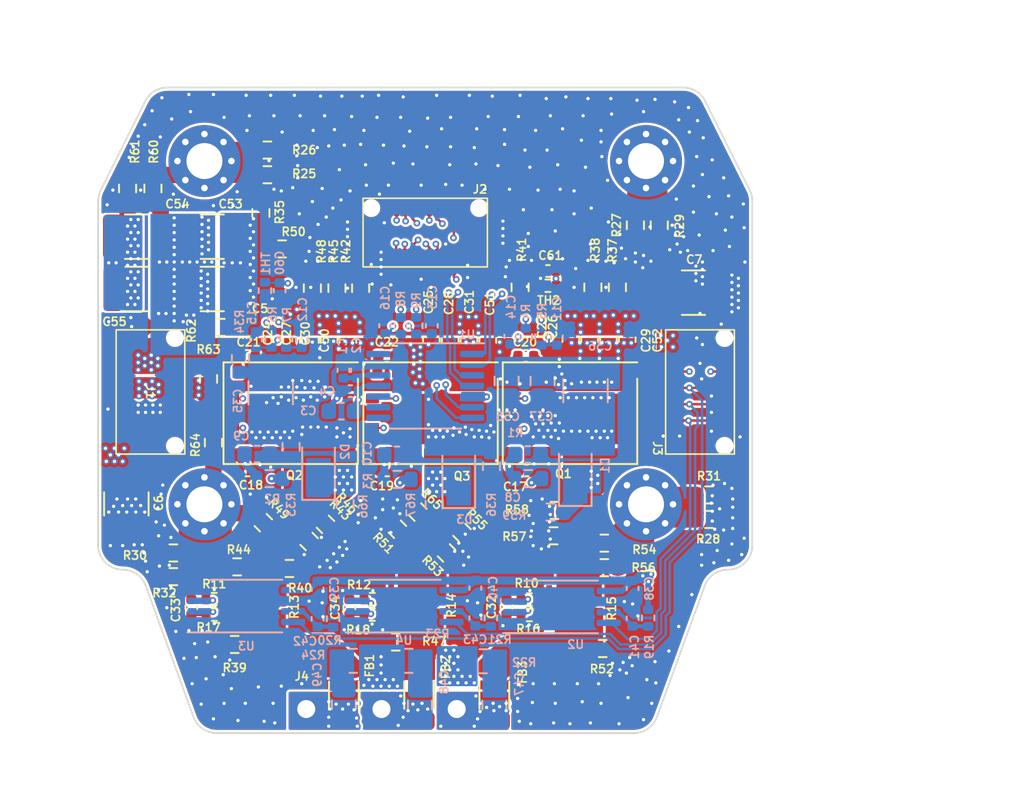
<source format=kicad_pcb>
(kicad_pcb (version 20211014) (generator pcbnew)
  (title_block (title "OreSat Reaction Wheel Control Board") (date "2022-04-02") (rev "7") (company "Microdogs & Microelectronics LLC"))
  (layers (0 "F.Cu" signal) (1 "In1.Cu" signal) (2 "In2.Cu" signal) (3 "In3.Cu" signal) (4 "In4.Cu" signal) (31 "B.Cu" signal) (34 "B.Paste" user) (35 "F.Paste" user) (36 "B.SilkS" user "B.Silkscreen") (37 "F.SilkS" user "F.Silkscreen") (38 "B.Mask" user) (39 "F.Mask" user) (44 "Edge.Cuts" user))
  (net 0 "")
  (net 1 "Net-(C1-Pad1)")
  (net 2 "GND")
  (net 3 "+5V")
  (net 4 "VBUS")
  (net 5 "PGND")
  (net 6 "+3V3A")
  (net 7 "Net-(C17-Pad1)")
  (net 11 "Net-(C18-Pad1)")
  (net 12 "Net-(C10-Pad1)")
  (net 13 "Net-(C11-Pad1)")
  (net 15 "/CHASSIS")
  (net 16 "Net-(C12-Pad1)")
  (net 17 "Net-(C13-Pad1)")
  (net 18 "Net-(C14-Pad1)")
  (net 19 "Net-(C15-Pad1)")
  (net 20 "Net-(C16-Pad1)")
  (net 21 "Net-(C20-Pad1)")
  (net 22 "Net-(C20-Pad2)")
  (net 23 "Net-(C21-Pad1)")
  (net 24 "Net-(C21-Pad2)")
  (net 25 "Net-(C22-Pad1)")
  (net 26 "Net-(C22-Pad2)")
  (net 27 "Net-(C32-Pad1)")
  (net 28 "Net-(C32-Pad2)")
  (net 29 "Net-(C33-Pad1)")
  (net 30 "Net-(C33-Pad2)")
  (net 31 "Net-(C34-Pad1)")
  (net 32 "Net-(C34-Pad2)")
  (net 33 "Net-(C41-Pad1)")
  (net 34 "Net-(C42-Pad1)")
  (net 35 "Net-(C43-Pad1)")
  (net 36 "/PHC_FLT")
  (net 37 "Net-(C47-Pad2)")
  (net 38 "/PHB_FLT")
  (net 39 "Net-(C48-Pad2)")
  (net 40 "/PHA_FLT")
  (net 41 "Net-(C49-Pad2)")
  (net 42 "/PHC_RAW")
  (net 43 "/PHA_RAW")
  (net 44 "/PHB_RAW")
  (net 45 "/PHA")
  (net 46 "/PHB")
  (net 47 "/PHC")
  (net 48 "/PHA_H")
  (net 49 "/PHB_H")
  (net 50 "/PHC_H")
  (net 51 "/SPI_MOSI")
  (net 52 "/SPI_MISO")
  (net 53 "/ENC_A")
  (net 54 "/ENC_B")
  (net 55 "/SPI_nCS")
  (net 56 "/SPI_SCK")
  (net 57 "/PHC_L")
  (net 58 "/PHB_L")
  (net 59 "/PHA_L")
  (net 60 "/IA_SNS")
  (net 61 "/IB_SNS")
  (net 62 "/IC_SNS")
  (net 63 "Net-(R11-Pad2)")
  (net 64 "Net-(R12-Pad2)")
  (net 65 "Net-(R10-Pad2)")
  (net 66 "Net-(R13-Pad3)")
  (net 67 "Net-(R14-Pad3)")
  (net 68 "Net-(R15-Pad3)")
  (net 69 "/THERM_A")
  (net 70 "/THERM_B")
  (footprint "Capacitor_SMD:C_0603_1608Metric" (layer "F.Cu") (at 107.3525 64.55 90)
    (fp_text reference "C26")
    (fp_text value "10u")
  )
  (footprint "rev-7-footprints:KRL3216" (layer "F.Cu") (at 96.714654 80.875 90)
    (fp_text reference "R14")
    (fp_text value "9m")
  )
  (footprint "Resistor_SMD:R_0402_1005Metric" (layer "F.Cu") (at 103.664654 81.4 180)
    (fp_text reference "R16")
    (fp_text value "0")
  )
  (footprint "Resistor_SMD:R_0603_1608Metric" (layer "F.Cu") (at 87.25 56.8 -90)
    (fp_text reference "R35")
    (fp_text value "THJP0603ABT1")
  )
  (footprint "Capacitor_SMD:C_0603_1608Metric" (layer "F.Cu") (at 98.825 64.6 90)
    (fp_text reference "C28")
    (fp_text value "10u")
  )
  (footprint "Resistor_SMD:R_0603_1608Metric" (layer "F.Cu") (at 88.55 59 180)
    (fp_text reference "R50")
    (fp_text value "THJP0603ABT1")
  )
  (footprint "Inductor_SMD:L_1206_3216Metric" (layer "F.Cu") (at 92.325 86.3 -90)
    (fp_text reference "FB1")
    (fp_text value "BLM31SN500SN1L")
  )
  (footprint "Resistor_SMD:R_0603_1608Metric" (layer "F.Cu") (at 114.65 75.55)
    (fp_text reference "R28")
    (fp_text value "THJP0603ABT1")
  )
  (footprint "Capacitor_SMD:C_0402_1005Metric" (layer "F.Cu") (at 86.4275 65.55 180)
    (fp_text reference "C21")
    (fp_text value "100n")
  )
  (footprint "Resistor_SMD:R_0603_1608Metric" (layer "F.Cu") (at 95.5 83.05 180)
    (fp_text reference "R47")
    (fp_text value "THJP0603ABT1")
  )
  (footprint "Resistor_SMD:R_0603_1608Metric" (layer "F.Cu") (at 105.15 76.55 180)
    (fp_text reference "R57")
    (fp_text value "THJP0603ABT1")
  )
  (footprint "Resistor_SMD:R_0603_1608Metric" (layer "F.Cu") (at 81.9 79.05 180)
    (fp_text reference "R32")
    (fp_text value "THJP0603ABT1")
  )
  (footprint "Capacitor_SMD:C_0603_1608Metric" (layer "F.Cu") (at 92.5725 64.6 90)
    (fp_text reference "C50")
    (fp_text value "10u")
  )
  (footprint "Resistor_SMD:R_0603_1608Metric" (layer "F.Cu") (at 90.4 61.4 -90)
    (fp_text reference "R48")
    (fp_text value "THJP0603ABT1")
  )
  (footprint "Resistor_SMD:R_0603_1608Metric" (layer "F.Cu") (at 99.55 76.35 -45)
    (fp_text reference "R55")
    (fp_text value "THJP0603ABT1")
  )
  (footprint "Capacitor_SMD:C_0603_1608Metric" (layer "F.Cu") (at 90.275 64.6 90)
    (fp_text reference "C27")
    (fp_text value "10u")
  )
  (footprint "Resistor_SMD:R_0603_1608Metric" (layer "F.Cu") (at 81.9 77.6 180)
    (fp_text reference "R30")
    (fp_text value "THJP0603ABT1")
  )
  (footprint "Capacitor_SMD:C_0603_1608Metric" (layer "F.Cu") (at 106.2025 64.55 90)
    (fp_text reference "C23")
    (fp_text value "100n")
  )
  (footprint "Resistor_SMD:R_0603_1608Metric" (layer "F.Cu") (at 87.4 75.75 135)
    (fp_text reference "R49")
    (fp_text value "THJP0603ABT1")
  )
  (footprint "Resistor_SMD:R_0402_1005Metric" (layer "F.Cu") (at 103.664654 80.45)
    (fp_text reference "R10")
    (fp_text value "0")
  )
  (footprint "Inductor_SMD:L_1206_3216Metric" (layer "F.Cu") (at 96.925 86.3 -90)
    (fp_text reference "FB2")
    (fp_text value "BLM31SN500SN1L")
  )
  (footprint "Capacitor_SMD:C_0402_1005Metric" (layer "F.Cu") (at 103.4525 65.55 180)
    (fp_text reference "C20")
    (fp_text value "100n")
  )
  (footprint "Resistor_SMD:R_0603_1608Metric" (layer "F.Cu") (at 107.55 61.35 -90)
    (fp_text reference "R38")
    (fp_text value "THJP0603ABT1")
  )
  (footprint "Resistor_SMD:R_0603_1608Metric" (layer "F.Cu") (at 98.6 77.6 -45)
    (fp_text reference "R53")
    (fp_text value "THJP0603ABT1")
  )
  (footprint "Resistor_SMD:R_0603_1608Metric" (layer "F.Cu") (at 93.35 61.4 -90)
    (fp_text reference "R42")
    (fp_text value "THJP0603ABT1")
  )
  (footprint "Capacitor_SMD:C_0603_1608Metric" (layer "F.Cu") (at 101.125 64.6 90)
    (fp_text reference "C51")
    (fp_text value "10u")
  )
  (footprint "Resistor_SMD:R_0402_1005Metric" (layer "F.Cu") (at 94.064654 81.375 180)
    (fp_text reference "R18")
    (fp_text value "0")
  )
  (footprint "Capacitor_SMD:C_0402_1005Metric" (layer "F.Cu") (at 92.664654 80.925 -90)
    (fp_text reference "C34")
    (fp_text value "1.5n")
  )
  (footprint "Capacitor_SMD:C_0402_1005Metric" (layer "F.Cu") (at 103.5025 72.55)
    (fp_text reference "C17")
    (fp_text value "100n")
  )
  (footprint "Resistor_SMD:R_0603_1608Metric" (layer "F.Cu") (at 108.25 77)
    (fp_text reference "R54")
    (fp_text value "THJP0603ABT1")
  )
  (footprint "Capacitor_SMD:C_1210_3225Metric" (layer "F.Cu") (at 79.675 61.45 180)
    (fp_text reference "C55")
    (fp_text value "47u")
  )
  (footprint "Resistor_SMD:R_0603_1608Metric" (layer "F.Cu") (at 114.65 74.05)
    (fp_text reference "R31")
    (fp_text value "THJP0603ABT1")
  )
  (footprint "Resistor_SMD:R_0603_1608Metric" (layer "F.Cu") (at 85.8 78.45 180)
    (fp_text reference "R44")
    (fp_text value "THJP0603ABT1")
  )
  (footprint "Resistor_SMD:R_0603_1608Metric" (layer "F.Cu") (at 110.15 57.55 -90)
    (fp_text reference "R27")
    (fp_text value "THJP0603ABT1")
  )
  (footprint "Capacitor_SMD:C_0603_1608Metric" (layer "F.Cu") (at 89.125 64.6 90)
    (fp_text reference "C24")
    (fp_text value "100n")
  )
  (footprint "Capacitor_SMD:C_1210_3225Metric" (layer "F.Cu") (at 79.65 58.25 180)
    (fp_text reference "C54")
    (fp_text value "47u")
  )
  (footprint "rev-7-footprints:10132797-021100LF" (layer "F.Cu") (at 114.1 67.75 -90)
    (fp_text reference "J3")
    (fp_text value "10132797-021100LF")
  )
  (footprint "Resistor_SMD:R_0603_1608Metric" (layer "F.Cu") (at 89 78.55)
    (fp_text reference "R40")
    (fp_text value "THJP0603ABT1")
  )
  (footprint "Capacitor_SMD:C_0402_1005Metric" (layer "F.Cu") (at 94.95 65.55 180)
    (fp_text reference "C22")
    (fp_text value "100n")
  )
  (footprint "Resistor_SMD:R_0603_1608Metric" (layer "F.Cu") (at 87.65 52.95)
    (fp_text reference "R26")
    (fp_text value "THJP0603ABT1")
  )
  (footprint "Resistor_SMD:R_0603_1608Metric" (layer "F.Cu") (at 84.8 63.8)
    (fp_text reference "R62")
    (fp_text value "THJP0603ABT1")
  )
  (footprint "Capacitor_SMD:C_0402_1005Metric" (layer "F.Cu") (at 104.8 60.35)
    (fp_text reference "C61")
    (fp_text value "1u")
  )
  (footprint "Resistor_SMD:R_0402_1005Metric" (layer "F.Cu") (at 84.409654 81.375 180)
    (fp_text reference "R17")
    (fp_text value "0")
  )
  (footprint "Resistor_SMD:R_0402_1005Metric" (layer "F.Cu") (at 84.399654 80.425)
    (fp_text reference "R11")
    (fp_text value "0")
  )
  (footprint "Capacitor_SMD:C_0603_1608Metric" (layer "F.Cu") (at 108.5025 64.55 90)
    (fp_text reference "C29")
    (fp_text value "10u")
  )
  (footprint "Capacitor_SMD:C_1210_3225Metric" (layer "F.Cu") (at 84.275 58.25)
    (fp_text reference "C53")
    (fp_text value "47u")
  )
  (footprint "Capacitor_SMD:C_0603_1608Metric" (layer "F.Cu") (at 109.6525 64.55 90)
    (fp_text reference "C52")
    (fp_text value "10u")
  )
  (footprint "Capacitor_SMD:C_1210_3225Metric" (layer "F.Cu") (at 113.7 61.675)
    (fp_text reference "C7")
    (fp_text value "47u")
  )
  (footprint "Resistor_SMD:R_0603_1608Metric" (layer "F.Cu") (at 84.05 66.95 -90)
    (fp_text reference "R63")
    (fp_text value "THJP0603ABT1")
  )
  (footprint "Resistor_SMD:R_0603_1608Metric" (layer "F.Cu") (at 105.2 75 180)
    (fp_text reference "R58")
    (fp_text value "THJP0603ABT1")
  )
  (footprint "Capacitor_SMD:C_0603_1608Metric" (layer "F.Cu") (at 97.675 64.6 90)
    (fp_text reference "C25")
    (fp_text value "100n")
  )
  (footprint "Resistor_SMD:R_0603_1608Metric" (layer "F.Cu") (at 109.05 61.35 -90)
    (fp_text reference "R37")
    (fp_text value "THJP0603ABT1")
  )
  (footprint "Capacitor_SMD:C_1210_3225Metric" (layer "F.Cu") (at 79.025 74.6 90)
    (fp_text reference "C6")
    (fp_text value "47u")
  )
  (footprint "Resistor_SMD:R_0603_1608Metric" (layer "F.Cu") (at 90.2 76.9 -45)
    (fp_text reference "R43")
    (fp_text value "THJP0603ABT1")
  )
  (footprint "Resistor_SMD:R_0603_1608Metric" (layer "F.Cu") (at 103.1 61.35 -90)
    (fp_text reference "R41")
    (fp_text value "THJP0603ABT1")
  )
  (footprint "Package_DFN_QFN:Texas_MOF0009A" (layer "F.Cu") (at 97.625 69.05 -90)
    (fp_text reference "Q3")
    (fp_text value "LMG5200")
  )
  (footprint "Capacitor_SMD:C_0603_1608Metric" (layer "F.Cu") (at 99.975 64.6 90)
    (fp_text reference "C31")
    (fp_text value "10u")
  )
  (footprint "Resistor_SMD:R_0603_1608Metric" (layer "F.Cu") (at 80.65 55.3 90)
    (fp_text reference "R60")
    (fp_text value "THJP0603ABT1")
  )
  (footprint "Inductor_SMD:L_1206_3216Metric" (layer "F.Cu") (at 101.525 86.3 -90)
    (fp_text reference "FB3")
    (fp_text value "BLM31SN500SN1L")
  )
  (footprint "Package_DFN_QFN:Texas_MOF0009A" (layer "F.Cu") (at 89.075 69.05 -90)
    (fp_text reference "Q2")
    (fp_text value "LMG5200")
  )
  (footprint "Resistor_SMD:R_0603_1608Metric" (layer "F.Cu") (at 85.65 83.2 180)
    (fp_text reference "R39")
    (fp_text value "THJP0603ABT1")
  )
  (footprint "Resistor_SMD:R_0402_1005Metric" (layer "F.Cu") (at 104.8 61.25)
    (fp_text reference "TH2")
    (fp_text value "TH05-4B104FR")
  )
  (footprint "Resistor_SMD:R_0603_1608Metric" (layer "F.Cu") (at 91.2 75.85 -45)
    (fp_text reference "R46")
    (fp_text value "THJP0603ABT1")
  )
  (footprint "Capacitor_SMD:C_0402_1005Metric" (layer "F.Cu") (at 86.4275 72.55)
    (fp_text reference "C18")
    (fp_text value "100n")
  )
  (footprint "rev-7-footprints:board-def" (layer "F.Cu") (at 97.3 63.9)
    (fp_text reference "H1" hide)
    (fp_text value "MountingHole_Pad")
    (fp_line (start 17.09046 15.710049) (end 14.169213 23.736109) (layer "Edge.Cuts") (width 0.1))
    (fp_line (start -20.000001 -7.822819) (end -20.000001 13.223079) (layer "Edge.Cuts") (width 0.1))
    (fp_line (start 19.999999 13.223079) (end 19.999999 -7.822819) (layer "Edge.Cuts") (width 0.1))
    (fp_line (start -12.759676 24.723079) (end 12.759674 24.723079) (layer "Edge.Cuts") (width 0.1))
    (fp_line (start -17.090462 15.710049) (end -14.169215 23.736109) (layer "Edge.Cuts") (width 0.1))
    (fp_line (start -19.841642 -8.493639) (end -17.114591 -13.947741) (layer "Edge.Cuts") (width 0.1))
    (fp_line (start 17.114589 -13.947741) (end 19.84164 -8.493639) (layer "Edge.Cuts") (width 0.1))
    (fp_line (start 15.772948 -14.776921) (end -15.77295 -14.776921) (layer "Edge.Cuts") (width 0.1))
    (fp_arc (start -20.000001 -7.822819) (mid -19.959875 -8.167448) (end -19.841642 -8.493639) (layer "Edge.Cuts") (width 0.1))
    (fp_arc (start -18.500001 14.723079) (mid -19.560661 14.283739) (end -20.000001 13.223079) (layer "Edge.Cuts") (width 0.1))
    (fp_arc (start 17.09046 15.710049) (mid 17.639638 14.99436) (end 18.499999 14.723079) (layer "Edge.Cuts") (width 0.1))
    (fp_arc (start -18.500001 14.723079) (mid -17.639636 14.994351) (end -17.090462 15.710049) (layer "Edge.Cuts") (width 0.1))
    (fp_arc (start 19.999999 13.223079) (mid 19.560659 14.283739) (end 18.499999 14.723079) (layer "Edge.Cuts") (width 0.1))
    (fp_arc (start -12.759676 24.723079) (mid -13.620049 24.451819) (end -14.169215 23.736109) (layer "Edge.Cuts") (width 0.1))
    (fp_arc (start 15.772948 -14.776921) (mid 16.561544 -14.552897) (end 17.114589 -13.947741) (layer "Edge.Cuts") (width 0.1))
    (fp_arc (start 19.84164 -8.493639) (mid 19.959871 -8.167449) (end 19.999999 -7.822819) (layer "Edge.Cuts") (width 0.1))
    (fp_arc (start 14.169213 23.736109) (mid 13.62004 24.451806) (end 12.759674 24.723079) (layer "Edge.Cuts") (width 0.1))
    (fp_arc (start -17.114591 -13.947741) (mid -16.561547 -14.552897) (end -15.77295 -14.776921) (layer "Edge.Cuts") (width 0.1))
  )
  (footprint "Capacitor_SMD:C_0402_1005Metric" (layer "F.Cu") (at 102.264654 80.9 -90)
    (fp_text reference "C32")
    (fp_text value "1.5n")
  )
  (footprint "Resistor_SMD:R_0603_1608Metric" (layer "F.Cu") (at 87.65 54.46)
    (fp_text reference "R25")
    (fp_text value "THJP0603ABT1")
  )
  (footprint "rev-7-footprints:10132797-021100LF" (layer "F.Cu") (at 80.5 67.75 -90)
    (fp_text reference "J1")
    (fp_text value "10132797-021100LF")
  )
  (footprint "Resistor_SMD:R_0603_1608Metric" (layer "F.Cu") (at 79.1 55.3 -90)
    (fp_text reference "R61")
    (fp_text value "THJP0603ABT1")
  )
  (footprint "Resistor_SMD:R_0603_1608Metric" (layer "F.Cu") (at 91.9 61.4 -90)
    (fp_text reference "R45")
    (fp_text value "THJP0603ABT1")
  )
  (footprint "Resistor_SMD:R_0603_1608Metric" (layer "F.Cu") (at 95.6 76.15 135)
    (fp_text reference "R51")
    (fp_text value "THJP0603ABT1")
  )
  (footprint "Resistor_SMD:R_0603_1608Metric" (layer "F.Cu") (at 108.25 78.5)
    (fp_text reference "R56")
    (fp_text value "THJP0603ABT1")
  )
  (footprint "Resistor_SMD:R_0603_1608Metric" (layer "F.Cu") (at 111.61 57.55 -90)
    (fp_text reference "R29")
    (fp_text value "THJP0603ABT1")
  )
  (footprint "Capacitor_SMD:C_0603_1608Metric" (layer "F.Cu") (at 91.425 64.6 90)
    (fp_text reference "C30")
    (fp_text value "10u")
  )
  (footprint "rev-7-footprints:KRL3216" (layer "F.Cu") (at 106.379654 80.925 90)
    (fp_text reference "R15")
    (fp_text value "9m")
  )
  (footprint "Resistor_SMD:R_0603_1608Metric" (layer "F.Cu") (at 108.15 83.45)
    (fp_text reference "R52")
    (fp_text value "THJP0603ABT1")
  )
  (footprint "Resistor_SMD:R_0603_1608Metric" (layer "F.Cu") (at 96.85 75.1 135)
    (fp_text reference "R65")
    (fp_text value "THJP0603ABT1")
  )
  (footprint "rev-7-footprints:10132797-021100LF" (layer "F.Cu") (at 97.3 58)
    (fp_text reference "J2")
    (fp_text value "10132797-021100LF")
  )
  (footprint "Resistor_SMD:R_0603_1608Metric" (layer "F.Cu") (at 84.35 70.85 90)
    (fp_text reference "R64")
    (fp_text value "THJP0603ABT1")
  )
  (footprint "Connector_Wire:SolderWire-0.5sqmm_1x03_P4.6mm_D0.9mm_OD2.1mm" (layer "F.Cu") (at 90.025 87.15)
    (fp_text reference "J4")
    (fp_text value "Motor")
  )
  (footprint "Resistor_SMD:R_0402_1005Metric" (layer "F.Cu") (at 94.064654 80.425)
    (fp_text reference "R12")
    (fp_text value "0")
  )
  (footprint "Capacitor_SMD:C_1210_3225Metric" (layer "F.Cu") (at 84.275 61.45)
    (fp_text reference "C5")
    (fp_text value "47u")
  )
  (footprint "rev-7-footprints:KRL3216" (layer "F.Cu") (at 87.064654 80.95 90)
    (fp_text reference "R13")
    (fp_text value "9m")
  )
  (footprint "Capacitor_SMD:C_0402_1005Metric" (layer "F.Cu") (at 82.999654 80.925 -90)
    (fp_text reference "C33")
    (fp_text value "1.5n")
  )
  (footprint "Package_DFN_QFN:Texas_MOF0009A" (layer "F.Cu") (at 106.1525 69.05 -90)
    (fp_text reference "Q1")
    (fp_text value "LMG5200")
  )
  (footprint "Capacitor_SMD:C_0402_1005Metric" (layer "F.Cu") (at 94.975 72.55)
    (fp_text reference "C19")
    (fp_text value "100n")
  )
  (footprint "Capacitor_SMD:C_0805_2012Metric" (layer "B.Cu") (at 101.525 86.9 90)
    (fp_text reference "C47")
    (fp_text value "3.3n")
  )
  (footprint "Resistor_SMD:R_0402_1005Metric" (layer "B.Cu") (at 110.929654 81.575 90)
    (fp_text reference "R19")
    (fp_text value "0")
  )
  (footprint "Capacitor_SMD:C_0603_1608Metric" (layer "B.Cu") (at 103.575 71.575)
    (fp_text reference "C8")
    (fp_text value "4.7u")
  )
  (footprint "Capacitor_SMD:C_0402_1005Metric" (layer "B.Cu") (at 102.5 64.35 90)
    (fp_text reference "C14")
    (fp_text value "47p")
  )
  (footprint "Resistor_SMD:R_0805_2012Metric" (layer "B.Cu") (at 100.85 84.225 180)
    (fp_text reference "R22")
    (fp_text value "12")
  )
  (footprint "Resistor_SMD:R_0603_1608Metric" (layer "B.Cu") (at 87.775 73.05 180)
    (fp_text reference "R2")
    (fp_text value "0")
  )
  (footprint "Capacitor_SMD:C_0805_2012Metric" (layer "B.Cu") (at 102.275 67.075 -90)
    (fp_text reference "C56")
    (fp_text value "22u")
  )
  (footprint "Resistor_SMD:R_0402_1005Metric" (layer "B.Cu") (at 87.9 64.515 -90)
    (fp_text reference "R6")
    (fp_text value "20")
  )
  (footprint "Package_SO:TSSOP-8_4.4x3mm_P0.65mm" (layer "B.Cu") (at 105.654654 80.9)
    (fp_text reference "U2")
    (fp_text value "INA240A1PW")
  )
  (footprint "Capacitor_SMD:C_0805_2012Metric" (layer "B.Cu") (at 104.475 67.075 -90)
    (fp_text reference "C37")
    (fp_text value "22u")
  )
  (footprint "Package_SO:TSSOP-8_4.4x3mm_P0.65mm" (layer "B.Cu") (at 86.364654 80.85)
    (fp_text reference "U3")
    (fp_text value "INA240A1PW")
  )
  (footprint "Capacitor_SMD:C_0402_1005Metric" (layer "B.Cu") (at 94.85 63.7 90)
    (fp_text reference "C16")
    (fp_text value "47p")
  )
  (footprint "Resistor_SMD:R_0805_2012Metric" (layer "B.Cu") (at 96.3 84.2 180)
    (fp_text reference "R23")
    (fp_text value "12")
  )
  (footprint "Capacitor_SMD:C_0402_1005Metric" (layer "B.Cu") (at 105.35 64.4 90)
    (fp_text reference "C11")
    (fp_text value "47p")
  )
  (footprint "Resistor_SMD:R_0402_1005Metric" (layer "B.Cu") (at 104.4 64.375 -90)
    (fp_text reference "R5")
    (fp_text value "20")
  )
  (footprint "Capacitor_SMD:C_0603_1608Metric" (layer "B.Cu") (at 87.025 71.55)
    (fp_text reference "C9")
    (fp_text value "4.7u")
  )
  (footprint "Capacitor_SMD:C_0402_1005Metric" (layer "B.Cu") (at 109.979654 81.595 90)
    (fp_text reference "C41")
    (fp_text value "100n")
  )
  (footprint "Resistor_SMD:R_0603_1608Metric" (layer "B.Cu") (at 101.35 72.3 90)
    (fp_text reference "R36")
    (fp_text value "THJP0603ABT1")
  )
  (footprint "Capacitor_SMD:C_1210_3225Metric" (layer "B.Cu") (at 107.1 67.675 -90)
    (fp_text reference "C36")
    (fp_text value "47u")
  )
  (footprint "Diode_SMD:D_PowerDI-123" (layer "B.Cu") (at 106.475 72.525 90)
    (fp_text reference "D1")
    (fp_text value "D_Schottky_Small")
  )
  (footprint "Capacitor_SMD:C_0402_1005Metric" (layer "B.Cu") (at 89.75 64.55 90)
    (fp_text reference "C12")
    (fp_text value "47p")
  )
  (footprint "Capacitor_SMD:C_0805_2012Metric" (layer "B.Cu") (at 96.975 86.9 90)
    (fp_text reference "C48")
    (fp_text value "3.3n")
  )
  (footprint "Capacitor_SMD:C_0603_1608Metric" (layer "B.Cu") (at 95.575 71.6)
    (fp_text reference "C10")
    (fp_text value "4.7u")
  )
  (footprint "Diode_SMD:D_PowerDI-123" (layer "B.Cu") (at 99.35 72.65 90)
    (fp_text reference "D3")
    (fp_text value "D_Schottky_Small")
  )
  (footprint "Capacitor_SMD:C_0402_1005Metric" (layer "B.Cu") (at 92.3 66.425 90)
    (fp_text reference "C1")
    (fp_text value "1u")
  )
  (footprint "Capacitor_SMD:C_0402_1005Metric" (layer "B.Cu") (at 88.4 61.55 90)
    (fp_text reference "C60")
    (fp_text value "1u")
  )
  (footprint "Resistor_SMD:R_0402_1005Metric" (layer "B.Cu") (at 101.314654 81.575 90)
    (fp_text reference "R21")
    (fp_text value "0")
  )
  (footprint "Capacitor_SMD:C_0402_1005Metric" (layer "B.Cu") (at 90.714654 81.625 90)
    (fp_text reference "C42")
    (fp_text value "100n")
  )
  (footprint "Capacitor_SMD:C_0805_2012Metric" (layer "B.Cu") (at 92.325 86.9 90)
    (fp_text reference "C49")
    (fp_text value "3.3n")
  )
  (footprint "Capacitor_SMD:C_0402_1005Metric" (layer "B.Cu") (at 93.125 66.425 90)
    (fp_text reference "C2")
    (fp_text value "100n")
  )
  (footprint "Capacitor_SMD:C_0402_1005Metric" (layer "B.Cu") (at 90.714654 79.825 -90)
    (fp_text reference "C39")
    (fp_text value "100n")
  )
  (footprint "Capacitor_SMD:C_0402_1005Metric" (layer "B.Cu") (at 92.725 67.7 180)
    (fp_text reference "C4")
    (fp_text value "100n")
  )
  (footprint "Package_SO:TSSOP-8_4.4x3mm_P0.65mm" (layer "B.Cu") (at 96.039654 80.85)
    (fp_text reference "U4")
    (fp_text value "INA240A1PW")
  )
  (footprint "Resistor_SMD:R_0603_1608Metric" (layer "B.Cu") (at 92.4 74.6 -90)
    (fp_text reference "R66")
    (fp_text value "THJP0603ABT1")
  )
  (footprint "Resistor_SMD:R_0402_1005Metric" (layer "B.Cu") (at 96.75 63.7 -90)
    (fp_text reference "R9")
    (fp_text value "20")
  )
  (footprint "Resistor_SMD:R_0603_1608Metric" (layer "B.Cu") (at 103.6 73.05 180)
    (fp_text reference "R1")
    (fp_text value "0")
  )
  (footprint "Resistor_SMD:R_0402_1005Metric" (layer "B.Cu") (at 95.8 63.7 -90)
    (fp_text reference "R8")
    (fp_text value "20")
  )
  (footprint "Resistor_SMD:R_0402_1005Metric" (layer "B.Cu") (at 103.45 64.375 -90)
    (fp_text reference "R4")
    (fp_text value "20")
  )
  (footprint "Resistor_SMD:R_0603_1608Metric" (layer "B.Cu") (at 86 65.725 90)
    (fp_text reference "R34")
    (fp_text value "THJP0603ABT1")
  )
  (footprint "Resistor_SMD:R_0402_1005Metric" (layer "B.Cu") (at 91.664654 81.625 90)
    (fp_text reference "R20")
    (fp_text value "0")
  )
  (footprint "Diode_SMD:D_PowerDI-123" (layer "B.Cu") (at 90.775 72.15 90)
    (fp_text reference "D2")
    (fp_text value "D_Schottky_Small")
  )
  (footprint "Capacitor_SMD:C_0603_1608Metric" (layer "B.Cu") (at 92.175 68.925 180)
    (fp_text reference "C3")
    (fp_text value "4.7u")
  )
  (footprint "Resistor_SMD:R_0402_1005Metric" (layer "B.Cu") (at 87.5 61.55 90)
    (fp_text reference "TH1")
    (fp_text value "TH05-4B104FR")
  )
  (footprint "Capacitor_SMD:C_0402_1005Metric" (layer "B.Cu") (at 109.979654 79.77 -90)
    (fp_text reference "C38")
    (fp_text value "100n")
  )
  (footprint "Resistor_SMD:R_0603_1608Metric" (layer "B.Cu") (at 89.1 71.1 90)
    (fp_text reference "R33")
    (fp_text value "THJP0603ABT1")
  )
  (footprint "Package_SO:TSSOP-14_4.4x5mm_P0.65mm" (layer "B.Cu") (at 97.3 67.380979 180)
    (fp_text reference "U1")
    (fp_text value "AS5047P")
  )
  (footprint "Capacitor_SMD:C_0402_1005Metric" (layer "B.Cu") (at 100.364654 81.575 90)
    (fp_text reference "C43")
    (fp_text value "100n")
  )
  (footprint "Capacitor_SMD:C_0402_1005Metric" (layer "B.Cu") (at 97.7 63.7 90)
    (fp_text reference "C13")
    (fp_text value "47p")
  )
  (footprint "Capacitor_SMD:C_0402_1005Metric" (layer "B.Cu") (at 100.364654 79.75 -90)
    (fp_text reference "C40")
    (fp_text value "100n")
  )
  (footprint "Resistor_SMD:R_0603_1608Metric" (layer "B.Cu") (at 97.85 74.65 -90)
    (fp_text reference "R67")
    (fp_text value "THJP0603ABT1")
  )
  (footprint "Resistor_SMD:R_0402_1005Metric" (layer "B.Cu") (at 88.8 64.515 -90)
    (fp_text reference "R7")
    (fp_text value "20")
  )
  (footprint "Resistor_SMD:R_0603_1608Metric" (layer "B.Cu") (at 95.6 73.1 180)
    (fp_text reference "R3")
    (fp_text value "0")
  )
  (footprint "Capacitor_SMD:C_0402_1005Metric" (layer "B.Cu") (at 86.95 64.55 90)
    (fp_text reference "C15")
    (fp_text value "47p")
  )
  (footprint "Resistor_SMD:R_0805_2012Metric" (layer "B.Cu") (at 92.9 84.2)
    (fp_text reference "R24")
    (fp_text value "12")
  )
  (footprint "Resistor_SMD:R_0603_1608Metric" (layer "B.Cu") (at 104.95 75.1 180)
    (fp_text reference "R59")
    (fp_text value "THJP0603ABT1")
  )
  (footprint "Capacitor_SMD:C_1210_3225Metric" (layer "B.Cu") (at 87.85 67.8 -90)
    (fp_text reference "C35")
    (fp_text value "47u")
  )
  (segment (start 94.4375 66.730979) (end 93.299021 66.730979) (width 0.25) (layer "B.Cu") (net 1))
  (segment (start 93.299021 66.730979) (end 93.125 66.905) (width 0.25) (layer "B.Cu") (net 1))
  (segment (start 92.3 66.905) (end 93.125 66.905) (width 0.3) (layer "B.Cu") (net 1))
  (segment (start 99.55 59.8) (end 99.55 60.4059) (width 0.3) (layer "F.Cu") (net 2))
  (segment (start 115.9 67) (end 114.25 67) (width 0.3) (layer "F.Cu") (net 2))
  (segment (start 97.05 56.2) (end 97.05 55.1) (width 0.3) (layer "F.Cu") (net 2))
  (segment (start 115.9 66) (end 114.1 66) (width 0.3) (layer "F.Cu") (net 2))
  (segment (start 97.05 59.8) (end 97.05 60.85) (width 0.3) (layer "F.Cu") (net 2))
  (segment (start 99.55 56.2) (end 99.55 55.1) (width 0.3) (layer "F.Cu") (net 2))
  (segment (start 115.9 68) (end 114.8 68) (width 0.3) (layer "F.Cu") (net 2))
  (segment (start 80.5 63.75) (end 79.35 63.75) (width 0.127) (layer "F.Cu") (net 2))
  (segment (start 95.05 56.2) (end 95.05 55.1) (width 0.3) (layer "F.Cu") (net 2))
  (segment (start 98.55 56.2) (end 98.55 55.05) (width 0.3) (layer "F.Cu") (net 2))
  (segment (start 114.25 67) (end 114.2 66.95) (width 0.3) (layer "F.Cu") (net 2))
  (segment (start 115.9 69) (end 114.8 69) (width 0.3) (layer "F.Cu") (net 2))
  (segment (start 98.55 59.8) (end 98.55 58.7) (width 0.3) (layer "F.Cu") (net 2))
  (via (at 94.7 74.3) (size 0.4064) (drill 0.2032) (layers "F.Cu" "B.Cu") (net 2))
  (via (at 88.05 55.35) (size 0.4064) (drill 0.2032) (layers "F.Cu" "B.Cu") (net 2))
  (via (at 80.2 78.1) (size 0.4064) (drill 0.2032) (layers "F.Cu" "B.Cu") (net 2))
  (via (at 97.05 60.85) (size 0.4064) (drill 0.2032) (layers "F.Cu" "B.Cu") (net 2))
  (via (at 81.2 49.75) (size 0.4064) (drill 0.2032) (layers "F.Cu" "B.Cu") (net 2))
  (via (at 98.8 53.85) (size 0.4064) (drill 0.2032) (layers "F.Cu" "B.Cu") (net 2))
  (via (at 94.7 74.95) (size 0.4064) (drill 0.2032) (layers "F.Cu" "B.Cu") (net 2))
  (via (at 104.7 49.8) (size 0.4064) (drill 0.2032) (layers "F.Cu" "B.Cu") (net 2))
  (via (at 106.6 85.6) (size 0.4064) (drill 0.2032) (layers "F.Cu" "B.Cu") (net 2))
  (via (at 113.35 59.1) (size 0.4064) (drill 0.2032) (layers "F.Cu" "B.Cu") (net 2))
  (via (at 116.05 77.05) (size 0.4064) (drill 0.2032) (layers "F.Cu" "B.Cu") (net 2))
  (via (at 105.15 88) (size 0.4064) (drill 0.2032) (layers "F.Cu" "B.Cu") (net 2))
  (via (at 94.05 81.95) (size 0.4064) (drill 0.2032) (layers "F.Cu" "B.Cu") (net 2))
  (via (at 99.6 77.5) (size 0.4064) (drill 0.2032) (layers "F.Cu" "B.Cu") (net 2))
  (via (at 78.25 74.75) (size 0.4064) (drill 0.2032) (layers "F.Cu" "B.Cu") (net 2))
  (via (at 78.8 74.7) (size 0.4064) (drill 0.2032) (layers "F.Cu" "B.Cu") (net 2))
  (via (at 109.3 58.95) (size 0.4064) (drill 0.2032) (layers "F.Cu" "B.Cu") (net 2))
  (via (at 91.05 79.95) (size 0.4064) (drill 0.2032) (layers "F.Cu" "B.Cu") (net 2))
  (via (at 80.15 75.1) (size 0.4064) (drill 0.2032) (layers "F.Cu" "B.Cu") (net 2))
  (via (at 114.2 78.35) (size 0.4064) (drill 0.2032) (layers "F.Cu" "B.Cu") (net 2))
  (via (at 103.65 75.3) (size 0.4064) (drill 0.2032) (layers "F.Cu" "B.Cu") (net 2))
  (via (at 84.95 85.05) (size 0.4064) (drill 0.2032) (layers "F.Cu" "B.Cu") (net 2))
  (via (at 112.65 55.95) (size 0.4064) (drill 0.2032) (layers "F.Cu" "B.Cu") (net 2))
  (via (at 103.1 49.6) (size 0.4064) (drill 0.2032) (layers "F.Cu" "B.Cu") (net 2))
  (via (at 89.65 50.85) (size 0.4064) (drill 0.2032) (layers "F.Cu" "B.Cu") (net 2))
  (via (at 110.65 50.6) (size 0.4064) (drill 0.2032) (layers "F.Cu" "B.Cu") (net 2))
  (via (at 110.85 85.35) (size 0.4064) (drill 0.2032) (layers "F.Cu" "B.Cu") (net 2))
  (via (at 106.85 52.35) (size 0.4064) (drill 0.2032) (layers "F.Cu" "B.Cu") (net 2))
  (via (at 113.7 56.75) (size 0.4064) (drill 0.2032) (layers "F.Cu" "B.Cu") (net 2))
  (via (at 103.4 52.95) (size 0.4064) (drill 0.2032) (layers "F.Cu" "B.Cu") (net 2))
  (via (at 114.8 68) (size 0.4064) (drill 0.2032) (layers "F.Cu" "B.Cu") (net 2))
  (via (at 83.65 82.35) (size 0.4064) (drill 0.2032) (layers "F.Cu" "B.Cu") (net 2))
  (via (at 96.35 51.8) (size 0.4064) (drill 0.2032) (layers "F.Cu" "B.Cu") (net 2))
  (via (at 90.7 52.8) (size 0.4064) (drill 0.2032) (layers "F.Cu" "B.Cu") (net 2))
  (via (at 114.3 52.2) (size 0.4064) (drill 0.2032) (layers "F.Cu" "B.Cu") (net 2))
  (via (at 89.45 53.3) (size 0.4064) (drill 0.2032) (layers "F.Cu" "B.Cu") (net 2))
  (via (at 89.3 49.6) (size 0.4064) (drill 0.2032) (layers "F.Cu" "B.Cu") (net 2))
  (via (at 95.2 76.35) (size 0.4064) (drill 0.2032) (layers "F.Cu" "B.Cu") (net 2))
  (via (at 79.6 75.1) (size 0.4064) (drill 0.2032) (layers "F.Cu" "B.Cu") (net 2))
  (via (at 116.05 73.65) (size 0.4064) (drill 0.2032) (layers "F.Cu" "B.Cu") (net 2))
  (via (at 108.65 59) (size 0.4064) (drill 0.2032) (layers "F.Cu" "B.Cu") (net 2))
  (via (at 78.55 75.1) (size 0.4064) (drill 0.2032) (layers "F.Cu" "B.Cu") (net 2))
  (via (at 98.85 50.95) (size 0.4064) (drill 0.2032) (layers "F.Cu" "B.Cu") (net 2))
  (via (at 94.5 55.65) (size 0.4064) (drill 0.2032) (layers "F.Cu" "B.Cu") (net 2))
  (via (at 115.85 55.75) (size 0.4064) (drill 0.2032) (layers "F.Cu" "B.Cu") (net 2))
  (via (at 103.9 77.15) (size 0.4064) (drill 0.2032) (layers "F.Cu" "B.Cu") (net 2))
  (via (at 105.7 59.6) (size 0.4064) (drill 0.2032) (layers "F.Cu" "B.Cu") (net 2))
  (via (at 79.75 69) (size 0.4064) (drill 0.2032) (layers "F.Cu" "B.Cu") (net 2))
  (via (at 112.4 57.55) (size 0.4064) (drill 0.2032) (layers "F.Cu" "B.Cu") (net 2))
  (via (at 86.3 86.8) (size 0.4064) (drill 0.2032) (layers "F.Cu" "B.Cu") (net 2))
  (via (at 108.45 54.8) (size 0.4064) (drill 0.2032) (layers "F.Cu" "B.Cu") (net 2))
  (via (at 93.7 55.1) (size 0.4064) (drill 0.2032) (layers "F.Cu" "B.Cu") (net 2))
  (via (at 81.35 75.9) (size 0.4064) (drill 0.2032) (layers "F.Cu" "B.Cu") (net 2))
  (via (at 94.6 59.65) (size 0.4064) (drill 0.2032) (layers "F.Cu" "B.Cu") (net 2))
  (via (at 104.45 74.3) (size 0.4064) (drill 0.2032) (layers "F.Cu" "B.Cu") (net 2))
  (via (at 85.55 56.35) (size 0.4064) (drill 0.2032) (layers "F.Cu" "B.Cu") (net 2))
  (via (at 114.25 61.15) (size 0.4064) (drill 0.2032) (layers "F.Cu" "B.Cu") (net 2))
  (via (at 94.25 75.45) (size 0.4064) (drill 0.2032) (layers "F.Cu" "B.Cu") (net 2))
  (via (at 109.7 86.45) (size 0.4064) (drill 0.2032) (layers "F.Cu" "B.Cu") (net 2))
  (via (at 95.6 74.35) (size 0.4064) (drill 0.2032) (layers "F.Cu" "B.Cu") (net 2))
  (via (at 81.1 69) (size 0.4064) (drill 0.2032) (layers "F.Cu" "B.Cu") (net 2))
  (via (at 110.65 87.8) (size 0.4064) (drill 0.2032) (layers "F.Cu" "B.Cu") (net 2))
  (via (at 102.05 58.65) (size 0.4064) (drill 0.2032) (layers "F.Cu" "B.Cu") (net 2))
  (via (at 113.9 64.45) (size 0.4064) (drill 0.2032) (layers "F.Cu" "B.Cu") (net 2))
  (via (at 116.05 62.85) (size 0.4064) (drill 0.2032) (layers "F.Cu" "B.Cu") (net 2))
  (via (at 116.05 61.95) (size 0.4064) (drill 0.2032) (layers "F.Cu" "B.Cu") (net 2))
  (via (at 86.55 50.85) (size 0.4064) (drill 0.2032) (layers "F.Cu" "B.Cu") (net 2))
  (via (at 87.75 53.6) (size 0.4064) (drill 0.2032) (layers "F.Cu" "B.Cu") (net 2))
  (via (at 89.9 77.7) (size 0.4064) (drill 0.2032) (layers "F.Cu" "B.Cu") (net 2))
  (via (at 80.6 50.55) (size 0.4064) (drill 0.2032) (layers "F.Cu" "B.Cu") (net 2))
  (via (at 82.5 56.4) (size 0.4064) (drill 0.2032) (layers "F.Cu" "B.Cu") (net 2))
  (via (at 105.25 57.9) (size 0.4064) (drill 0.2032) (layers "F.Cu" "B.Cu") (net 2))
  (via (at 115.9 58.85) (size 0.4064) (drill 0.2032) (layers "F.Cu" "B.Cu") (net 2))
  (via (at 91.65 56.5) (size 0.4064) (drill 0.2032) (layers "F.Cu" "B.Cu") (net 2))
  (via (at 109.95 84.5) (size 0.4064) (drill 0.2032) (layers "F.Cu" "B.Cu") (net 2))
  (via (at 91.7 77.65) (size 0.4064) (drill 0.2032) (layers "F.Cu" "B.Cu") (net 2))
  (via (at 80.65 69) (size 0.4064) (drill 0.2032) (layers "F.Cu" "B.Cu") (net 2))
  (via (at 115.85 78.05) (size 0.4064) (drill 0.2032) (layers "F.Cu" "B.Cu") (net 2))
  (via (at 97.05 55.1) (size 0.4064) (drill 0.2032) (layers "F.Cu" "B.Cu") (net 2))
  (via (at 95.05 55.1) (size 0.4064) (drill 0.2032) (layers "F.Cu" "B.Cu") (net 2))
  (via (at 107.8 59.75) (size 0.4064) (drill 0.2032) (layers "F.Cu" "B.Cu") (net 2))
  (via (at 105.25 86.8) (size 0.4064) (drill 0.2032) (layers "F.Cu" "B.Cu") (net 2))
  (via (at 116.1 74.8) (size 0.4064) (drill 0.2032) (layers "F.Cu" "B.Cu") (net 2))
  (via (at 97.45 51) (size 0.4064) (drill 0.2032) (layers "F.Cu" "B.Cu") (net 2))
  (via (at 88.55 51.85) (size 0.4064) (drill 0.2032) (layers "F.Cu" "B.Cu") (net 2))
  (via (at 104.35 60.8) (size 0.4064) (drill 0.2032) (layers "F.Cu" "B.Cu") (net 2))
  (via (at 103.6 58.85) (size 0.4064) (drill 0.2032) (layers "F.Cu" "B.Cu") (net 2))
  (via (at 103.75 88.05) (size 0.4064) (drill 0.2032) (layers "F.Cu" "B.Cu") (net 2))
  (via (at 115.65 57.85) (size 0.4064) (drill 0.2032) (layers "F.Cu" "B.Cu") (net 2))
  (via (at 97.4 52.75) (size 0.4064) (drill 0.2032) (layers "F.Cu" "B.Cu") (net 2))
  (via (at 115.55 76.2) (size 0.4064) (drill 0.2032) (layers "F.Cu" "B.Cu") (net 2))
  (via (at 114.8 70.15) (size 0.4064) (drill 0.2032) (layers "F.Cu" "B.Cu") (net 2))
  (via (at 116.55 70.5) (size 0.4064) (drill 0.2032) (layers "F.Cu" "B.Cu") (net 2))
  (via (at 114.95 78.2) (size 0.4064) (drill 0.2032) (layers "F.Cu" "B.Cu") (net 2))
  (via (at 114.85 53.55) (size 0.4064) (drill 0.2032) (layers "F.Cu" "B.Cu") (net 2))
  (via (at 84 83.05) (size 0.4064) (drill 0.2032) (layers "F.Cu" "B.Cu") (net 2))
  (via (at 112.9 59.2) (size 0.4064) (drill 0.2032) (layers "F.Cu" "B.Cu") (net 2))
  (via (at 108.05 86.8) (size 0.4064) (drill 0.2032) (layers "F.Cu" "B.Cu") (net 2))
  (via (at 106.4 61.35) (size 0.4064) (drill 0.2032) (layers "F.Cu" "B.Cu") (net 2))
  (via (at 97.65 61.35) (size 0.4064) (drill 0.2032) (layers "F.Cu" "B.Cu") (net 2))
  (via (at 88.1 88) (size 0.4064) (drill 0.2032) (layers "F.Cu" "B.Cu") (net 2))
  (via (at 87.6 74.2) (size 0.4064) (drill 0.2032) (layers "F.Cu" "B.Cu") (net 2))
  (via (at 108.6 85.1) (size 0.4064) (drill 0.2032) (layers "F.Cu" "B.Cu") (net 2))
  (via (at 78.8 77.15) (size 0.4064) (drill 0.2032) (layers "F.Cu" "B.Cu") (net 2))
  (via (at 114.25 60.7) (size 0.4064) (drill 0.2032) (layers "F.Cu" "B.Cu") (net 2))
  (via (at 116.45 62.6) (size 0.4064) (drill 0.2032) (layers "F.Cu" "B.Cu") (net 2))
  (via (at 92.3 59.5) (size 0.4064) (drill 0.2032) (layers "F.Cu" "B.Cu") (net 2))
  (via (at 86.35 49.6) (size 0.4064) (drill 0.2032) (layers "F.Cu" "B.Cu") (net 2))
  (via (at 77.9 68.8) (size 0.4064) (drill 0.2032) (layers "F.Cu" "B.Cu") (net 2))
  (via (at 95.5 72.15) (size 0.4064) (drill 0.2032) (layers "F.Cu" "B.Cu") (net 2))
  (via (at 93.55 51.75) (size 0.4064) (drill 0.2032) (layers "F.Cu" "B.Cu") (net 2))
  (via (at 89.5 53.9) (size 0.4064) (drill 0.2032) (layers "F.Cu" "B.Cu") (net 2))
  (via (at 99.8941 60) (size 0.4064) (drill 0.2032) (layers "F.Cu" "B.Cu") (net 2))
  (via (at 94.35 50.95) (size 0.4064) (drill 0.2032) (layers "F.Cu" "B.Cu") (net 2))
  (via (at 114.85 74.1) (size 0.4064) (drill 0.2032) (layers "F.Cu" "B.Cu") (net 2))
  (via (at 85.35 84.15) (size 0.4064) (drill 0.2032) (layers "F.Cu" "B.Cu") (net 2))
  (via (at 114.2 66.95) (size 0.4064) (drill 0.2032) (layers "F.Cu" "B.Cu") (net 2))
  (via (at 101.05 68.05) (size 0.4064) (drill 0.2032) (layers "F.Cu" "B.Cu") (net 2))
  (via (at 99.35 77) (size 0.4064) (drill 0.2032) (layers "F.Cu" "B.Cu") (net 2))
  (via (at 92.35 52.65) (size 0.4064) (drill 0.2032) (layers "F.Cu" "B.Cu") (net 2))
  (via (at 103.15 59.65) (size 0.4064) (drill 0.2032) (layers "F.Cu" "B.Cu") (net 2))
  (via (at 111.4 85.55) (size 0.4064) (drill 0.2032) (layers "F.Cu" "B.Cu") (net 2))
  (via (at 112.9 57.65) (size 0.4064) (drill 0.2032) (layers "F.Cu" "B.Cu") (net 2))
  (via (at 87.95 62.05) (size 0.4064) (drill 0.2032) (layers "F.Cu" "B.Cu") (net 2))
  (via (at 79.05 75.1) (size 0.4064) (drill 0.2032) (layers "F.Cu" "B.Cu") (net 2))
  (via (at 105.7 51.65) (size 0.4064) (drill 0.2032) (layers "F.Cu" "B.Cu") (net 2))
  (via (at 102.45 55.35) (size 0.4064) (drill 0.2032) (layers "F.Cu" "B.Cu") (net 2))
  (via (at 99.875 80.525) (size 0.4064) (drill 0.2032) (layers "F.Cu" "B.Cu") (net 2))
  (via (at 113.85 60.5) (size 0.4064) (drill 0.2032) (layers "F.Cu" "B.Cu") (net 2))
  (via (at 91.5 78.5) (size 0.4064) (drill 0.2032) (layers "F.Cu" "B.Cu") (net 2))
  (via (at 79.2 53.4) (size 0.4064) (drill 0.2032) (layers "F.Cu" "B.Cu") (net 2))
  (via (at 84.35 49.55) (size 0.4064) (drill 0.2032) (layers "F.Cu" "B.Cu") (net 2))
  (via (at 89.45 52.65) (size 0.4064) (drill 0.2032) (layers "F.Cu" "B.Cu") (net 2))
  (via (at 81.8 51.05) (size 0.4064) (drill 0.2032) (layers "F.Cu" "B.Cu") (net 2))
  (via (at 88 86.8) (size 0.4064) (drill 0.2032) (layers "F.Cu" "B.Cu") (net 2))
  (via (at 102.15 52.6) (size 0.4064) (drill 0.2032) (layers "F.Cu" "B.Cu") (net 2))
  (via (at 90.3 61.35) (size 0.4064) (drill 0.2032) (layers "F.Cu" "B.Cu") (net 2))
  (via (at 99.75 76.45) (size 0.4064) (drill 0.2032) (layers "F.Cu" "B.Cu") (net 2))
  (via (at 89.5 54.65) (size 0.4064) (drill 0.2032) (layers "F.Cu" "B.Cu") (net 2))
  (via (at 100 49.6) (size 0.4064) (drill 0.2032) (layers "F.Cu" "B.Cu") (net 2))
  (via (at 95.35 74.85) (size 0.4064) (drill 0.2032) (layers "F.Cu" "B.Cu") (net 2))
  (via (at 116.05 60.6) (size 0.4064) (drill 0.2032) (layers "F.Cu" "B.Cu") (net 2))
  (via (at 101.15 50.9) (size 0.4064) (drill 0.2032) (layers "F.Cu" "B.Cu") (net 2))
  (via (at 91 55.3) (size 0.4064) (drill 0.2032) (layers "F.Cu" "B.Cu") (net 2))
  (via (at 93.15 82.3) (size 0.4064) (drill 0.2032) (layers "F.Cu" "B.Cu") (net 2))
  (via (at 109.2 58.1) (size 0.4064) (drill 0.2032) (layers "F.Cu" "B.Cu") (net 2))
  (via (at 89.75 85.6) (size 0.4064) (drill 0.2032) (layers "F.Cu" "B.Cu") (net 2))
  (via (at 92.8 50.9) (size 0.4064) (drill 0.2032) (layers "F.Cu" "B.Cu") (net 2))
  (via (at 104.2 82.15) (size 0.4064) (drill 0.2032) (layers "F.Cu" "B.Cu") (net 2))
  (via (at 93.45 49.65) (size 0.4064) (drill 0.2032) (layers "F.Cu" "B.Cu") (net 2))
  (via (at 116.8 57.7) (size 0.4064) (drill 0.2032) (layers "F.Cu" "B.Cu") (net 2))
  (via (at 87.2 72.2) (size 0.4064) (drill 0.2032) (layers "F.Cu" "B.Cu") (net 2))
  (via (at 113.85 60.05) (size 0.4064) (drill 0.2032) (layers "F.Cu" "B.Cu") (net 2))
  (via (at 79.6 74.3) (size 0.4064) (drill 0.2032) (layers "F.Cu" "B.Cu") (net 2))
  (via (at 116.1 74.3) (size 0.4064) (drill 0.2032) (layers "F.Cu" "B.Cu") (net 2))
  (via (at 114.65 55.8) (size 0.4064) (drill 0.2032) (layers "F.Cu" "B.Cu") (net 2))
  (via (at 92.55 58.25) (size 0.4064) (drill 0.2032) (layers "F.Cu" "B.Cu") (net 2))
  (via (at 82.85 82.35) (size 0.4064) (drill 0.2032) (layers "F.Cu" "B.Cu") (net 2))
  (via (at 77.95 63.45) (size 0.4064) (drill 0.2032) (layers "F.Cu" "B.Cu") (net 2))
  (via (at 102.15 51.7) (size 0.4064) (drill 0.2032) (layers "F.Cu" "B.Cu") (net 2))
  (via (at 116.05 61.5) (size 0.4064) (drill 0.2032) (layers "F.Cu" "B.Cu") (net 2))
  (via (at 83.9 85.3) (size 0.4064) (drill 0.2032) (layers "F.Cu" "B.Cu") (net 2))
  (via (at 100.7 81.4) (size 0.4064) (drill 0.2032) (layers "F.Cu" "B.Cu") (net 2))
  (via (at 108.05 52.45) (size 0.4064) (drill 0.2032) (layers "F.Cu" "B.Cu") (net 2))
  (via (at 114.85 75.65) (size 0.4064) (drill 0.2032) (layers "F.Cu" "B.Cu") (net 2))
  (via (at 108.05 51.75) (size 0.4064) (drill 0.2032) (layers "F.Cu" "B.Cu") (net 2))
  (via (at 111.35 84.25) (size 0.4064) (drill 0.2032) (layers "F.Cu" "B.Cu") (net 2))
  (via (at 104.95 76.75) (size 0.4064) (drill 0.2032) (layers "F.Cu" "B.Cu") (net 2))
  (via (at 112.7 58.7) (size 0.4064) (drill 0.2032) (layers "F.Cu" "B.Cu") (net 2))
  (via (at 108.35 59.75) (size 0.4064) (drill 0.2032) (layers "F.Cu" "B.Cu") (net 2))
  (via (at 80.2 68.55) (size 0.4064) (drill 0.2032) (layers "F.Cu" "B.Cu") (net 2))
  (via (at 114.05 58.15) (size 0.4064) (drill 0.2032) (layers "F.Cu" "B.Cu") (net 2))
  (via (at 85 50.95) (size 0.4064) (drill 0.2032) (layers "F.Cu" "B.Cu") (net 2))
  (via (at 81 79.85) (size 0.4064) (drill 0.2032) (layers "F.Cu" "B.Cu") (net 2))
  (via (at 116.05 61.05) (size 0.4064) (drill 0.2032) (layers "F.Cu" "B.Cu") (net 2))
  (via (at 114.85 75.05) (size 0.4064) (drill 0.2032) (layers "F.Cu" "B.Cu") (net 2))
  (via (at 91.15 50.85) (size 0.4064) (drill 0.2032) (layers "F.Cu" "B.Cu") (net 2))
  (via (at 95.2 61.2) (size 0.4064) (drill 0.2032) (layers "F.Cu" "B.Cu") (net 2))
  (via (at 105.05 56.6) (size 0.4064) (drill 0.2032) (layers "F.Cu" "B.Cu") (net 2))
  (via (at 91 80.65) (size 0.4064) (drill 0.2032) (layers "F.Cu" "B.Cu") (net 2))
  (via (at 110.65 59.4) (size 0.4064) (drill 0.2032) (layers "F.Cu" "B.Cu") (net 2))
  (via (at 112.8 82.1) (size 0.4064) (drill 0.2032) (layers "F.Cu" "B.Cu") (net 2))
  (via (at 115 76.15) (size 0.4064) (drill 0.2032) (layers "F.Cu" "B.Cu") (net 2))
  (via (at 103.8 76.25) (size 0.4064) (drill 0.2032) (layers "F.Cu" "B.Cu") (net 2))
  (via (at 108.1 53.35) (size 0.4064) (drill 0.2032) (layers "F.Cu" "B.Cu") (net 2))
  (via (at 103.75 74.4) (size 0.4064) (drill 0.2032) (layers "F.Cu" "B.Cu") (net 2))
  (via (at 104.75 52.95) (size 0.4064) (drill 0.2032) (layers "F.Cu" "B.Cu") (net 2))
  (via (at 100.95 55.35) (size 0.4064) (drill 0.2032) (layers "F.Cu" "B.Cu") (net 2))
  (via (at 116.45 61.25) (size 0.4064) (drill 0.2032) (layers "F.Cu" "B.Cu") (net 2))
  (via (at 113.95 51.15) (size 0.4064) (drill 0.2032) (layers "F.Cu" "B.Cu") (net 2))
  (via (at 103.6 58.05) (size 0.4064) (drill 0.2032) (layers "F.Cu" "B.Cu") (net 2))
  (via (at 105.55 55.35) (size 0.4064) (drill 0.2032) (layers "F.Cu" "B.Cu") (net 2))
  (via (at 100.3 52.8) (size 0.4064) (drill 0.2032) (layers "F.Cu" "B.Cu") (net 2))
  (via (at 83.2 83.15) (size 0.4064) (drill 0.2032) (layers "F.Cu" "B.Cu") (net 2))
  (via (at 94.7 82.3) (size 0.4064) (drill 0.2032) (layers "F.Cu" "B.Cu") (net 2))
  (via (at 109.15 88.05) (size 0.4064) (drill 0.2032) (layers "F.Cu" "B.Cu") (net 2))
  (via (at 85.85 87.85) (size 0.4064) (drill 0.2032) (layers "F.Cu" "B.Cu") (net 2))
  (via (at 101.75 53.9) (size 0.4064) (drill 0.2032) (layers "F.Cu" "B.Cu") (net 2))
  (via (at 112.6 58.15) (size 0.4064) (drill 0.2032) (layers "F.Cu" "B.Cu") (net 2))
  (via (at 94.1 79.9) (size 0.4064) (drill 0.2032) (layers "F.Cu" "B.Cu") (net 2))
  (via (at 94.6 60.1) (size 0.4064) (drill 0.2032) (layers "F.Cu" "B.Cu") (net 2))
  (via (at 96.55 53.8) (size 0.4064) (drill 0.2032) (layers "F.Cu" "B.Cu") (net 2))
  (via (at 106.95 50.85) (size 0.4064) (drill 0.2032) (layers "F.Cu" "B.Cu") (net 2))
  (via (at 105.9 49.7) (size 0.4064) (drill 0.2032) (layers "F.Cu" "B.Cu") (net 2))
  (via (at 116.1 76.1) (size 0.4064) (drill 0.2032) (layers "F.Cu" "B.Cu") (net 2))
  (via (at 116.45 61.7) (size 0.4064) (drill 0.2032) (layers "F.Cu" "B.Cu") (net 2))
  (via (at 83.05 85.6) (size 0.4064) (drill 0.2032) (layers "F.Cu" "B.Cu") (net 2))
  (via (at 79.45 52.75) (size 0.4064) (drill 0.2032) (layers "F.Cu" "B.Cu") (net 2))
  (via (at 103.7 79.9) (size 0.4064) (drill 0.2032) (layers "F.Cu" "B.Cu") (net 2))
  (via (at 98.55 55.05) (size 0.4064) (drill 0.2032) (layers "F.Cu" "B.Cu") (net 2))
  (via (at 81.5 80.95) (size 0.4064) (drill 0.2032) (layers "F.Cu" "B.Cu") (net 2))
  (via (at 90.4 56.1) (size 0.4064) (drill 0.2032) (layers "F.Cu" "B.Cu") (net 2))
  (via (at 81.75 76.65) (size 0.4064) (drill 0.2032) (layers "F.Cu" "B.Cu") (net 2))
  (via (at 108.7 50.75) (size 0.4064) (drill 0.2032) (layers "F.Cu" "B.Cu") (net 2))
  (via (at 109.2 84.75) (size 0.4064) (drill 0.2032) (layers "F.Cu" "B.Cu") (net 2))
  (via (at 102.95 86.5) (size 0.4064) (drill 0.2032) (layers "F.Cu" "B.Cu") (net 2))
  (via (at 114.1 66) (size 0.4064) (drill 0.2032) (layers "F.Cu" "B.Cu") (net 2))
  (via (at 83.3 84) (size 0.4064) (drill 0.2032) (layers "F.Cu" "B.Cu") (net 2))
  (via (at 84.45 83.95) (size 0.4064) (drill 0.2032) (layers "F.Cu" "B.Cu") (net 2))
  (via (at 78.45 74.3) (size 0.4064) (drill 0.2032) (layers "F.Cu" "B.Cu") (net 2))
  (via (at 115.15 77.45) (size 0.4064) (drill 0.2032) (layers "F.Cu" "B.Cu") (net 2))
  (via (at 113.1 58.25) (size 0.4064) (drill 0.2032) (layers "F.Cu" "B.Cu") (net 2))
  (via (at 98.55 58.7) (size 0.4064) (drill 0.2032) (layers "F.Cu" "B.Cu") (net 2))
  (via (at 90.25 58.3) (size 0.4064) (drill 0.2032) (layers "F.Cu" "B.Cu") (net 2))
  (via (at 108.5 57.35) (size 0.4064) (drill 0.2032) (layers "F.Cu" "B.Cu") (net 2))
  (via (at 104.95 59.55) (size 0.4064) (drill 0.2032) (layers "F.Cu" "B.Cu") (net 2))
  (via (at 110.6 60.15) (size 0.4064) (drill 0.2032) (layers "F.Cu" "B.Cu") (net 2))
  (via (at 95.35 53.75) (size 0.4064) (drill 0.2032) (layers "F.Cu" "B.Cu") (net 2))
  (via (at 99.8941 60.75) (size 0.4064) (drill 0.2032) (layers "F.Cu" "B.Cu") (net 2))
  (via (at 80.6 53.1) (size 0.4064) (drill 0.2032) (layers "F.Cu" "B.Cu") (net 2))
  (via (at 104.85 72.15) (size 0.4064) (drill 0.2032) (layers "F.Cu" "B.Cu") (net 2))
  (via (at 80.85 75.7) (size 0.4064) (drill 0.2032) (layers "F.Cu" "B.Cu") (net 2))
  (via (at 112.85 70.45) (size 0.4064) (drill 0.2032) (layers "F.Cu" "B.Cu") (net 2))
  (via (at 103.95 72.15) (size 0.4064) (drill 0.2032) (layers "F.Cu" "B.Cu") (net 2))
  (via (at 114.25 64.85) (size 0.4064) (drill 0.2032) (layers "F.Cu" "B.Cu") (net 2))
  (via (at 102.95 87.3) (size 0.4064) (drill 0.2032) (layers "F.Cu" "B.Cu") (net 2))
  (via (at 104.85 76.25) (size 0.4064) (drill 0.2032) (layers "F.Cu" "B.Cu") (net 2))
  (via (at 113.9 53.35) (size 0.4064) (drill 0.2032) (layers "F.Cu" "B.Cu") (net 2))
  (via (at 94.6 60.55) (size 0.4064) (drill 0.2032) (layers "F.Cu" "B.Cu") (net 2))
  (via (at 106.9 86.7) (size 0.4064) (drill 0.2032) (layers "F.Cu" "B.Cu") (net 2))
  (via (at 92.05 54.15) (size 0.4064) (drill 0.2032) (layers "F.Cu" "B.Cu") (net 2))
  (via (at 94.45 49.6) (size 0.4064) (drill 0.2032) (layers "F.Cu" "B.Cu") (net 2))
  (via (at 84.35 56.35) (size 0.4064) (drill 0.2032) (layers "F.Cu" "B.Cu") (net 2))
  (via (at 114.8 74.55) (size 0.4064) (drill 0.2032) (layers "F.Cu" "B.Cu") (net 2))
  (via (at 100.45 51.65) (size 0.4064) (drill 0.2032) (layers "F.Cu" "B.Cu") (net 2))
  (via (at 88.5 85.75) (size 0.4064) (drill 0.2032) (layers "F.Cu" "B.Cu") (net 2))
  (via (at 103.05 87.9) (size 0.4064) (drill 0.2032) (layers "F.Cu" "B.Cu") (net 2))
  (via (at 91.9 68.1453) (size 0.4064) (drill 0.2032) (layers "F.Cu" "B.Cu") (net 2))
  (via (at 111.1 59.75) (size 0.4064) (drill 0.2032) (layers "F.Cu" "B.Cu") (net 2))
  (via (at 109.475 80.575) (size 0.4064) (drill 0.2032) (layers "F.Cu" "B.Cu") (net 2))
  (via (at 85.45 85.9) (size 0.4064) (drill 0.2032) (layers "F.Cu" "B.Cu") (net 2))
  (via (at 85 86.8) (size 0.4064) (drill 0.2032) (layers "F.Cu" "B.Cu") (net 2))
  (via (at 79.1 74.3) (size 0.4064) (drill 0.2032) (layers "F.Cu" "B.Cu") (net 2))
  (via (at 116.45 60.8) (size 0.4064) (drill 0.2032) (layers "F.Cu" "B.Cu") (net 2))
  (via (at 104.85 77.2) (size 0.4064) (drill 0.2032) (layers "F.Cu" "B.Cu") (net 2))
  (via (at 79.9 55.4) (size 0.4064) (drill 0.2032) (layers "F.Cu" "B.Cu") (net 2))
  (via (at 107.25 49.8) (size 0.4064) (drill 0.2032) (layers "F.Cu" "B.Cu") (net 2))
  (via (at 98 49.6) (size 0.4064) (drill 0.2032) (layers "F.Cu" "B.Cu") (net 2))
  (via (at 94 59.95) (size 0.4064) (drill 0.2032) (layers "F.Cu" "B.Cu") (net 2))
  (via (at 116.05 62.4) (size 0.4064) (drill 0.2032) (layers "F.Cu" "B.Cu") (net 2))
  (via (at 101.4 49.65) (size 0.4064) (drill 0.2032) (layers "F.Cu" "B.Cu") (net 2))
  (via (at 79.75 52.1) (size 0.4064) (drill 0.2032) (layers "F.Cu" "B.Cu") (net 2))
  (via (at 104.95 50.85) (size 0.4064) (drill 0.2032) (layers "F.Cu" "B.Cu") (net 2))
  (via (at 104.9 75.7) (size 0.4064) (drill 0.2032) (layers "F.Cu" "B.Cu") (net 2))
  (via (at 96.45 72.2953) (size 0.4064) (drill 0.2032) (layers "F.Cu" "B.Cu") (net 2))
  (via (at 81.25 73.45) (size 0.4064) (drill 0.2032) (layers "F.Cu" "B.Cu") (net 2))
  (via (at 90.45 51.75) (size 0.4064) (drill 0.2032) (layers "F.Cu" "B.Cu") (net 2))
  (via (at 102.25 60.1) (size 0.4064) (drill 0.2032) (layers "F.Cu" "B.Cu") (net 2))
  (via (at 92.15 56) (size 0.4064) (drill 0.2032) (layers "F.Cu" "B.Cu") (net 2))
  (via (at 94.75 52.65) (size 0.4064) (drill 0.2032) (layers "F.Cu" "B.Cu") (net 2))
  (via (at 90.75 57.5) (size 0.4064) (drill 0.2032) (layers "F.Cu" "B.Cu") (net 2))
  (via (at 81.15 74) (size 0.4064) (drill 0.2032) (layers "F.Cu" "B.Cu") (net 2))
  (via (at 92.55 57.8) (size 0.4064) (drill 0.2032) (layers "F.Cu" "B.Cu") (net 2))
  (via (at 92.35 82.3) (size 0.4064) (drill 0.2032) (layers "F.Cu" "B.Cu") (net 2))
  (via (at 82.55 84.05) (size 0.4064) (drill 0.2032) (layers "F.Cu" "B.Cu") (net 2))
  (via (at 80.95 74.85) (size 0.4064) (drill 0.2032) (layers "F.Cu" "B.Cu") (net 2))
  (via (at 80.15 51.4) (size 0.4064) (drill 0.2032) (layers "F.Cu" "B.Cu") (net 2))
  (via (at 78.2 55.4) (size 0.4064) (drill 0.2032) (layers "F.Cu" "B.Cu") (net 2))
  (via (at 93.2 75.25) (size 0.4064) (drill 0.2032) (layers "F.Cu" "B.Cu") (net 2))
  (via (at 95.95 49.7) (size 0.4064) (drill 0.2032) (layers "F.Cu" "B.Cu") (net 2))
  (via (at 102.05 82.05) (size 0.4064) (drill 0.2032) (layers "F.Cu" "B.Cu") (net 2))
  (via (at 80.2 69) (size 0.4064) (drill 0.2032) (layers "F.Cu" "B.Cu") (net 2))
  (via (at 79.35 63.75) (size 0.4064) (drill 0.2032) (layers "F.Cu" "B.Cu") (net 2))
  (via (at 115.3 74.9) (size 0.4064) (drill 0.2032) (layers "F.Cu" "B.Cu") (net 2))
  (via (at 89.4 61.35) (size 0.4064) (drill 0.2032) (layers "F.Cu" "B.Cu") (net 2))
  (via (at 93.55 66.05) (size 0.4064) (drill 0.2032) (layers "F.Cu" "B.Cu") (net 2))
  (via (at 93.35 52.6) (size 0.4064) (drill 0.2032) (layers "F.Cu" "B.Cu") (net 2))
  (via (at 103.3 56.6) (size 0.4064) (drill 0.2032) (layers "F.Cu" "B.Cu") (net 2))
  (via (at 110.15 59.25) (size 0.4064) (drill 0.2032) (layers "F.Cu" "B.Cu") (net 2))
  (via (at 112.8 51.1) (size 0.4064) (drill 0.2032) (layers "F.Cu" "B.Cu") (net 2))
  (via (at 79.3 63.2) (size 0.4064) (drill 0.2032) (layers "F.Cu" "B.Cu") (net 2))
  (via (at 104.2 55.4) (size 0.4064) (drill 0.2032) (layers "F.Cu" "B.Cu") (net 2))
  (via (at 84.4 79.841861) (size 0.4064) (drill 0.2032) (layers "F.Cu" "B.Cu") (net 2))
  (via (at 92.25 79.9) (size 0.4064) (drill 0.2032) (layers "F.Cu" "B.Cu") (net 2))
  (via (at 94.6 59.2) (size 0.4064) (drill 0.2032) (layers "F.Cu" "B.Cu") (net 2))
  (via (at 111.05 57.65) (size 0.4064) (drill 0.2032) (layers "F.Cu" "B.Cu") (net 2))
  (via (at 92.4 76.9) (size 0.4064) (drill 0.2032) (layers "F.Cu" "B.Cu") (net 2))
  (via (at 108.85 59.85) (size 0.4064) (drill 0.2032) (layers "F.Cu" "B.Cu") (net 2))
  (via (at 103 85.65) (size 0.4064) (drill 0.2032) (layers "F.Cu" "B.Cu") (net 2))
  (via (at 92.7 55.45) (size 0.4064) (drill 0.2032) (layers "F.Cu" "B.Cu") (net 2))
  (via (at 113.4 50.35) (size 0.4064) (drill 0.2032) (layers "F.Cu" "B.Cu") (net 2))
  (via (at 94.6 76.15) (size 0.4064) (drill 0.2032) (layers "F.Cu" "B.Cu") (net 2))
  (via (at 95.8 50.95) (size 0.4064) (drill 0.2032) (layers "F.Cu" "B.Cu") (net 2))
  (via (at 114.25 60.25) (size 0.4064) (drill 0.2032) (layers "F.Cu" "B.Cu") (net 2))
  (via (at 107.25 59.7) (size 0.4064) (drill 0.2032) (layers "F.Cu" "B.Cu") (net 2))
  (via (at 95.75 75.2) (size 0.4064) (drill 0.2032) (layers "F.Cu" "B.Cu") (net 2))
  (via (at 79.9 74.7) (size 0.4064) (drill 0.2032) (layers "F.Cu" "B.Cu") (net 2))
  (via (at 103.75 76.6) (size 0.4064) (drill 0.2032) (layers "F.Cu" "B.Cu") (net 2))
  (via (at 108.35 61.35) (size 0.4064) (drill 0.2032) (layers "F.Cu" "B.Cu") (net 2))
  (via (at 114.1 62.95) (size 0.4064) (drill 0.2032) (layers "F.Cu" "B.Cu") (net 2))
  (via (at 103.9 75.8) (size 0.4064) (drill 0.2032) (layers "F.Cu" "B.Cu") (net 2))
  (via (at 107.9 85.6) (size 0.4064) (drill 0.2032) (layers "F.Cu" "B.Cu") (net 2))
  (via (at 82.85 49.55) (size 0.4064) (drill 0.2032) (layers "F.Cu" "B.Cu") (net 2))
  (via (at 84.4 81.917793) (size 0.4064) (drill 0.2032) (layers "F.Cu" "B.Cu") (net 2))
  (via (at 81 76.55) (size 0.4064) (drill 0.2032) (layers "F.Cu" "B.Cu") (net 2))
  (via (at 92.25 77.75) (size 0.4064) (drill 0.2032) (layers "F.Cu" "B.Cu") (net 2))
  (via (at 116.1 75.45) (size 0.4064) (drill 0.2032) (layers "F.Cu" "B.Cu") (net 2))
  (via (at 87.85 49.6) (size 0.4064) (drill 0.2032) (layers "F.Cu" "B.Cu") (net 2))
  (via (at 81.75 79.65) (size 0.4064) (drill 0.2032) (layers "F.Cu" "B.Cu") (net 2))
  (via (at 111.85 70.45) (size 0.4064) (drill 0.2032) (layers "F.Cu" "B.Cu") (net 2))
  (via (at 92.55 58.7) (size 0.4064) (drill 0.2032) (layers "F.Cu" "B.Cu") (net 2))
  (via (at 103.65 82) (size 0.4064) (drill 0.2032) (layers "F.Cu" "B.Cu") (net 2))
  (via (at 86.4 51.75) (size 0.4064) (drill 0.2032) (layers "F.Cu" "B.Cu") (net 2))
  (via (at 91.9 78.15) (size 0.4064) (drill 0.2032) (layers "F.Cu" "B.Cu") (net 2))
  (via (at 115.1 56.85) (size 0.4064) (drill 0.2032) (layers "F.Cu" "B.Cu") (net 2))
  (via (at 113.6 80.15) (size 0.4064) (drill 0.2032) (layers "F.Cu" "B.Cu") (net 2))
  (via (at 89.2 55.25) (size 0.4064) (drill 0.2032) (layers "F.Cu" "B.Cu") (net 2))
  (via (at 114.2 76.9) (size 0.4064) (drill 0.2032) (layers "F.Cu" "B.Cu") (net 2))
  (via (at 108.65 49.8) (size 0.4064) (drill 0.2032) (layers "F.Cu" "B.Cu") (net 2))
  (via (at 109.6 84.95) (size 0.4064) (drill 0.2032) (layers "F.Cu" "B.Cu") (net 2))
  (via (at 115.55 54.65) (size 0.4064) (drill 0.2032) (layers "F.Cu" "B.Cu") (net 2))
  (via (at 116.65 77.7) (size 0.4064) (drill 0.2032) (layers "F.Cu" "B.Cu") (net 2))
  (via (at 104.9 74.75) (size 0.4064) (drill 0.2032) (layers "F.Cu" "B.Cu") (net 2))
  (via (at 100.4 53.8) (size 0.4064) (drill 0.2032) (layers "F.Cu" "B.Cu") (net 2))
  (via (at 80.3 78.75) (size 0.4064) (drill 0.2032) (layers "F.Cu" "B.Cu") (net 2))
  (via (at 112.2 83.6) (size 0.4064) (drill 0.2032) (layers "F.Cu" "B.Cu") (net 2))
  (via (at 90.95 76.65) (size 0.4064) (drill 0.2032) (layers "F.Cu" "B.Cu") (net 2))
  (via (at 81.05 78.4) (size 0.4064) (drill 0.2032) (layers "F.Cu" "B.Cu") (net 2))
  (via (at 90.9 49.65) (size 0.4064) (drill 0.2032) (layers "F.Cu" "B.Cu") (net 2))
  (via (at 94.05 61.15) (size 0.4064) (drill 0.2032) (layers "F.Cu" "B.Cu") (net 2))
  (via (at 100.3 76.1) (size 0.4064) (drill 0.2032) (layers "F.Cu" "B.Cu") (net 2))
  (via (at 89.6 56.85) (size 0.4064) (drill 0.2032) (layers "F.Cu" "B.Cu") (net 2))
  (via (at 116.45 62.15) (size 0.4064) (drill 0.2032) (layers "F.Cu" "B.Cu") (net 2))
  (via (at 88.05 50.85) (size 0.4064) (drill 0.2032) (layers "F.Cu" "B.Cu") (net 2))
  (via (at 115.4 63.6) (size 0.4064) (drill 0.2032) (layers "F.Cu" "B.Cu") (net 2))
  (via (at 93.35 74.4) (size 0.4064) (drill 0.2032) (layers "F.Cu" "B.Cu") (net 2))
  (via (at 107.4 88) (size 0.4064) (drill 0.2032) (layers "F.Cu" "B.Cu") (net 2))
  (via (at 114.2 77.7) (size 0.4064) (drill 0.2032) (layers "F.Cu" "B.Cu") (net 2))
  (via (at 77.85 56.3) (size 0.4064) (drill 0.2032) (layers "F.Cu" "B.Cu") (net 2))
  (via (at 105.4 53.85) (size 0.4064) (drill 0.2032) (layers "F.Cu" "B.Cu") (net 2))
  (via (at 109.979654 80.720346) (size 0.4064) (drill 0.2032) (layers "F.Cu" "B.Cu") (net 2))
  (via (at 102.2 60.7) (size 0.4064) (drill 0.2032) (layers "F.Cu" "B.Cu") (net 2))
  (via (at 90.2 80.55) (size 0.4064) (drill 0.2032) (layers "F.Cu" "B.Cu") (net 2))
  (via (at 107.45 56.5) (size 0.4064) (drill 0.2032) (layers "F.Cu" "B.Cu") (net 2))
  (via (at 113.7 55.15) (size 0.4064) (drill 0.2032) (layers "F.Cu" "B.Cu") (net 2))
  (via (at 92.5 77.35) (size 0.4064) (drill 0.2032) (layers "F.Cu" "B.Cu") (net 2))
  (via (at 114.8 69) (size 0.4064) (drill 0.2032) (layers "F.Cu" "B.Cu") (net 2))
  (via (at 103.9 85.6) (size 0.4064) (drill 0.2032) (layers "F.Cu" "B.Cu") (net 2))
  (via (at 103.85 86.75) (size 0.4064) (drill 0.2032) (layers "F.Cu" "B.Cu") (net 2))
  (via (at 79.35 74.7) (size 0.4064) (drill 0.2032) (layers "F.Cu" "B.Cu") (net 2))
  (via (at 111.35 49.85) (size 0.4064) (drill 0.2032) (layers "F.Cu" "B.Cu") (net 2))
  (via (at 84.35 87.75) (size 0.4064) (drill 0.2032) (layers "F.Cu" "B.Cu") (net 2))
  (via (at 114.9 59.1) (size 0.4064) (drill 0.2032) (layers "F.Cu" "B.Cu") (net 2))
  (via (at 80.65 68.55) (size 0.4064) (drill 0.2032) (layers "F.Cu" "B.Cu") (net 2))
  (via (at 114.9 73.45) (size 0.4064) (drill 0.2032) (layers "F.Cu" "B.Cu") (net 2))
  (via (at 103.55 61.3) (size 0.4064) (drill 0.2032) (layers "F.Cu" "B.Cu") (net 2))
  (via (at 91.25 57.05) (size 0.4064) (drill 0.2032) (layers "F.Cu" "B.Cu") (net 2))
  (via (at 114.25 59.8) (size 0.4064) (drill 0.2032) (layers "F.Cu" "B.Cu") (net 2))
  (via (at 91.75 51.7) (size 0.4064) (drill 0.2032) (layers "F.Cu" "B.Cu") (net 2))
  (via (at 91.3 78.05) (size 0.4064) (drill 0.2032) (layers "F.Cu" "B.Cu") (net 2))
  (via (at 107.1 54) (size 0.4064) (drill 0.2032) (layers "F.Cu" "B.Cu") (net 2))
  (via (at 110.25 49.9) (size 0.4064) (drill 0.2032) (layers "F.Cu" "B.Cu") (net 2))
  (via (at 113.45 51.85) (size 0.4064) (drill 0.2032) (layers "F.Cu" "B.Cu") (net 2))
  (via (at 112.55 50) (size 0.4064) (drill 0.2032) (layers "F.Cu" "B.Cu") (net 2))
  (via (at 113.85 60.95) (size 0.4064) (drill 0.2032) (layers "F.Cu" "B.Cu") (net 2))
  (via (at 93.65 53.85) (size 0.4064) (drill 0.2032) (layers "F.Cu" "B.Cu") (net 2))
  (via (at 109.8 84) (size 0.4064) (drill 0.2032) (layers "F.Cu" "B.Cu") (net 2))
  (via (at 91.05 81.5) (size 0.4064) (drill 0.2032) (layers "F.Cu" "B.Cu") (net 2))
  (via (at 87.45 87.9) (size 0.4064) (drill 0.2032) (layers "F.Cu" "B.Cu") (net 2))
  (via (at 109.55 59.6) (size 0.4064) (drill 0.2032) (layers "F.Cu" "B.Cu") (net 2))
  (via (at 94.8 57.4) (size 0.4064) (drill 0.2032) (layers "F.Cu" "B.Cu") (net 2))
  (via (at 80 77.1) (size 0.4064) (drill 0.2032) (layers "F.Cu" "B.Cu") (net 2))
  (via (at 112.25 59.05) (size 0.4064) (drill 0.2032) (layers "F.Cu" "B.Cu") (net 2))
  (via (at 96 52.7) (size 0.4064) (drill 0.2032) (layers "F.Cu" "B.Cu") (net 2))
  (via (at 103.8 59.7) (size 0.4064) (drill 0.2032) (layers "F.Cu" "B.Cu") (net 2))
  (via (at 102.05 57.75) (size 0.4064) (drill 0.2032) (layers "F.Cu" "B.Cu") (net 2))
  (via (at 98.3 51.65) (size 0.4064) (drill 0.2032) (layers "F.Cu" "B.Cu") (net 2))
  (via (at 103 50.9) (size 0.4064) (drill 0.2032) (layers "F.Cu" "B.Cu") (net 2))
  (via (at 100.5 80.65) (size 0.4064) (drill 0.2032) (layers "F.Cu" "B.Cu") (net 2))
  (via (at 111.15 86.8) (size 0.4064) (drill 0.2032) (layers "F.Cu" "B.Cu") (net 2))
  (via (at 99.65 78.35) (size 0.4064) (drill 0.2032) (layers "F.Cu" "B.Cu") (net 2))
  (via (at 78.05 77.15) (size 0.4064) (drill 0.2032) (layers "F.Cu" "B.Cu") (net 2))
  (via (at 81.9 80.1) (size 0.4064) (drill 0.2032) (layers "F.Cu" "B.Cu") (net 2))
  (via (at 92.55 57.35) (size 0.4064) (drill 0.2032) (layers "F.Cu" "B.Cu") (net 2))
  (via (at 81.9 55.65) (size 0.4064) (drill 0.2032) (layers "F.Cu" "B.Cu") (net 2))
  (via (at 102.05 58.2) (size 0.4064) (drill 0.2032) (layers "F.Cu" "B.Cu") (net 2))
  (via (at 110.15 59.8) (size 0.4064) (drill 0.2032) (layers "F.Cu" "B.Cu") (net 2))
  (via (at 108.75 84.35) (size 0.4064) (drill 0.2032) (layers "F.Cu" "B.Cu") (net 2))
  (via (at 85.8 55.5) (size 0.4064) (drill 0.2032) (layers "F.Cu" "B.Cu") (net 2))
  (via (at 92.55 61.4) (size 0.4064) (drill 0.2032) (layers "F.Cu" "B.Cu") (net 2))
  (via (at 91.4 52.7) (size 0.4064) (drill 0.2032) (layers "F.Cu" "B.Cu") (net 2))
  (via (at 86.6 74) (size 0.4064) (drill 0.2032) (layers "F.Cu" "B.Cu") (net 2))
  (via (at 92.05 77.25) (size 0.4064) (drill 0.2032) (layers "F.Cu" "B.Cu") (net 2))
  (via (at 110.3 81.45) (size 0.4064) (drill 0.2032) (layers "F.Cu" "B.Cu") (net 2))
  (via (at 82.05 82.4) (size 0.4064) (drill 0.2032) (layers "F.Cu" "B.Cu") (net 2))
  (via (at 116.05 57.05) (size 0.4064) (drill 0.2032) (layers "F.Cu" "B.Cu") (net 2))
  (via (at 115.6 73.35) (size 0.4064) (drill 0.2032) (layers "F.Cu" "B.Cu") (net 2))
  (via (at 83.6 86.85) (size 0.4064) (drill 0.2032) (layers "F.Cu" "B.Cu") (net 2))
  (via (at 90.2 59.15) (size 0.4064) (drill 0.2032) (layers "F.Cu" "B.Cu") (net 2))
  (via (at 106.4 55.45) (size 0.4064) (drill 0.2032) (layers "F.Cu" "B.Cu") (net 2))
  (via (at 98.85 52.75) (size 0.4064) (drill 0.2032) (layers "F.Cu" "B.Cu") (net 2))
  (via (at 81.1 52.15) (size 0.4064) (drill 0.2032) (layers "F.Cu" "B.Cu") (net 2))
  (via (at 81.65 78.35) (size 0.4064) (drill 0.2032) (layers "F.Cu" "B.Cu") (net 2))
  (via (at 77.95 75.1) (size 0.4064) (drill 0.2032) (layers "F.Cu" "B.Cu") (net 2))
  (via (at 80.1 77.6) (size 0.4064) (drill 0.2032) (layers "F.Cu" "B.Cu") (net 2))
  (via (at 87.85 72.35) (size 0.4064) (drill 0.2032) (layers "F.Cu" "B.Cu") (net 2))
  (via (at 116.85 59.8) (size 0.4064) (drill 0.2032) (layers "F.Cu" "B.Cu") (net 2))
  (via (at 82.95 50.6) (size 0.4064) (drill 0.2032) (layers "F.Cu" "B.Cu") (net 2))
  (via (at 79.75 68.55) (size 0.4064) (drill 0.2032) (layers "F.Cu" "B.Cu") (net 2))
  (via (at 106.5 60.2) (size 0.4064) (drill 0.2032) (layers "F.Cu" "B.Cu") (net 2))
  (via (at 109.4 84.3) (size 0.4064) (drill 0.2032) (layers "F.Cu" "B.Cu") (net 2))
  (via (at 102.45 59.7) (size 0.4064) (drill 0.2032) (layers "F.Cu" "B.Cu") (net 2))
  (via (at 114.25 54.45) (size 0.4064) (drill 0.2032) (layers "F.Cu" "B.Cu") (net 2))
  (via (at 116.8 76.7) (size 0.4064) (drill 0.2032) (layers "F.Cu" "B.Cu") (net 2))
  (via (at 87.1 85.8) (size 0.4064) (drill 0.2032) (layers "F.Cu" "B.Cu") (net 2))
  (via (at 92.2 49.65) (size 0.4064) (drill 0.2032) (layers "F.Cu" "B.Cu") (net 2))
  (via (at 106.15 88.05) (size 0.4064) (drill 0.2032) (layers "F.Cu" "B.Cu") (net 2))
  (via (at 93.2 75.75) (size 0.4064) (drill 0.2032) (layers "F.Cu" "B.Cu") (net 2))
  (via (at 99.95 77.85) (size 0.4064) (drill 0.2032) (layers "F.Cu" "B.Cu") (net 2))
  (via (at 90.85 78.45) (size 0.4064) (drill 0.2032) (layers "F.Cu" "B.Cu") (net 2))
  (via (at 104.4 77.35) (size 0.4064) (drill 0.2032) (layers "F.Cu" "B.Cu") (net 2))
  (via (at 105.2 85.6) (size 0.4064) (drill 0.2032) (layers "F.Cu" "B.Cu") (net 2))
  (via (at 106.4 56.85) (size 0.4064) (drill 0.2032) (layers "F.Cu" "B.Cu") (net 2))
  (via (at 116.75 56.25) (size 0.4064) (drill 0.2032) (layers "F.Cu" "B.Cu") (net 2))
  (via (at 79.5 77.1) (size 0.4064) (drill 0.2032) (layers "F.Cu" "B.Cu") (net 2))
  (via (at 107.4 58.7) (size 0.4064) (drill 0.2032) (layers "F.Cu" "B.Cu") (net 2))
  (via (at 90 59.75) (size 0.4064) (drill 0.2032) (layers "F.Cu" "B.Cu") (net 2))
  (via (at 104.05 51.75) (size 0.4064) (drill 0.2032) (layers "F.Cu" "B.Cu") (net 2))
  (via (at 90.75 59.75) (size 0.4064) (drill 0.2032) (layers "F.Cu" "B.Cu") (net 2))
  (via (at 104.95 75.25) (size 0.4064) (drill 0.2032) (layers "F.Cu" "B.Cu") (net 2))
  (via (at 99.55 55.1) (size 0.4064) (drill 0.2032) (layers "F.Cu" "B.Cu") (net 2))
  (via (at 88.5 55.45) (size 0.4064) (drill 0.2032) (layers "F.Cu" "B.Cu") (net 2))
  (via (at 103.7 54) (size 0.4064) (drill 0.2032) (layers "F.Cu" "B.Cu") (net 2))
  (via (at 99.1 77.5) (size 0.4064) (drill 0.2032) (layers "F.Cu" "B.Cu") (net 2))
  (via (at 81.1 68.55) (size 0.4064) (drill 0.2032) (layers "F.Cu" "B.Cu") (net 2))
  (via (at 102.05 57.3) (size 0.4064) (drill 0.2032) (layers "F.Cu" "B.Cu") (net 2))
  (via (at 91.6 59.6) (size 0.4064) (drill 0.2032) (layers "F.Cu" "B.Cu") (net 2))
  (segment (start 91.4 68.925) (end 91.4 68.6453) (width 0.3) (layer "B.Cu") (net 2))
  (segment (start 93.580979 66.080979) (end 93.55 66.05) (width 0.3) (layer "B.Cu") (net 2))
  (segment (start 98.902154 80.525) (end 99.875 80.525) (width 0.127) (layer "B.Cu") (net 2))
  (segment (start 92.245 67.7) (end 92.195273 67.7) (width 0.3) (layer "B.Cu") (net 2))
  (segment (start 93.125 65.945) (end 94.301521 65.945) (width 0.127) (layer "B.Cu") (net 2))
  (segment (start 89.227154 80.525) (end 90.175 80.525) (width 0.127) (layer "B.Cu") (net 2))
  (segment (start 99.8941 60.75) (end 99.8941 60) (width 0.3) (layer "B.Cu") (net 2))
  (segment (start 94.4375 66.080979) (end 93.580979 66.080979) (width 0.3) (layer "B.Cu") (net 2))
  (segment (start 109.475 80.575) (end 109.654654 80.575) (width 0.127) (layer "B.Cu") (net 2))
  (segment (start 109.979654 80.25) (end 109.979654 80.720346) (width 0.127) (layer "B.Cu") (net 2))
  (segment (start 92.195273 67.7) (end 91.713 67.217727) (width 0.3) (layer "B.Cu") (net 2))
  (segment (start 93.125 65.945) (end 92.3 65.945) (width 0.3) (layer "B.Cu") (net 2))
  (segment (start 100.1625 68.030979) (end 101.030979 68.030979) (width 0.3) (layer "B.Cu") (net 2))
  (segment (start 108.517154 80.575) (end 109.475 80.575) (width 0.127) (layer "B.Cu") (net 2))
  (segment (start 102.792154 81.875) (end 103.525 81.875) (width 0.127) (layer "B.Cu") (net 2))
  (segment (start 93.925 81.825) (end 94.05 81.95) (width 0.127) (layer "B.Cu") (net 2))
  (segment (start 91.4 68.6453) (end 91.9 68.1453) (width 0.3) (layer "B.Cu") (net 2))
  (segment (start 109.654654 80.575) (end 109.979654 80.25) (width 0.127) (layer "B.Cu") (net 2))
  (segment (start 84.4 79.841861) (end 83.535293 79.841861) (width 0.127) (layer "B.Cu") (net 2))
  (segment (start 92.245 67.8003) (end 91.9 68.1453) (width 0.3) (layer "B.Cu") (net 2))
  (segment (start 102.792154 79.925) (end 103.675 79.925) (width 0.127) (layer "B.Cu") (net 2))
  (segment (start 87.5 62.06) (end 87.94 62.06) (width 0.127) (layer "B.Cu") (net 2))
  (segment (start 100.17 80.23) (end 99.875 80.525) (width 0.127) (layer "B.Cu") (net 2))
  (segment (start 101.030979 68.030979) (end 101.05 68.05) (width 0.3) (layer "B.Cu") (net 2))
  (segment (start 109.979654 80.720346) (end 109.979654 81.115) (width 0.127) (layer "B.Cu") (net 2))
  (segment (start 92.245 67.7) (end 92.245 67.8003) (width 0.3) (layer "B.Cu") (net 2))
  (segment (start 87.94 62.06) (end 87.95 62.05) (width 0.127) (layer "B.Cu") (net 2))
  (segment (start 100.364654 80.23) (end 100.17 80.23) (width 0.127) (layer "B.Cu") (net 2))
  (segment (start 100.364654 81.095) (end 100.364654 81.014654) (width 0.127) (layer "B.Cu") (net 2))
  (segment (start 83.535293 79.841861) (end 83.502154 79.875) (width 0.127) (layer "B.Cu") (net 2))
  (segment (start 94.301521 65.945) (end 94.4375 66.080979) (width 0.127) (layer "B.Cu") (net 2))
  (segment (start 94.075 79.875) (end 94.1 79.9) (width 0.127) (layer "B.Cu") (net 2))
  (segment (start 93.177154 81.825) (end 93.925 81.825) (width 0.127) (layer "B.Cu") (net 2))
  (segment (start 103.525 81.875) (end 103.65 82) (width 0.127) (layer "B.Cu") (net 2))
  (segment (start 100.364654 81.014654) (end 99.875 80.525) (width 0.127) (layer "B.Cu") (net 2))
  (segment (start 91.713 67.217727) (end 91.713 66.532) (width 0.3) (layer "B.Cu") (net 2))
  (segment (start 103.675 79.925) (end 103.7 79.9) (width 0.127) (layer "B.Cu") (net 2))
  (segment (start 91.713 66.532) (end 92.3 65.945) (width 0.3) (layer "B.Cu") (net 2))
  (segment (start 90.175 80.525) (end 90.2 80.55) (width 0.127) (layer "B.Cu") (net 2))
  (segment (start 83.594947 81.917793) (end 83.502154 81.825) (width 0.127) (layer "B.Cu") (net 2))
  (segment (start 93.177154 79.875) (end 94.075 79.875) (width 0.127) (layer "B.Cu") (net 2))
  (segment (start 84.4 81.917793) (end 83.594947 81.917793) (width 0.127) (layer "B.Cu") (net 2))
  (via (at 78.8 72) (size 0.4064) (drill 0.2032) (layers "F.Cu" "B.Cu") (net 3))
  (via (at 78.05 71.6) (size 0.4064) (drill 0.2032) (layers "F.Cu" "B.Cu") (net 3))
  (via (at 95.75 73.3) (size 0.4064) (drill 0.2032) (layers "F.Cu" "B.Cu") (net 3))
  (via (at 78.3 71.2) (size 0.4064) (drill 0.2032) (layers "F.Cu" "B.Cu") (net 3))
  (via (at 103.8 73.3) (size 0.4064) (drill 0.2032) (layers "F.Cu" "B.Cu") (net 3))
  (via (at 77.75 71.2) (size 0.4064) (drill 0.2032) (layers "F.Cu" "B.Cu") (net 3))
  (via (at 87.9 73.05) (size 0.4064) (drill 0.2032) (layers "F.Cu" "B.Cu") (net 3))
  (via (at 78.9 71.2) (size 0.4064) (drill 0.2032) (layers "F.Cu" "B.Cu") (net 3))
  (via (at 93.222007 68.234824) (size 0.4064) (drill 0.2032) (layers "F.Cu" "B.Cu") (net 3))
  (via (at 77.8 72) (size 0.4064) (drill 0.2032) (layers "F.Cu" "B.Cu") (net 3))
  (via (at 78.3 72) (size 0.4064) (drill 0.2032) (layers "F.Cu" "B.Cu") (net 3))
  (via (at 78.55 71.6) (size 0.4064) (drill 0.2032) (layers "F.Cu" "B.Cu") (net 3))
  (segment (start 93.205 68.67) (end 92.95 68.925) (width 0.25) (layer "B.Cu") (net 3))
  (segment (start 104.425 73.05) (end 104.05 73.05) (width 0.5) (layer "B.Cu") (net 3))
  (segment (start 92.95 68.925) (end 92.95 68.506831) (width 0.25) (layer "B.Cu") (net 3))
  (segment (start 93.524021 67.380979) (end 93.205 67.7) (width 0.25) (layer "B.Cu") (net 3))
  (segment (start 88.6 73.05) (end 87.9 73.05) (width 0.5) (layer "B.Cu") (net 3))
  (segment (start 104.05 73.05) (end 103.8 73.3) (width 0.5) (layer "B.Cu") (net 3))
  (segment (start 92.95 68.506831) (end 93.222007 68.234824) (width 0.25) (layer "B.Cu") (net 3))
  (segment (start 96.425 73.1) (end 95.95 73.1) (width 0.5) (layer "B.Cu") (net 3))
  (segment (start 95.95 73.1) (end 95.75 73.3) (width 0.5) (layer "B.Cu") (net 3))
  (segment (start 94.4375 67.380979) (end 93.524021 67.380979) (width 0.25) (layer "B.Cu") (net 3))
  (segment (start 93.205 67.7) (end 93.205 68.67) (width 0.25) (layer "B.Cu") (net 3))
  (segment (start 81.125 56.6) (end 80.65 56.125) (width 1) (layer "F.Cu") (net 4))
  (segment (start 81.125 58.25) (end 81.125 56.6) (width 1) (layer "F.Cu") (net 4))
  (via (at 96.95 66.8) (size 0.4064) (drill 0.2032) (layers "F.Cu" "B.Cu") (net 4))
  (via (at 97.5 64.85) (size 0.4064) (drill 0.2032) (layers "F.Cu" "B.Cu") (net 4))
  (via (at 105.45 67.3) (size 0.4064) (drill 0.2032) (layers "F.Cu" "B.Cu") (net 4))
  (via (at 80.15 65.7) (size 0.4064) (drill 0.2032) (layers "F.Cu" "B.Cu") (net 4))
  (via (at 88.95 67.45) (size 0.4064) (drill 0.2032) (layers "F.Cu" "B.Cu") (net 4))
  (via (at 81.95 57.1) (size 0.4064) (drill 0.2032) (layers "F.Cu" "B.Cu") (net 4))
  (via (at 106.75 65.7) (size 0.4064) (drill 0.2032) (layers "F.Cu" "B.Cu") (net 4))
  (via (at 82.9 59.8) (size 0.4064) (drill 0.2032) (layers "F.Cu" "B.Cu") (net 4))
  (via (at 91.2 67.45) (size 0.4064) (drill 0.2032) (layers "F.Cu" "B.Cu") (net 4))
  (via (at 107.2 64.75) (size 0.4064) (drill 0.2032) (layers "F.Cu" "B.Cu") (net 4))
  (via (at 105.65 66.65) (size 0.4064) (drill 0.2032) (layers "F.Cu" "B.Cu") (net 4))
  (via (at 84 62.35) (size 0.4064) (drill 0.2032) (layers "F.Cu" "B.Cu") (net 4))
  (via (at 106.25 64.75) (size 0.4064) (drill 0.2032) (layers "F.Cu" "B.Cu") (net 4))
  (via (at 81.95 63.4) (size 0.4064) (drill 0.2032) (layers "F.Cu" "B.Cu") (net 4))
  (via (at 83.35 59.8) (size 0.4064) (drill 0.2032) (layers "F.Cu" "B.Cu") (net 4))
  (via (at 84.05 58.15) (size 0.4064) (drill 0.2032) (layers "F.Cu" "B.Cu") (net 4))
  (via (at 84 61.45) (size 0.4064) (drill 0.2032) (layers "F.Cu" "B.Cu") (net 4))
  (via (at 84 61.9) (size 0.4064) (drill 0.2032) (layers "F.Cu" "B.Cu") (net 4))
  (via (at 96.6 66.05) (size 0.4064) (drill 0.2032) (layers "F.Cu" "B.Cu") (net 4))
  (via (at 105.5 65.75) (size 0.4064) (drill 0.2032) (layers "F.Cu" "B.Cu") (net 4))
  (via (at 80.55 65.95) (size 0.4064) (drill 0.2032) (layers "F.Cu" "B.Cu") (net 4))
  (via (at 81.05 59.8) (size 0.4064) (drill 0.2032) (layers "F.Cu" "B.Cu") (net 4))
  (via (at 108.1 64.75) (size 0.4064) (drill 0.2032) (layers "F.Cu" "B.Cu") (net 4))
  (via (at 109 64.75) (size 0.4064) (drill 0.2032) (layers "F.Cu" "B.Cu") (net 4))
  (via (at 108.25 67.15) (size 0.4064) (drill 0.2032) (layers "F.Cu" "B.Cu") (net 4))
  (via (at 89.95 67.5) (size 0.4064) (drill 0.2032) (layers "F.Cu" "B.Cu") (net 4))
  (via (at 99.8 64.7) (size 0.4064) (drill 0.2032) (layers "F.Cu" "B.Cu") (net 4))
  (via (at 102.3 67.15) (size 0.4064) (drill 0.2032) (layers "F.Cu" "B.Cu") (net 4))
  (via (at 107.8 67.15) (size 0.4064) (drill 0.2032) (layers "F.Cu" "B.Cu") (net 4))
  (via (at 105.85 67.5) (size 0.4064) (drill 0.2032) (layers "F.Cu" "B.Cu") (net 4))
  (via (at 82.45 59.8) (size 0.4064) (drill 0.2032) (layers "F.Cu" "B.Cu") (net 4))
  (via (at 81.95 62.05) (size 0.4064) (drill 0.2032) (layers "F.Cu" "B.Cu") (net 4))
  (via (at 84 62.8) (size 0.4064) (drill 0.2032) (layers "F.Cu" "B.Cu") (net 4))
  (via (at 83.65 57.05) (size 0.4064) (drill 0.2032) (layers "F.Cu" "B.Cu") (net 4))
  (via (at 83.65 58.4) (size 0.4064) (drill 0.2032) (layers "F.Cu" "B.Cu") (net 4))
  (via (at 83.65 58.85) (size 0.4064) (drill 0.2032) (layers "F.Cu" "B.Cu") (net 4))
  (via (at 83.8 59.8) (size 0.4064) (drill 0.2032) (layers "F.Cu" "B.Cu") (net 4))
  (via (at 105.25 66.9) (size 0.4064) (drill 0.2032) (layers "F.Cu" "B.Cu") (net 4))
  (via (at 83.65 57.95) (size 0.4064) (drill 0.2032) (layers "F.Cu" "B.Cu") (net 4))
  (via (at 96.55 66.55) (size 0.4064) (drill 0.2032) (layers "F.Cu" "B.Cu") (net 4))
  (via (at 106.85 67.15) (size 0.4064) (drill 0.2032) (layers "F.Cu" "B.Cu") (net 4))
  (via (at 91.7 64.65) (size 0.4064) (drill 0.2032) (layers "F.Cu" "B.Cu") (net 4))
  (via (at 84.25 59.8) (size 0.4064) (drill 0.2032) (layers "F.Cu" "B.Cu") (net 4))
  (via (at 79.75 65.95) (size 0.4064) (drill 0.2032) (layers "F.Cu" "B.Cu") (net 4))
  (via (at 92 65.1) (size 0.4064) (drill 0.2032) (layers "F.Cu" "B.Cu") (net 4))
  (via (at 106.75 64.75) (size 0.4064) (drill 0.2032) (layers "F.Cu" "B.Cu") (net 4))
  (via (at 90.5 67.5) (size 0.4064) (drill 0.2032) (layers "F.Cu" "B.Cu") (net 4))
  (via (at 109.1 65.25) (size 0.4064) (drill 0.2032) (layers "F.Cu" "B.Cu") (net 4))
  (via (at 84.05 57.25) (size 0.4064) (drill 0.2032) (layers "F.Cu" "B.Cu") (net 4))
  (via (at 107.65 64.75) (size 0.4064) (drill 0.2032) (layers "F.Cu" "B.Cu") (net 4))
  (via (at 81.95 62.95) (size 0.4064) (drill 0.2032) (layers "F.Cu" "B.Cu") (net 4))
  (via (at 90.4 64.7) (size 0.4064) (drill 0.2032) (layers "F.Cu" "B.Cu") (net 4))
  (via (at 108.55 64.75) (size 0.4064) (drill 0.2032) (layers "F.Cu" "B.Cu") (net 4))
  (via (at 97 65.45) (size 0.4064) (drill 0.2032) (layers "F.Cu" "B.Cu") (net 4))
  (via (at 80.55 66.4) (size 0.4064) (drill 0.2032) (layers "F.Cu" "B.Cu") (net 4))
  (via (at 89.45 67.45) (size 0.4064) (drill 0.2032) (layers "F.Cu" "B.Cu") (net 4))
  (via (at 88.5 67.45) (size 0.4064) (drill 0.2032) (layers "F.Cu" "B.Cu") (net 4))
  (via (at 107.95 65.7) (size 0.4064) (drill 0.2032) (layers "F.Cu" "B.Cu") (net 4))
  (via (at 92.4 64.65) (size 0.4064) (drill 0.2032) (layers "F.Cu" "B.Cu") (net 4))
  (via (at 81.95 58.9) (size 0.4064) (drill 0.2032) (layers "F.Cu" "B.Cu") (net 4))
  (via (at 97.15 67.25) (size 0.4064) (drill 0.2032) (layers "F.Cu" "B.Cu") (net 4))
  (via (at 106.25 67.25) (size 0.4064) (drill 0.2032) (layers "F.Cu" "B.Cu") (net 4))
  (via (at 80.55 65.5) (size 0.4064) (drill 0.2032) (layers "F.Cu" "B.Cu") (net 4))
  (via (at 96.4 64.85) (size 0.4064) (drill 0.2032) (layers "F.Cu" "B.Cu") (net 4))
  (via (at 83.6 62.6) (size 0.4064) (drill 0.2032) (layers "F.Cu" "B.Cu") (net 4))
  (via (at 109.1 65.7) (size 0.4064) (drill 0.2032) (layers "F.Cu" "B.Cu") (net 4))
  (via (at 81.95 62.5) (size 0.4064) (drill 0.2032) (layers "F.Cu" "B.Cu") (net 4))
  (via (at 84 61) (size 0.4064) (drill 0.2032) (layers "F.Cu" "B.Cu") (net 4))
  (via (at 103.1 67.25) (size 0.4064) (drill 0.2032) (layers "F.Cu" "B.Cu") (net 4))
  (via (at 81.95 58) (size 0.4064) (drill 0.2032) (layers "F.Cu" "B.Cu") (net 4))
  (via (at 109.45 64.75) (size 0.4064) (drill 0.2032) (layers "F.Cu" "B.Cu") (net 4))
  (via (at 101.85 64.7) (size 0.4064) (drill 0.2032) (layers "F.Cu" "B.Cu") (net 4))
  (via (at 96.6 65.2) (size 0.4064) (drill 0.2032) (layers "F.Cu" "B.Cu") (net 4))
  (via (at 79.75 65.5) (size 0.4064) (drill 0.2032) (layers "F.Cu" "B.Cu") (net 4))
  (via (at 83.65 57.5) (size 0.4064) (drill 0.2032) (layers "F.Cu" "B.Cu") (net 4))
  (via (at 107.95 65.25) (size 0.4064) (drill 0.2032) (layers "F.Cu" "B.Cu") (net 4))
  (via (at 84.05 59.05) (size 0.4064) (drill 0.2032) (layers "F.Cu" "B.Cu") (net 4))
  (via (at 109.9 64.75) (size 0.4064) (drill 0.2032) (layers "F.Cu" "B.Cu") (net 4))
  (via (at 97 65.9) (size 0.4064) (drill 0.2032) (layers "F.Cu" "B.Cu") (net 4))
  (via (at 89.75 67.05) (size 0.4064) (drill 0.2032) (layers "F.Cu" "B.Cu") (net 4))
  (via (at 82.7 63.05) (size 0.4064) (drill 0.2032) (layers "F.Cu" "B.Cu") (net 4))
  (via (at 80.15 66.15) (size 0.4064) (drill 0.2032) (layers "F.Cu" "B.Cu") (net 4))
  (via (at 94.05 64.8) (size 0.4064) (drill 0.2032) (layers "F.Cu" "B.Cu") (net 4))
  (via (at 104.7 67.15) (size 0.4064) (drill 0.2032) (layers "F.Cu" "B.Cu") (net 4))
  (via (at 90.85 65.1) (size 0.4064) (drill 0.2032) (layers "F.Cu" "B.Cu") (net 4))
  (via (at 81.45 62.95) (size 0.4064) (drill 0.2032) (layers "F.Cu" "B.Cu") (net 4))
  (via (at 92.85 64.75) (size 0.4064) (drill 0.2032) (layers "F.Cu" "B.Cu") (net 4))
  (via (at 90.25 67.1) (size 0.4064) (drill 0.2032) (layers "F.Cu" "B.Cu") (net 4))
  (via (at 80.95 66.15) (size 0.4064) (drill 0.2032) (layers "F.Cu" "B.Cu") (net 4))
  (via (at 84.05 58.6) (size 0.4064) (drill 0.2032) (layers "F.Cu" "B.Cu") (net 4))
  (via (at 96.7 67.2) (size 0.4064) (drill 0.2032) (layers "F.Cu" "B.Cu") (net 4))
  (via (at 90.85 65.65) (size 0.4064) (drill 0.2032) (layers "F.Cu" "B.Cu") (net 4))
  (via (at 83.6 60.8) (size 0.4064) (drill 0.2032) (layers "F.Cu" "B.Cu") (net 4))
  (via (at 81.95 60.7) (size 0.4064) (drill 0.2032) (layers "F.Cu" "B.Cu") (net 4))
  (via (at 83.6 61.25) (size 0.4064) (drill 0.2032) (layers "F.Cu" "B.Cu") (net 4))
  (via (at 105.85 67.05) (size 0.4064) (drill 0.2032) (layers "F.Cu" "B.Cu") (net 4))
  (via (at 83.15 63.05) (size 0.4064) (drill 0.2032) (layers "F.Cu" "B.Cu") (net 4))
  (via (at 83.6 62.15) (size 0.4064) (drill 0.2032) (layers "F.Cu" "B.Cu") (net 4))
  (via (at 81.95 57.55) (size 0.4064) (drill 0.2032) (layers "F.Cu" "B.Cu") (net 4))
  (via (at 97 65) (size 0.4064) (drill 0.2032) (layers "F.Cu" "B.Cu") (net 4))
  (via (at 83.65 59.3) (size 0.4064) (drill 0.2032) (layers "F.Cu" "B.Cu") (net 4))
  (via (at 86.65 67.4) (size 0.4064) (drill 0.2032) (layers "F.Cu" "B.Cu") (net 4))
  (via (at 94.65 64.8) (size 0.4064) (drill 0.2032) (layers "F.Cu" "B.Cu") (net 4))
  (via (at 81.95 61.6) (size 0.4064) (drill 0.2032) (layers "F.Cu" "B.Cu") (net 4))
  (via (at 105.5 66.2) (size 0.4064) (drill 0.2032) (layers "F.Cu" "B.Cu") (net 4))
  (via (at 81.95 60.25) (size 0.4064) (drill 0.2032) (layers "F.Cu" "B.Cu") (net 4))
  (via (at 82.95 63.45) (size 0.4064) (drill 0.2032) (layers "F.Cu" "B.Cu") (net 4))
  (via (at 107.35 67.15) (size 0.4064) (drill 0.2032) (layers "F.Cu" "B.Cu") (net 4))
  (via (at 89.2 67.05) (size 0.4064) (drill 0.2032) (layers "F.Cu" "B.Cu") (net 4))
  (via (at 81.5 59.8) (size 0.4064) (drill 0.2032) (layers "F.Cu" "B.Cu") (net 4))
  (via (at 81.95 61.15) (size 0.4064) (drill 0.2032) (layers "F.Cu" "B.Cu") (net 4))
  (via (at 83.6 60.35) (size 0.4064) (drill 0.2032) (layers "F.Cu" "B.Cu") (net 4))
  (via (at 80.95 65.7) (size 0.4064) (drill 0.2032) (layers "F.Cu" "B.Cu") (net 4))
  (via (at 101.9 66.95) (size 0.4064) (drill 0.2032) (layers "F.Cu" "B.Cu") (net 4))
  (via (at 91.15 64.75) (size 0.4064) (drill 0.2032) (layers "F.Cu" "B.Cu") (net 4))
  (via (at 84.05 57.7) (size 0.4064) (drill 0.2032) (layers "F.Cu" "B.Cu") (net 4))
  (via (at 84 60.55) (size 0.4064) (drill 0.2032) (layers "F.Cu" "B.Cu") (net 4))
  (via (at 96.6 65.6) (size 0.4064) (drill 0.2032) (layers "F.Cu" "B.Cu") (net 4))
  (via (at 79.75 66.4) (size 0.4064) (drill 0.2032) (layers "F.Cu" "B.Cu") (net 4))
  (via (at 81.95 59.35) (size 0.4064) (drill 0.2032) (layers "F.Cu" "B.Cu") (net 4))
  (via (at 81.95 58.45) (size 0.4064) (drill 0.2032) (layers "F.Cu" "B.Cu") (net 4))
  (via (at 81.95 59.8) (size 0.4064) (drill 0.2032) (layers "F.Cu" "B.Cu") (net 4))
  (via (at 95.15 64.8) (size 0.4064) (drill 0.2032) (layers "F.Cu" "B.Cu") (net 4))
  (via (at 100.25 64.7) (size 0.4064) (drill 0.2032) (layers "F.Cu" "B.Cu") (net 4))
  (via (at 93.35 64.75) (size 0.4064) (drill 0.2032) (layers "F.Cu" "B.Cu") (net 4))
  (via (at 90.75 67.1) (size 0.4064) (drill 0.2032) (layers "F.Cu" "B.Cu") (net 4))
  (via (at 83.6 61.7) (size 0.4064) (drill 0.2032) (layers "F.Cu" "B.Cu") (net 4))
  (via (at 82.5 63.45) (size 0.4064) (drill 0.2032) (layers "F.Cu" "B.Cu") (net 4))
  (via (at 81 62.95) (size 0.4064) (drill 0.2032) (layers "F.Cu" "B.Cu") (net 4))
  (via (at 106.8 65.25) (size 0.4064) (drill 0.2032) (layers "F.Cu" "B.Cu") (net 4))
  (via (at 108.7 67.15) (size 0.4064) (drill 0.2032) (layers "F.Cu" "B.Cu") (net 4))
  (via (at 101.85 65.3) (size 0.4064) (drill 0.2032) (layers "F.Cu" "B.Cu") (net 4))
  (via (at 96.95 66.35) (size 0.4064) (drill 0.2032) (layers "F.Cu" "B.Cu") (net 4))
  (segment (start 86.425 57.625) (end 86.35 57.7) (width 1) (layer "F.Cu") (net 5))
  (segment (start 87.25 57.625) (end 86.425 57.625) (width 1) (layer "F.Cu") (net 5))
  (segment (start 87.725 59) (end 86.5 59) (width 1) (layer "F.Cu") (net 5))
  (segment (start 86.5 59) (end 85.75 58.25) (width 1) (layer "F.Cu") (net 5))
  (segment (start 79.1 56.125) (end 79.1 57.9) (width 1) (layer "F.Cu") (net 5))
  (segment (start 79.1 57.9) (end 79.05 57.95) (width 1) (layer "F.Cu") (net 5))
  (via (at 87.6 68.4) (size 0.4064) (drill 0.2032) (layers "F.Cu" "B.Cu") (net 5))
  (via (at 89.8 69.9) (size 0.4064) (drill 0.2032) (layers "F.Cu" "B.Cu") (net 5))
  (via (at 86 59.85) (size 0.4064) (drill 0.2032) (layers "F.Cu" "B.Cu") (net 5))
  (via (at 104.8 70.1) (size 0.4064) (drill 0.2032) (layers "F.Cu" "B.Cu") (net 5))
  (via (at 89.05 63) (size 0.4064) (drill 0.2032) (layers "F.Cu" "B.Cu") (net 5))
  (via (at 94.6 84.45) (size 0.4064) (drill 0.2032) (layers "F.Cu" "B.Cu") (net 5))
  (via (at 89.85 68.25) (size 0.4064) (drill 0.2032) (layers "F.Cu" "B.Cu") (net 5))
  (via (at 90.75 69.9) (size 0.4064) (drill 0.2032) (layers "F.Cu" "B.Cu") (net 5))
  (via (at 99.8 70.35) (size 0.4064) (drill 0.2032) (layers "F.Cu" "B.Cu") (net 5))
  (via (at 102.8 68.85) (size 0.4064) (drill 0.2032) (layers "F.Cu" "B.Cu") (net 5))
  (via (at 104.55 70.5) (size 0.4064) (drill 0.2032) (layers "F.Cu" "B.Cu") (net 5))
  (via (at 100.3 70.5) (size 0.4064) (drill 0.2032) (layers "F.Cu" "B.Cu") (net 5))
  (via (at 87.2 70.2) (size 0.4064) (drill 0.2032) (layers "F.Cu" "B.Cu") (net 5))
  (via (at 98.8 83.95) (size 0.4064) (drill 0.2032) (layers "F.Cu" "B.Cu") (net 5))
  (via (at 101.8 68.85) (size 0.4064) (drill 0.2032) (layers "F.Cu" "B.Cu") (net 5))
  (via (at 87.95 70.55) (size 0.4064) (drill 0.2032) (layers "F.Cu" "B.Cu") (net 5))
  (via (at 103.8 69.25) (size 0.4064) (drill 0.2032) (layers "F.Cu" "B.Cu") (net 5))
  (via (at 100.05 85.15) (size 0.4064) (drill 0.2032) (layers "F.Cu" "B.Cu") (net 5))
  (via (at 79.3 59.6) (size 0.4064) (drill 0.2032) (layers "F.Cu" "B.Cu") (net 5))
  (via (at 107.05 68.1) (size 0.4064) (drill 0.2032) (layers "F.Cu" "B.Cu") (net 5))
  (via (at 101.3 69.8) (size 0.4064) (drill 0.2032) (layers "F.Cu" "B.Cu") (net 5))
  (via (at 99.4 63.6) (size 0.4064) (drill 0.2032) (layers "F.Cu" "B.Cu") (net 5))
  (via (at 97.5 70.5) (size 0.4064) (drill 0.2032) (layers "F.Cu" "B.Cu") (net 5))
  (via (at 79.75 60.4) (size 0.4064) (drill 0.2032) (layers "F.Cu" "B.Cu") (net 5))
  (via (at 98.4 70.5) (size 0.4064) (drill 0.2032) (layers "F.Cu" "B.Cu") (net 5))
  (via (at 99 70.4) (size 0.4064) (drill 0.2032) (layers "F.Cu" "B.Cu") (net 5))
  (via (at 92.7 70) (size 0.4064) (drill 0.2032) (layers "F.Cu" "B.Cu") (net 5))
  (via (at 108 70.55) (size 0.4064) (drill 0.2032) (layers "F.Cu" "B.Cu") (net 5))
  (via (at 108.7 70.15) (size 0.4064) (drill 0.2032) (layers "F.Cu" "B.Cu") (net 5))
  (via (at 86.95 70.55) (size 0.4064) (drill 0.2032) (layers "F.Cu" "B.Cu") (net 5))
  (via (at 104.8 69.2) (size 0.4064) (drill 0.2032) (layers "F.Cu" "B.Cu") (net 5))
  (via (at 99.8 85.55) (size 0.4064) (drill 0.2032) (layers "F.Cu" "B.Cu") (net 5))
  (via (at 101.5 70.2) (size 0.4064) (drill 0.2032) (layers "F.Cu" "B.Cu") (net 5))
  (via (at 107.95 63.6) (size 0.4064) (drill 0.2032) (layers "F.Cu" "B.Cu") (net 5))
  (via (at 106.25 70.15) (size 0.4064) (drill 0.2032) (layers "F.Cu" "B.Cu") (net 5))
  (via (at 108.45 70.55) (size 0.4064) (drill 0.2032) (layers "F.Cu" "B.Cu") (net 5))
  (via (at 91.8 63.1) (size 0.4064) (drill 0.2032) (layers "F.Cu" "B.Cu") (net 5))
  (via (at 91.9 69.95) (size 0.4064) (drill 0.2032) (layers "F.Cu" "B.Cu") (net 5))
  (via (at 79.1 60.8) (size 0.4064) (drill 0.2032) (layers "F.Cu" "B.Cu") (net 5))
  (via (at 106.55 68.1) (size 0.4064) (drill 0.2032) (layers "F.Cu" "B.Cu") (net 5))
  (via (at 95.35 85.35) (size 0.4064) (drill 0.2032) (layers "F.Cu" "B.Cu") (net 5))
  (via (at 98.25 85.5) (size 0.4064) (drill 0.2032) (layers "F.Cu" "B.Cu") (net 5))
  (via (at 79.1 62.4) (size 0.4064) (drill 0.2032) (layers "F.Cu" "B.Cu") (net 5))
  (via (at 79.8 67.1) (size 0.4064) (drill 0.2032) (layers "F.Cu" "B.Cu") (net 5))
  (via (at 105 70.5) (size 0.4064) (drill 0.2032) (layers "F.Cu" "B.Cu") (net 5))
  (via (at 81 67.75) (size 0.4064) (drill 0.2032) (layers "F.Cu" "B.Cu") (net 5))
  (via (at 79.3 58.8) (size 0.4064) (drill 0.2032) (layers "F.Cu" "B.Cu") (net 5))
  (via (at 105.25 70.1) (size 0.4064) (drill 0.2032) (layers "F.Cu" "B.Cu") (net 5))
  (via (at 103.9 70.5) (size 0.4064) (drill 0.2032) (layers "F.Cu" "B.Cu") (net 5))
  (via (at 106 63.1) (size 0.4064) (drill 0.2032) (layers "F.Cu" "B.Cu") (net 5))
  (via (at 107.5 70.55) (size 0.4064) (drill 0.2032) (layers "F.Cu" "B.Cu") (net 5))
  (via (at 89.75 70.35) (size 0.4064) (drill 0.2032) (layers "F.Cu" "B.Cu") (net 5))
  (via (at 81 67.3) (size 0.4064) (drill 0.2032) (layers "F.Cu" "B.Cu") (net 5))
  (via (at 95.6 85.75) (size 0.4064) (drill 0.2032) (layers "F.Cu" "B.Cu") (net 5))
  (via (at 105.5 69.65) (size 0.4064) (drill 0.2032) (layers "F.Cu" "B.Cu") (net 5))
  (via (at 87.45 70.55) (size 0.4064) (drill 0.2032) (layers "F.Cu" "B.Cu") (net 5))
  (via (at 79.1 61.6) (size 0.4064) (drill 0.2032) (layers "F.Cu" "B.Cu") (net 5))
  (via (at 91.9 70.5) (size 0.4064) (drill 0.2032) (layers "F.Cu" "B.Cu") (net 5))
  (via (at 86.6 59.15) (size 0.4064) (drill 0.2032) (layers "F.Cu" "B.Cu") (net 5))
  (via (at 87.7 70.2) (size 0.4064) (drill 0.2032) (layers "F.Cu" "B.Cu") (net 5))
  (via (at 110.05 63.1) (size 0.4064) (drill 0.2032) (layers "F.Cu" "B.Cu") (net 5))
  (via (at 99.05 83.55) (size 0.4064) (drill 0.2032) (layers "F.Cu" "B.Cu") (net 5))
  (via (at 106.75 70.15) (size 0.4064) (drill 0.2032) (layers "F.Cu" "B.Cu") (net 5))
  (via (at 88.45 70.55) (size 0.4064) (drill 0.2032) (layers "F.Cu" "B.Cu") (net 5))
  (via (at 105.45 70.6) (size 0.4064) (drill 0.2032) (layers "F.Cu" "B.Cu") (net 5))
  (via (at 86.8 58.75) (size 0.4064) (drill 0.2032) (layers "F.Cu" "B.Cu") (net 5))
  (via (at 102.05 69.25) (size 0.4064) (drill 0.2032) (layers "F.Cu" "B.Cu") (net 5))
  (via (at 104.5 69.7) (size 0.4064) (drill 0.2032) (layers "F.Cu" "B.Cu") (net 5))
  (via (at 79.3 60.4) (size 0.4064) (drill 0.2032) (layers "F.Cu" "B.Cu") (net 5))
  (via (at 100.55 63.7) (size 0.4064) (drill 0.2032) (layers "F.Cu" "B.Cu") (net 5))
  (via (at 94.35 85.35) (size 0.4064) (drill 0.2032) (layers "F.Cu" "B.Cu") (net 5))
  (via (at 86.8 57.95) (size 0.4064) (drill 0.2032) (layers "F.Cu" "B.Cu") (net 5))
  (via (at 86.8 61.95) (size 0.4064) (drill 0.2032) (layers "F.Cu" "B.Cu") (net 5))
  (via (at 79.55 59.2) (size 0.4064) (drill 0.2032) (layers "F.Cu" "B.Cu") (net 5))
  (via (at 104.05 69.7) (size 0.4064) (drill 0.2032) (layers "F.Cu" "B.Cu") (net 5))
  (via (at 93.55 85.7) (size 0.4064) (drill 0.2032) (layers "F.Cu" "B.Cu") (net 5))
  (via (at 109.1 64.05) (size 0.4064) (drill 0.2032) (layers "F.Cu" "B.Cu") (net 5))
  (via (at 79.55 60) (size 0.4064) (drill 0.2032) (layers "F.Cu" "B.Cu") (net 5))
  (via (at 107.75 70.15) (size 0.4064) (drill 0.2032) (layers "F.Cu" "B.Cu") (net 5))
  (via (at 98.55 83.55) (size 0.4064) (drill 0.2032) (layers "F.Cu" "B.Cu") (net 5))
  (via (at 97.75 70.1) (size 0.4064) (drill 0.2032) (layers "F.Cu" "B.Cu") (net 5))
  (via (at 79.3 61.2) (size 0.4064) (drill 0.2032) (layers "F.Cu" "B.Cu") (net 5))
  (via (at 79.55 62.4) (size 0.4064) (drill 0.2032) (layers "F.Cu" "B.Cu") (net 5))
  (via (at 79.8 68) (size 0.4064) (drill 0.2032) (layers "F.Cu" "B.Cu") (net 5))
  (via (at 99.05 85.15) (size 0.4064) (drill 0.2032) (layers "F.Cu" "B.Cu") (net 5))
  (via (at 78.4 59.85) (size 0.4064) (drill 0.2032) (layers "F.Cu" "B.Cu") (net 5))
  (via (at 94.85 85.35) (size 0.4064) (drill 0.2032) (layers "F.Cu" "B.Cu") (net 5))
  (via (at 99.3 83.95) (size 0.4064) (drill 0.2032) (layers "F.Cu" "B.Cu") (net 5))
  (via (at 79.1 59.2) (size 0.4064) (drill 0.2032) (layers "F.Cu" "B.Cu") (net 5))
  (via (at 107.6 63.1) (size 0.4064) (drill 0.2032) (layers "F.Cu" "B.Cu") (net 5))
  (via (at 99.05 84.35) (size 0.4064) (drill 0.2032) (layers "F.Cu" "B.Cu") (net 5))
  (via (at 97.5 68.2) (size 0.4064) (drill 0.2032) (layers "F.Cu" "B.Cu") (net 5))
  (via (at 109.55 63.1) (size 0.4064) (drill 0.2032) (layers "F.Cu" "B.Cu") (net 5))
  (via (at 94.1 85.75) (size 0.4064) (drill 0.2032) (layers "F.Cu" "B.Cu") (net 5))
  (via (at 108.3 63.1) (size 0.4064) (drill 0.2032) (layers "F.Cu" "B.Cu") (net 5))
  (via (at 86.8 57.15) (size 0.4064) (drill 0.2032) (layers "F.Cu" "B.Cu") (net 5))
  (via (at 105 69.65) (size 0.4064) (drill 0.2032) (layers "F.Cu" "B.Cu") (net 5))
  (via (at 86.6 62.35) (size 0.4064) (drill 0.2032) (layers "F.Cu" "B.Cu") (net 5))
  (via (at 93.3 63.5) (size 0.4064) (drill 0.2032) (layers "F.Cu" "B.Cu") (net 5))
  (via (at 79.75 59.6) (size 0.4064) (drill 0.2032) (layers "F.Cu" "B.Cu") (net 5))
  (via (at 99.4 70.2) (size 0.4064) (drill 0.2032) (layers "F.Cu" "B.Cu") (net 5))
  (via (at 100.55 64.15) (size 0.4064) (drill 0.2032) (layers "F.Cu" "B.Cu") (net 5))
  (via (at 80.6 68) (size 0.4064) (drill 0.2032) (layers "F.Cu" "B.Cu") (net 5))
  (via (at 104.25 70.1) (size 0.4064) (drill 0.2032) (layers "F.Cu" "B.Cu") (net 5))
  (via (at 98.3 83.95) (size 0.4064) (drill 0.2032) (layers "F.Cu" "B.Cu") (net 5))
  (via (at 79.3 62) (size 0.4064) (drill 0.2032) (layers "F.Cu" "B.Cu") (net 5))
  (via (at 90.8 63.1) (size 0.4064) (drill 0.2032) (layers "F.Cu" "B.Cu") (net 5))
  (via (at 90.7 68.25) (size 0.4064) (drill 0.2032) (layers "F.Cu" "B.Cu") (net 5))
  (via (at 86.8 59.55) (size 0.4064) (drill 0.2032) (layers "F.Cu" "B.Cu") (net 5))
  (via (at 92.45 63.15) (size 0.4064) (drill 0.2032) (layers "F.Cu" "B.Cu") (net 5))
  (via (at 83.45 67.5) (size 0.4064) (drill 0.2032) (layers "F.Cu" "B.Cu") (net 5))
  (via (at 79.55 60.8) (size 0.4064) (drill 0.2032) (layers "F.Cu" "B.Cu") (net 5))
  (via (at 97.95 70.5) (size 0.4064) (drill 0.2032) (layers "F.Cu" "B.Cu") (net 5))
  (via (at 88.95 68.25) (size 0.4064) (drill 0.2032) (layers "F.Cu" "B.Cu") (net 5))
  (via (at 109.1 63.6) (size 0.4064) (drill 0.2032) (layers "F.Cu" "B.Cu") (net 5))
  (via (at 99.75 69.9) (size 0.4064) (drill 0.2032) (layers "F.Cu" "B.Cu") (net 5))
  (via (at 106.05 68.1) (size 0.4064) (drill 0.2032) (layers "F.Cu" "B.Cu") (net 5))
  (via (at 79.1 58.4) (size 0.4064) (drill 0.2032) (layers "F.Cu" "B.Cu") (net 5))
  (via (at 92 64.05) (size 0.4064) (drill 0.2032) (layers "F.Cu" "B.Cu") (net 5))
  (via (at 106.8 64.1) (size 0.4064) (drill 0.2032) (layers "F.Cu" "B.Cu") (net 5))
  (via (at 90.3 69.9) (size 0.4064) (drill 0.2032) (layers "F.Cu" "B.Cu") (net 5))
  (via (at 105.75 70.15) (size 0.4064) (drill 0.2032) (layers "F.Cu" "B.Cu") (net 5))
  (via (at 79.75 58) (size 0.4064) (drill 0.2032) (layers "F.Cu" "B.Cu") (net 5))
  (via (at 94.6 85.75) (size 0.4064) (drill 0.2032) (layers "F.Cu" "B.Cu") (net 5))
  (via (at 107.95 64.05) (size 0.4064) (drill 0.2032) (layers "F.Cu" "B.Cu") (net 5))
  (via (at 105.55 68.1) (size 0.4064) (drill 0.2032) (layers "F.Cu" "B.Cu") (net 5))
  (via (at 102.55 69.25) (size 0.4064) (drill 0.2032) (layers "F.Cu" "B.Cu") (net 5))
  (via (at 107.55 68.1) (size 0.4064) (drill 0.2032) (layers "F.Cu" "B.Cu") (net 5))
  (via (at 98.65 70.15) (size 0.4064) (drill 0.2032) (layers "F.Cu" "B.Cu") (net 5))
  (via (at 89.4 68.1) (size 0.4064) (drill 0.2032) (layers "F.Cu" "B.Cu") (net 5))
  (via (at 99.05 69.95) (size 0.4064) (drill 0.2032) (layers "F.Cu" "B.Cu") (net 5))
  (via (at 91.25 69.9) (size 0.4064) (drill 0.2032) (layers "F.Cu" "B.Cu") (net 5))
  (via (at 99.45 63.15) (size 0.4064) (drill 0.2032) (layers "F.Cu" "B.Cu") (net 5))
  (via (at 86.6 60.75) (size 0.4064) (drill 0.2032) (layers "F.Cu" "B.Cu") (net 5))
  (via (at 99.3 85.55) (size 0.4064) (drill 0.2032) (layers "F.Cu" "B.Cu") (net 5))
  (via (at 79.1 57.6) (size 0.4064) (drill 0.2032) (layers "F.Cu" "B.Cu") (net 5))
  (via (at 80.6 67.55) (size 0.4064) (drill 0.2032) (layers "F.Cu" "B.Cu") (net 5))
  (via (at 108.05 68.1) (size 0.4064) (drill 0.2032) (layers "F.Cu" "B.Cu") (net 5))
  (via (at 108.25 70.15) (size 0.4064) (drill 0.2032) (layers "F.Cu" "B.Cu") (net 5))
  (via (at 89.2 70.15) (size 0.4064) (drill 0.2032) (layers "F.Cu" "B.Cu") (net 5))
  (via (at 79.55 58.4) (size 0.4064) (drill 0.2032) (layers "F.Cu" "B.Cu") (net 5))
  (via (at 92 63.55) (size 0.4064) (drill 0.2032) (layers "F.Cu" "B.Cu") (net 5))
  (via (at 88 68.1) (size 0.4064) (drill 0.2032) (layers "F.Cu" "B.Cu") (net 5))
  (via (at 88.3 68.45) (size 0.4064) (drill 0.2032) (layers "F.Cu" "B.Cu") (net 5))
  (via (at 79.75 57.2) (size 0.4064) (drill 0.2032) (layers "F.Cu" "B.Cu") (net 5))
  (via (at 94.6 83.95) (size 0.4064) (drill 0.2032) (layers "F.Cu" "B.Cu") (net 5))
  (via (at 98.2 70.1) (size 0.4064) (drill 0.2032) (layers "F.Cu" "B.Cu") (net 5))
  (via (at 92.3 70.25) (size 0.4064) (drill 0.2032) (layers "F.Cu" "B.Cu") (net 5))
  (via (at 100.6 70.1) (size 0.4064) (drill 0.2032) (layers "F.Cu" "B.Cu") (net 5))
  (via (at 92.7 70.5) (size 0.4064) (drill 0.2032) (layers "F.Cu" "B.Cu") (net 5))
  (via (at 100.15 70.05) (size 0.4064) (drill 0.2032) (layers "F.Cu" "B.Cu") (net 5))
  (via (at 86.8 61.15) (size 0.4064) (drill 0.2032) (layers "F.Cu" "B.Cu") (net 5))
  (via (at 83.45 67.05) (size 0.4064) (drill 0.2032) (layers "F.Cu" "B.Cu") (net 5))
  (via (at 79.75 61.2) (size 0.4064) (drill 0.2032) (layers "F.Cu" "B.Cu") (net 5))
  (via (at 86.6 61.55) (size 0.4064) (drill 0.2032) (layers "F.Cu" "B.Cu") (net 5))
  (via (at 79.3 58) (size 0.4064) (drill 0.2032) (layers "F.Cu" "B.Cu") (net 5))
  (via (at 88.7 70.2) (size 0.4064) (drill 0.2032) (layers "F.Cu" "B.Cu") (net 5))
  (via (at 83.45 67.95) (size 0.4064) (drill 0.2032) (layers "F.Cu" "B.Cu") (net 5))
  (via (at 90.85 63.65) (size 0.4064) (drill 0.2032) (layers "F.Cu" "B.Cu") (net 5))
  (via (at 99.3 84.75) (size 0.4064) (drill 0.2032) (layers "F.Cu" "B.Cu") (net 5))
  (via (at 101.2 70.55) (size 0.4064) (drill 0.2032) (layers "F.Cu" "B.Cu") (net 5))
  (via (at 91.3 63.1) (size 0.4064) (drill 0.2032) (layers "F.Cu" "B.Cu") (net 5))
  (via (at 90.3 68.05) (size 0.4064) (drill 0.2032) (layers "F.Cu" "B.Cu") (net 5))
  (via (at 80.2 67.3) (size 0.4064) (drill 0.2032) (layers "F.Cu" "B.Cu") (net 5))
  (via (at 79.3 57.2) (size 0.4064) (drill 0.2032) (layers "F.Cu" "B.Cu") (net 5))
  (via (at 104.3 69.25) (size 0.4064) (drill 0.2032) (layers "F.Cu" "B.Cu") (net 5))
  (via (at 100.75 70.5) (size 0.4064) (drill 0.2032) (layers "F.Cu" "B.Cu") (net 5))
  (via (at 106.45 63.1) (size 0.4064) (drill 0.2032) (layers "F.Cu" "B.Cu") (net 5))
  (via (at 108.8 63.05) (size 0.4064) (drill 0.2032) (layers "F.Cu" "B.Cu") (net 5))
  (via (at 88.2 70.2) (size 0.4064) (drill 0.2032) (layers "F.Cu" "B.Cu") (net 5))
  (via (at 99.55 85.15) (size 0.4064) (drill 0.2032) (layers "F.Cu" "B.Cu") (net 5))
  (via (at 107.25 70.15) (size 0.4064) (drill 0.2032) (layers "F.Cu" "B.Cu") (net 5))
  (via (at 85.5 59.85) (size 0.4064) (drill 0.2032) (layers "F.Cu" "B.Cu") (net 5))
  (via (at 99.95 63.15) (size 0.4064) (drill 0.2032) (layers "F.Cu" "B.Cu") (net 5))
  (via (at 98.55 85.15) (size 0.4064) (drill 0.2032) (layers "F.Cu" "B.Cu") (net 5))
  (via (at 79.75 58.8) (size 0.4064) (drill 0.2032) (layers "F.Cu" "B.Cu") (net 5))
  (via (at 86.6 59.95) (size 0.4064) (drill 0.2032) (layers "F.Cu" "B.Cu") (net 5))
  (via (at 93.85 85.35) (size 0.4064) (drill 0.2032) (layers "F.Cu" "B.Cu") (net 5))
  (via (at 90.85 64.1) (size 0.4064) (drill 0.2032) (layers "F.Cu" "B.Cu") (net 5))
  (via (at 88.5 68.05) (size 0.4064) (drill 0.2032) (layers "F.Cu" "B.Cu") (net 5))
  (via (at 99.4 64.1) (size 0.4064) (drill 0.2032) (layers "F.Cu" "B.Cu") (net 5))
  (via (at 95.1 85.75) (size 0.4064) (drill 0.2032) (layers "F.Cu" "B.Cu") (net 5))
  (via (at 98.8 85.55) (size 0.4064) (drill 0.2032) (layers "F.Cu" "B.Cu") (net 5))
  (via (at 98.55 84.35) (size 0.4064) (drill 0.2032) (layers "F.Cu" "B.Cu") (net 5))
  (via (at 100.3 85.55) (size 0.4064) (drill 0.2032) (layers "F.Cu" "B.Cu") (net 5))
  (via (at 91.15 68.05) (size 0.4064) (drill 0.2032) (layers "F.Cu" "B.Cu") (net 5))
  (via (at 102.3 68.85) (size 0.4064) (drill 0.2032) (layers "F.Cu" "B.Cu") (net 5))
  (via (at 86.6 57.55) (size 0.4064) (drill 0.2032) (layers "F.Cu" "B.Cu") (net 5))
  (via (at 89.45 62.7) (size 0.4064) (drill 0.2032) (layers "F.Cu" "B.Cu") (net 5))
  (via (at 108.55 68.1) (size 0.4064) (drill 0.2032) (layers "F.Cu" "B.Cu") (net 5))
  (via (at 79.55 61.6) (size 0.4064) (drill 0.2032) (layers "F.Cu" "B.Cu") (net 5))
  (via (at 93 63.15) (size 0.4064) (drill 0.2032) (layers "F.Cu" "B.Cu") (net 5))
  (via (at 107.15 63.1) (size 0.4064) (drill 0.2032) (layers "F.Cu" "B.Cu") (net 5))
  (via (at 104.5 68.85) (size 0.4064) (drill 0.2032) (layers "F.Cu" "B.Cu") (net 5))
  (via (at 80.6 67.1) (size 0.4064) (drill 0.2032) (layers "F.Cu" "B.Cu") (net 5))
  (via (at 86.7 70.2) (size 0.4064) (drill 0.2032) (layers "F.Cu" "B.Cu") (net 5))
  (via (at 79.8 67.55) (size 0.4064) (drill 0.2032) (layers "F.Cu" "B.Cu") (net 5))
  (via (at 89 70.55) (size 0.4064) (drill 0.2032) (layers "F.Cu" "B.Cu") (net 5))
  (via (at 86.6 58.35) (size 0.4064) (drill 0.2032) (layers "F.Cu" "B.Cu") (net 5))
  (via (at 106.8 63.65) (size 0.4064) (drill 0.2032) (layers "F.Cu" "B.Cu") (net 5))
  (via (at 77.95 59.85) (size 0.4064) (drill 0.2032) (layers "F.Cu" "B.Cu") (net 5))
  (via (at 94.6 84.95) (size 0.4064) (drill 0.2032) (layers "F.Cu" "B.Cu") (net 5))
  (via (at 79.1 60) (size 0.4064) (drill 0.2032) (layers "F.Cu" "B.Cu") (net 5))
  (via (at 86.8 60.35) (size 0.4064) (drill 0.2032) (layers "F.Cu" "B.Cu") (net 5))
  (via (at 105.25 69.2) (size 0.4064) (drill 0.2032) (layers "F.Cu" "B.Cu") (net 5))
  (via (at 98.8 84.75) (size 0.4064) (drill 0.2032) (layers "F.Cu" "B.Cu") (net 5))
  (via (at 101.05 70.15) (size 0.4064) (drill 0.2032) (layers "F.Cu" "B.Cu") (net 5))
  (via (at 85 59.85) (size 0.4064) (drill 0.2032) (layers "F.Cu" "B.Cu") (net 5))
  (via (at 98.3 84.75) (size 0.4064) (drill 0.2032) (layers "F.Cu" "B.Cu") (net 5))
  (via (at 79.55 57.6) (size 0.4064) (drill 0.2032) (layers "F.Cu" "B.Cu") (net 5))
  (via (at 100.4 63.15) (size 0.4064) (drill 0.2032) (layers "F.Cu" "B.Cu") (net 5))
  (via (at 93.3 64.05) (size 0.4064) (drill 0.2032) (layers "F.Cu" "B.Cu") (net 5))
  (via (at 80.2 67.75) (size 0.4064) (drill 0.2032) (layers "F.Cu" "B.Cu") (net 5))
  (via (at 97.5 69.75) (size 0.4064) (drill 0.2032) (layers "F.Cu" "B.Cu") (net 5))
  (via (at 79.75 62) (size 0.4064) (drill 0.2032) (layers "F.Cu" "B.Cu") (net 5))
  (segment (start 112.3 65.5) (end 115.9 65.5) (width 0.3) (layer "F.Cu") (net 6))
  (via (at 112.45 64.3) (size 0.4064) (drill 0.2032) (layers "F.Cu" "B.Cu") (net 6))
  (via (at 111.7 64.3) (size 0.4064) (drill 0.2032) (layers "F.Cu" "B.Cu") (net 6))
  (via (at 111.1 78.9) (size 0.4064) (drill 0.2032) (layers "F.Cu" "B.Cu") (net 6))
  (via (at 112.45 65) (size 0.4064) (drill 0.2032) (layers "F.Cu" "B.Cu") (net 6))
  (via (at 110.95 79.35) (size 0.4064) (drill 0.2032) (layers "F.Cu" "B.Cu") (net 6))
  (via (at 110.6 79) (size 0.4064) (drill 0.2032) (layers "F.Cu" "B.Cu") (net 6))
  (via (at 112.1 64.6) (size 0.4064) (drill 0.2032) (layers "F.Cu" "B.Cu") (net 6))
  (via (at 111.75 65) (size 0.4064) (drill 0.2032) (layers "F.Cu" "B.Cu") (net 6))
  (segment (start 111.1 79.2) (end 110.95 79.35) (width 0.3) (layer "B.Cu") (net 6))
  (segment (start 98.902154 79.875) (end 99.759654 79.875) (width 0.35) (layer "B.Cu") (net 6))
  (segment (start 91.71 79.29) (end 90.769654 79.29) (width 0.5) (layer "B.Cu") (net 6))
  (segment (start 110.95 79.35) (end 110.6 79) (width 0.3) (layer "B.Cu") (net 6))
  (segment (start 91.664654 79.335346) (end 91.71 79.29) (width 0.35) (layer "B.Cu") (net 6))
  (segment (start 110.929654 81.065) (end 110.929654 79.29) (width 0.35) (layer "B.Cu") (net 6))
  (segment (start 109.344654 79.925) (end 109.979654 79.29) (width 0.35) (layer "B.Cu") (net 6))
  (segment (start 109.979654 79.29) (end 101.44 79.29) (width 0.5) (layer "B.Cu") (net 6))
  (segment (start 111.1 78.9) (end 110.369654 78.9) (width 0.3) (layer "B.Cu") (net 6))
  (segment (start 110.89 79.29) (end 110.95 79.35) (width 0.3) (layer "B.Cu") (net 6))
  (segment (start 110.7 79.1) (end 110.35 79.1) (width 0.3) (layer "B.Cu") (net 6))
  (segment (start 110.6 79) (end 111 79) (width 0.3) (layer "B.Cu") (net 6))
  (segment (start 108.517154 79.925) (end 109.344654 79.925) (width 0.35) (layer "B.Cu") (net 6))
  (segment (start 110.95 79.35) (end 110.7 79.1) (width 0.3) (layer "B.Cu") (net 6))
  (segment (start 90.184654 79.875) (end 90.714654 79.345) (width 0.35) (layer "B.Cu") (net 6))
  (segment (start 111 79) (end 111.1 78.9) (width 0.3) (layer "B.Cu") (net 6))
  (segment (start 111.1 78.9) (end 111.1 79.2) (width 0.3) (layer "B.Cu") (net 6))
  (segment (start 99.759654 79.875) (end 100.364654 79.27) (width 0.35) (layer "B.Cu") (net 6))
  (segment (start 109.979654 79.29) (end 110.89 79.29) (width 0.3) (layer "B.Cu") (net 6))
  (segment (start 90.769654 79.29) (end 90.714654 79.345) (width 0.5) (layer "B.Cu") (net 6))
  (segment (start 110.369654 78.9) (end 109.979654 79.29) (width 0.3) (layer "B.Cu") (net 6))
  (segment (start 101.314654 81.065) (end 101.314654 79.415346) (width 0.35) (layer "B.Cu") (net 6))
  (segment (start 91.664654 81.115) (end 91.664654 79.335346) (width 0.35) (layer "B.Cu") (net 6))
  (segment (start 101.314654 79.415346) (end 101.44 79.29) (width 0.35) (layer "B.Cu") (net 6))
  (segment (start 101.44 79.29) (end 91.71 79.29) (width 0.5) (layer "B.Cu") (net 6))
  (segment (start 89.227154 79.875) (end 90.184654 79.875) (width 0.35) (layer "B.Cu") (net 6))
  (segment (start 110.929654 79.29) (end 109.979654 79.29) (width 0.35) (layer "B.Cu") (net 6))
  (segment (start 102.9 71.85) (end 102.45 72.3) (width 0.5) (layer "F.Cu") (net 7))
  (segment (start 102.9 71.6) (end 102.9 71.85) (width 0.5) (layer "F.Cu") (net 7))
  (segment (start 102.7 72.55) (end 102.45 72.3) (width 0.5) (layer "F.Cu") (net 7))
  (segment (start 103.0225 72.55) (end 102.7 72.55) (width 0.5) (layer "F.Cu") (net 7))
  (via (at 102.45 72.3) (size 0.4064) (drill 0.2032) (layers "F.Cu" "B.Cu") (net 7))
  (segment (start 102.45 71.925) (end 102.8 71.575) (width 0.5) (layer "B.Cu") (net 7))
  (segment (start 102.45 72.3) (end 102.45 72.725) (width 0.5) (layer "B.Cu") (net 7))
  (segment (start 102.45 72.725) (end 102.775 73.05) (width 0.5) (layer "B.Cu") (net 7))
  (segment (start 102.45 72.3) (end 102.45 71.925) (width 0.5) (layer "B.Cu") (net 7))
  (segment (start 85.8225 71.6) (end 85.8225 71.6725) (width 0.5) (layer "F.Cu") (net 11))
  (segment (start 85.8225 71.6725) (end 86.283176 72.133176) (width 0.5) (layer "F.Cu") (net 11))
  (segment (start 85.9475 72.55) (end 85.9475 72.468852) (width 0.5) (layer "F.Cu") (net 11))
  (segment (start 85.9475 72.468852) (end 86.283176 72.133176) (width 0.5) (layer "F.Cu") (net 11))
  (via (at 86.283176 72.133176) (size 0.4064) (drill 0.2032) (layers "F.Cu" "B.Cu") (net 11))
  (segment (start 86.283176 72.133176) (end 86.283176 71.583176) (width 0.5) (layer "B.Cu") (net 11))
  (segment (start 86.95 72.8) (end 86.283176 72.133176) (width 0.5) (layer "B.Cu") (net 11))
  (segment (start 86.95 73.05) (end 86.95 72.8) (width 0.5) (layer "B.Cu") (net 11))
  (segment (start 86.283176 71.583176) (end 86.25 71.55) (width 0.5) (layer "B.Cu") (net 11))
  (segment (start 94.495 72.055) (end 94.653 72.055) (width 0.5) (layer "F.Cu") (net 12))
  (segment (start 94.495 71.7225) (end 94.3725 71.6) (width 0.5) (layer "F.Cu") (net 12))
  (segment (start 94.495 72.55) (end 94.495 72.055) (width 0.5) (layer "F.Cu") (net 12))
  (segment (start 94.653 72.055) (end 94.798 72.2) (width 0.5) (layer "F.Cu") (net 12))
  (segment (start 94.495 72.055) (end 94.495 71.7225) (width 0.5) (layer "F.Cu") (net 12))
  (via (at 94.798 72.2) (size 0.4064) (drill 0.2032) (layers "F.Cu" "B.Cu") (net 12))
  (segment (start 94.798 71.602) (end 94.8 71.6) (width 0.5) (layer "B.Cu") (net 12))
  (segment (start 94.798 72.2) (end 94.798 71.602) (width 0.5) (layer "B.Cu") (net 12))
  (segment (start 94.798 73.077) (end 94.775 73.1) (width 0.5) (layer "B.Cu") (net 12))
  (segment (start 94.798 72.2) (end 94.798 73.077) (width 0.5) (layer "B.Cu") (net 12))
  (segment (start 102.6 69.95) (end 103.3 69.95) (width 0.1524) (layer "F.Cu") (net 13))
  (segment (start 103.3 69.95) (end 103.35 70) (width 0.1524) (layer "F.Cu") (net 13))
  (via (at 104.83877 64.389291) (size 0.4064) (drill 0.2032) (layers "F.Cu" "B.Cu") (net 13))
  (via (at 103.35 70) (size 0.4064) (drill 0.2032) (layers "F.Cu" "B.Cu") (net 13))
  (segment (start 104.4 64.885) (end 104.865 64.885) (width 0.127) (layer "B.Cu") (net 13))
  (segment (start 104.865 64.415521) (end 104.83877 64.389291) (width 0.127) (layer "B.Cu") (net 13))
  (segment (start 104.865 64.885) (end 105.345 64.885) (width 0.127) (layer "B.Cu") (net 13))
  (segment (start 105.345 64.885) (end 105.35 64.88) (width 0.127) (layer "B.Cu") (net 13))
  (segment (start 104.865 64.885) (end 104.865 64.415521) (width 0.127) (layer "B.Cu") (net 13))
  (segment (start 84.975 78.45) (end 84.6 78.45) (width 1) (layer "F.Cu") (net 15))
  (segment (start 86.825 53.675) (end 86.825 54.46) (width 1) (layer "F.Cu") (net 15))
  (segment (start 109.075 76.348079) (end 109.633274 75.789805) (width 1) (layer "F.Cu") (net 15))
  (segment (start 83.8 77.65) (end 83.8 76.273079) (width 1) (layer "F.Cu") (net 15))
  (segment (start 84.6 75.423079) (end 83.8 74.623079) (width 1) (layer "F.Cu") (net 15))
  (segment (start 86.825 55.55) (end 87.25 55.975) (width 1) (layer "F.Cu") (net 15))
  (segment (start 113.825 75.55) (end 111.726921 75.55) (width 1) (layer "F.Cu") (net 15))
  (segment (start 86.825 54.46) (end 86.825 55.55) (width 1) (layer "F.Cu") (net 15))
  (segment (start 83.851921 53.675) (end 83.8 53.623079) (width 1) (layer "F.Cu") (net 15))
  (segment (start 111.61 54.433079) (end 110.8 53.623079) (width 1) (layer "F.Cu") (net 15))
  (segment (start 82.725 78.175) (end 82.725 75.698079) (width 1) (layer "F.Cu") (net 15))
  (segment (start 82.725 75.698079) (end 83.8 74.623079) (width 1) (layer "F.Cu") (net 15))
  (segment (start 110.775 56.725) (end 110.15 56.725) (width 1) (layer "F.Cu") (net 15))
  (segment (start 111.373079 74.05) (end 110.8 74.623079) (width 1) (layer "F.Cu") (net 15))
  (segment (start 84.35 74.073079) (end 83.8 74.623079) (width 1) (layer "F.Cu") (net 15))
  (segment (start 86.825 52.95) (end 84.473079 52.95) (width 1) (layer "F.Cu") (net 15))
  (segment (start 110.15 56.725) (end 110.15 54.273079) (width 1) (layer "F.Cu") (net 15))
  (segment (start 79.1 54.475) (end 82.948079 54.475) (width 1) (layer "F.Cu") (net 15))
  (segment (start 83 78.45) (end 82.725 78.175) (width 1) (layer "F.Cu") (net 15))
  (segment (start 110.775 56.725) (end 110.775 53.648079) (width 1) (layer "F.Cu") (net 15))
  (segment (start 109.75 77) (end 110 76.75) (width 1) (layer "F.Cu") (net 15))
  (segment (start 84.35 71.675) (end 84.35 74.073079) (width 1) (layer "F.Cu") (net 15))
  (segment (start 84.975 78.45) (end 84.975 75.798079) (width 1) (layer "F.Cu") (net 15))
  (segment (start 84.636921 54.46) (end 83.8 53.623079) (width 1) (layer "F.Cu") (net 15))
  (segment (start 84.975 75.798079) (end 84.966726 75.789805) (width 1) (layer "F.Cu") (net 15))
  (segment (start 86.816637 75.166637) (end 84.343558 75.166637) (width 1) (layer "F.Cu") (net 15))
  (segment (start 113.825 75.55) (end 113.825 75.175) (width 1) (layer "F.Cu") (net 15))
  (segment (start 84.6 78.45) (end 83.8 77.65) (width 1) (layer "F.Cu") (net 15))
  (segment (start 113.273079 74.623079) (end 112.45 74.623079) (width 1) (layer "F.Cu") (net 15))
  (segment (start 86.825 54.46) (end 84.636921 54.46) (width 1) (layer "F.Cu") (net 15))
  (segment (start 113.825 74.05) (end 111.373079 74.05) (width 1) (layer "F.Cu") (net 15))
  (segment (start 82.948079 54.475) (end 83.8 53.623079) (width 1) (layer "F.Cu") (net 15))
  (segment (start 83 75.423079) (end 83.8 74.623079) (width 1) (layer "F.Cu") (net 15))
  (segment (start 110.15 54.273079) (end 110.8 53.623079) (width 1) (layer "F.Cu") (net 15))
  (segment (start 84.343558 75.166637) (end 83.8 74.623079) (width 1) (layer "F.Cu") (net 15))
  (segment (start 109.075 78.5) (end 109.075 76.348079) (width 1) (layer "F.Cu") (net 15))
  (segment (start 111.61 56.725) (end 111.61 54.433079) (width 1) (layer "F.Cu") (net 15))
  (segment (start 110.8 76.775) (end 110.8 74.623079) (width 1) (layer "F.Cu") (net 15))
  (segment (start 113.825 75.175) (end 113.825 74.05) (width 1) (layer "F.Cu") (net 15))
  (segment (start 82.725 79.05) (end 82.725 78.175) (width 1) (layer "F.Cu") (net 15))
  (segment (start 110.775 53.648079) (end 110.8 53.623079) (width 1) (layer "F.Cu") (net 15))
  (segment (start 83 78.45) (end 83 75.423079) (width 1) (layer "F.Cu") (net 15))
  (segment (start 109.075 77) (end 109.75 77) (width 1) (layer "F.Cu") (net 15))
  (segment (start 109.075 78.5) (end 110.8 76.775) (width 1) (layer "F.Cu") (net 15))
  (segment (start 84.6 78.45) (end 84.6 75.423079) (width 1) (layer "F.Cu") (net 15))
  (segment (start 84.6 78.45) (end 83 78.45) (width 1) (layer "F.Cu") (net 15))
  (segment (start 86.825 53.675) (end 83.851921 53.675) (width 1) (layer "F.Cu") (net 15))
  (segment (start 111.726921 75.55) (end 110.8 74.623079) (width 1) (layer "F.Cu") (net 15))
  (segment (start 86.825 52.95) (end 86.825 53.675) (width 1) (layer "F.Cu") (net 15))
  (segment (start 84.473079 52.95) (end 83.8 53.623079) (width 1) (layer "F.Cu") (net 15))
  (segment (start 113.825 75.175) (end 113.273079 74.623079) (width 1) (layer "F.Cu") (net 15))
  (segment (start 111.61 56.725) (end 110.775 56.725) (width 1) (layer "F.Cu") (net 15))
  (segment (start 85.5225 69.95) (end 86.15 69.95) (width 0.1524) (layer "F.Cu") (net 16))
  (via (at 86.15 69.95) (size 0.4064) (drill 0.2032) (layers "F.Cu" "B.Cu") (net 16))
  (via (at 89.713986 64.6797) (size 0.4064) (drill 0.2032) (layers "F.Cu" "B.Cu") (net 16))
  (segment (start 89.745 65.025) (end 89.75 65.03) (width 0.127) (layer "B.Cu") (net 16))
  (segment (start 89.713986 65.025) (end 89.275 65.025) (width 0.127) (layer "B.Cu") (net 16))
  (segment (start 88.8 65.025) (end 89.275 65.025) (width 0.127) (layer "B.Cu") (net 16))
  (segment (start 89.713986 64.6797) (end 89.713986 65.025) (width 0.127) (layer "B.Cu") (net 16))
  (segment (start 89.275 65.025) (end 89.745 65.025) (width 0.127) (layer "B.Cu") (net 16))
  (segment (start 94.0725 69.95) (end 94.75 69.95) (width 0.127) (layer "F.Cu") (net 17))
  (via (at 94.75 69.95) (size 0.4064) (drill 0.2032) (layers "F.Cu" "B.Cu") (net 17))
  (via (at 96.278662 63.714848) (size 0.4064) (drill 0.2032) (layers "F.Cu" "B.Cu") (net 17))
  (segment (start 97.7 64.18) (end 96.78 64.18) (width 0.127) (layer "B.Cu") (net 17))
  (segment (start 96.75 64.186186) (end 96.278662 63.714848) (width 0.127) (layer "B.Cu") (net 17))
  (segment (start 96.75 64.21) (end 96.75 64.186186) (width 0.127) (layer "B.Cu") (net 17))
  (segment (start 96.78 64.18) (end 96.75 64.21) (width 0.127) (layer "B.Cu") (net 17))
  (segment (start 102.6 68.15) (end 103.4 68.15) (width 0.1524) (layer "F.Cu") (net 18))
  (via (at 102.984489 64.370486) (size 0.4064) (drill 0.2032) (layers "F.Cu" "B.Cu") (net 18))
  (via (at 103.4 68.15) (size 0.4064) (drill 0.2032) (layers "F.Cu" "B.Cu") (net 18))
  (segment (start 103.395 64.83) (end 103.45 64.885) (width 0.127) (layer "B.Cu") (net 18))
  (segment (start 102.5 64.83) (end 102.93 64.83) (width 0.127) (layer "B.Cu") (net 18))
  (segment (start 102.93 64.83) (end 102.93 64.424975) (width 0.127) (layer "B.Cu") (net 18))
  (segment (start 102.93 64.424975) (end 102.984489 64.370486) (width 0.127) (layer "B.Cu") (net 18))
  (segment (start 102.93 64.83) (end 103.395 64.83) (width 0.127) (layer "B.Cu") (net 18))
  (segment (start 85.5225 68.15) (end 86.15 68.15) (width 0.1524) (layer "F.Cu") (net 19))
  (via (at 86.15 68.15) (size 0.4064) (drill 0.2032) (layers "F.Cu" "B.Cu") (net 19))
  (via (at 88.270562 64.578056) (size 0.4064) (drill 0.2032) (layers "F.Cu" "B.Cu") (net 19))
  (segment (start 88.270562 64.578056) (end 88.270562 64.654438) (width 0.127) (layer "B.Cu") (net 19))
  (segment (start 86.95 65.03) (end 87.895 65.03) (width 0.127) (layer "B.Cu") (net 19))
  (segment (start 87.895 65.03) (end 87.9 65.025) (width 0.127) (layer "B.Cu") (net 19))
  (segment (start 88.270562 64.654438) (end 87.895 65.03) (width 0.127) (layer "B.Cu") (net 19))
  (segment (start 94.0725 68.15) (end 95.501402 68.15) (width 0.127) (layer "F.Cu") (net 20))
  (segment (start 95.501402 68.15) (end 95.504149 68.152747) (width 0.127) (layer "F.Cu") (net 20))
  (via (at 95.504149 68.152747) (size 0.4064) (drill 0.2032) (layers "F.Cu" "B.Cu") (net 20))
  (via (at 95.318592 63.722576) (size 0.4064) (drill 0.2032) (layers "F.Cu" "B.Cu") (net 20))
  (segment (start 95.8 64.21) (end 95.21 64.21) (width 0.127) (layer "B.Cu") (net 20))
  (segment (start 95.21 63.831168) (end 95.318592 63.722576) (width 0.127) (layer "B.Cu") (net 20))
  (segment (start 94.88 64.21) (end 94.85 64.18) (width 0.127) (layer "B.Cu") (net 20))
  (segment (start 95.21 64.21) (end 95.21 63.831168) (width 0.127) (layer "B.Cu") (net 20))
  (segment (start 95.21 64.21) (end 94.88 64.21) (width 0.127) (layer "B.Cu") (net 20))
  (segment (start 104.1 65.7175) (end 103.9325 65.55) (width 0.5) (layer "F.Cu") (net 21))
  (segment (start 104.1 66.5) (end 104.1 65.7175) (width 0.5) (layer "F.Cu") (net 21))
  (segment (start 102.9 66.5) (end 102.9 65.6225) (width 0.5) (layer "F.Cu") (net 22))
  (segment (start 102.9 65.6225) (end 102.9725 65.55) (width 0.5) (layer "F.Cu") (net 22))
  (segment (start 87.0225 66.5) (end 87.0225 65.665) (width 0.5) (layer "F.Cu") (net 23))
  (segment (start 87.0225 65.665) (end 86.9075 65.55) (width 0.5) (layer "F.Cu") (net 23))
  (segment (start 85.8225 66.5) (end 85.8225 65.675) (width 0.5) (layer "F.Cu") (net 24))
  (segment (start 85.8225 65.675) (end 85.9475 65.55) (width 0.5) (layer "F.Cu") (net 24))
  (segment (start 95.5725 66.5) (end 95.5725 65.6925) (width 0.5) (layer "F.Cu") (net 25))
  (segment (start 95.5725 65.6925) (end 95.43 65.55) (width 0.5) (layer "F.Cu") (net 25))
  (segment (start 94.3725 65.6475) (end 94.47 65.55) (width 0.5) (layer "F.Cu") (net 26))
  (segment (start 94.3725 66.5) (end 94.3725 65.6475) (width 0.5) (layer "F.Cu") (net 26))
  (segment (start 102.294654 80.45) (end 102.264654 80.42) (width 0.1524) (layer "F.Cu") (net 27))
  (segment (start 103.154654 80.45) (end 102.294654 80.45) (width 0.1524) (layer "F.Cu") (net 27))
  (segment (start 103.574954 80.429389) (end 103.175265 80.429389) (width 0.1524) (layer "F.Cu") (net 27))
  (segment (start 103.175265 80.429389) (end 103.154654 80.45) (width 0.1524) (layer "F.Cu") (net 27))
  (via (at 103.574954 80.429389) (size 0.4064) (drill 0.2032) (layers "F.Cu" "B.Cu") (net 27))
  (segment (start 103.429343 80.575) (end 103.574954 80.429389) (width 0.1524) (layer "B.Cu") (net 27))
  (segment (start 102.792154 80.575) (end 103.429343 80.575) (width 0.1524) (layer "B.Cu") (net 27))
  (segment (start 103.134654 81.38) (end 103.154654 81.4) (width 0.1524) (layer "F.Cu") (net 28))
  (segment (start 102.264654 81.38) (end 103.134654 81.38) (width 0.1524) (layer "F.Cu") (net 28))
  (segment (start 103.310598 81.4) (end 103.583305 81.127293) (width 0.1524) (layer "F.Cu") (net 28))
  (segment (start 103.154654 81.4) (end 103.310598 81.4) (width 0.1524) (layer "F.Cu") (net 28))
  (via (at 103.583305 81.127293) (size 0.4064) (drill 0.2032) (layers "F.Cu" "B.Cu") (net 28))
  (segment (start 103.583305 81.127293) (end 102.889861 81.127293) (width 0.1524) (layer "B.Cu") (net 28))
  (segment (start 102.889861 81.127293) (end 102.792154 81.225) (width 0.1524) (layer "B.Cu") (net 28))
  (segment (start 82.999654 80.445) (end 83.869654 80.445) (width 0.127) (layer "F.Cu") (net 29))
  (segment (start 84.309954 80.5) (end 83.964654 80.5) (width 0.127) (layer "F.Cu") (net 29))
  (segment (start 83.964654 80.5) (end 83.889654 80.425) (width 0.127) (layer "F.Cu") (net 29))
  (segment (start 83.869654 80.445) (end 83.889654 80.425) (width 0.127) (layer "F.Cu") (net 29))
  (via (at 84.309954 80.5) (size 0.4064) (drill 0.2032) (layers "F.Cu" "B.Cu") (net 29))
  (segment (start 83.502154 80.525) (end 84.284954 80.525) (width 0.127) (layer "B.Cu") (net 29))
  (segment (start 84.284954 80.525) (end 84.309954 80.5) (width 0.127) (layer "B.Cu") (net 29))
  (segment (start 82.999654 81.405) (end 83.869654 81.405) (width 0.127) (layer "F.Cu") (net 30))
  (segment (start 84.319954 81.2) (end 84.074654 81.2) (width 0.127) (layer "F.Cu") (net 30))
  (segment (start 83.869654 81.405) (end 83.899654 81.375) (width 0.127) (layer "F.Cu") (net 30))
  (segment (start 84.074654 81.2) (end 83.899654 81.375) (width 0.127) (layer "F.Cu") (net 30))
  (via (at 84.319954 81.2) (size 0.4064) (drill 0.2032) (layers "F.Cu" "B.Cu") (net 30))
  (segment (start 83.502154 81.175) (end 84.294954 81.175) (width 0.127) (layer "B.Cu") (net 30))
  (segment (start 84.294954 81.175) (end 84.319954 81.2) (width 0.127) (layer "B.Cu") (net 30))
  (segment (start 93.808045 80.678391) (end 93.554654 80.425) (width 0.1524) (layer "F.Cu") (net 31))
  (segment (start 92.664654 80.445) (end 93.534654 80.445) (width 0.1524) (layer "F.Cu") (net 31))
  (segment (start 93.980014 80.678391) (end 93.808045 80.678391) (width 0.1524) (layer "F.Cu") (net 31))
  (segment (start 93.534654 80.445) (end 93.554654 80.425) (width 0.1524) (layer "F.Cu") (net 31))
  (via (at 93.980014 80.678391) (size 0.4064) (drill 0.2032) (layers "F.Cu" "B.Cu") (net 31))
  (segment (start 93.177154 80.525) (end 93.826623 80.525) (width 0.1524) (layer "B.Cu") (net 31))
  (segment (start 93.826623 80.525) (end 93.980014 80.678391) (width 0.1524) (layer "B.Cu") (net 31))
  (segment (start 93.554654 81.375) (end 92.694654 81.375) (width 0.1524) (layer "F.Cu") (net 32))
  (segment (start 92.694654 81.375) (end 92.664654 81.405) (width 0.1524) (layer "F.Cu") (net 32))
  (segment (start 93.974954 81.326319) (end 93.603335 81.326319) (width 0.1524) (layer "F.Cu") (net 32))
  (segment (start 93.603335 81.326319) (end 93.554654 81.375) (width 0.1524) (layer "F.Cu") (net 32))
  (via (at 93.974954 81.326319) (size 0.4064) (drill 0.2032) (layers "F.Cu" "B.Cu") (net 32))
  (segment (start 93.177154 81.175) (end 93.823635 81.175) (width 0.1524) (layer "B.Cu") (net 32))
  (segment (start 93.823635 81.175) (end 93.974954 81.326319) (width 0.1524) (layer "B.Cu") (net 32))
  (segment (start 109.989654 82.085) (end 109.979654 82.075) (width 0.25) (layer "B.Cu") (net 33))
  (segment (start 109.129654 81.225) (end 109.979654 82.075) (width 0.25) (layer "B.Cu") (net 33))
  (segment (start 110.929654 82.085) (end 109.989654 82.085) (width 0.25) (layer "B.Cu") (net 33))
  (segment (start 108.517154 81.225) (end 109.129654 81.225) (width 0.25) (layer "B.Cu") (net 33))
  (segment (start 90.714654 82.105) (end 91.634654 82.105) (width 0.25) (layer "B.Cu") (net 34))
  (segment (start 89.812457 81.175) (end 90.714654 82.077197) (width 0.25) (layer "B.Cu") (net 34))
  (segment (start 90.714654 82.077197) (end 90.714654 82.105) (width 0.25) (layer "B.Cu") (net 34))
  (segment (start 89.227154 81.175) (end 89.812457 81.175) (width 0.25) (layer "B.Cu") (net 34))
  (segment (start 91.634654 82.105) (end 91.664654 82.135) (width 0.25) (layer "B.Cu") (net 34))
  (segment (start 100.394654 82.085) (end 100.364654 82.055) (width 0.25) (layer "B.Cu") (net 35))
  (segment (start 101.314654 82.085) (end 100.394654 82.085) (width 0.25) (layer "B.Cu") (net 35))
  (segment (start 99.487457 81.175) (end 100.364654 82.052197) (width 0.25) (layer "B.Cu") (net 35))
  (segment (start 100.364654 82.052197) (end 100.364654 82.055) (width 0.25) (layer "B.Cu") (net 35))
  (segment (start 98.902154 81.175) (end 99.487457 81.175) (width 0.25) (layer "B.Cu") (net 35))
  (via (at 102.25 87.25) (size 0.4064) (drill 0.2032) (layers "F.Cu" "B.Cu") (net 36))
  (via (at 101.05 87.05) (size 0.4064) (drill 0.2032) (layers "F.Cu" "B.Cu") (net 36))
  (via (at 100.4 86.35) (size 0.4064) (drill 0.2032) (layers "F.Cu" "B.Cu") (net 36))
  (via (at 102.25 86.8) (size 0.4064) (drill 0.2032) (layers "F.Cu" "B.Cu") (net 36))
  (via (at 100.65 86.8) (size 0.4064) (drill 0.2032) (layers "F.Cu" "B.Cu") (net 36))
  (via (at 100.5 87.75) (size 0.4064) (drill 0.2032) (layers "F.Cu" "B.Cu") (net 36))
  (via (at 101.45 86.8) (size 0.4064) (drill 0.2032) (layers "F.Cu" "B.Cu") (net 36))
  (via (at 100.65 87.3) (size 0.4064) (drill 0.2032) (layers "F.Cu" "B.Cu") (net 36))
  (via (at 101.85 87) (size 0.4064) (drill 0.2032) (layers "F.Cu" "B.Cu") (net 36))
  (via (at 101.5 87.25) (size 0.4064) (drill 0.2032) (layers "F.Cu" "B.Cu") (net 36))
  (via (at 98.25 88.2) (size 0.4064) (drill 0.2032) (layers "F.Cu" "B.Cu") (net 36))
  (via (at 100.3 88.2) (size 0.4064) (drill 0.2032) (layers "F.Cu" "B.Cu") (net 36))
  (via (at 96 86.8) (size 0.4064) (drill 0.2032) (layers "F.Cu" "B.Cu") (net 38))
  (via (at 96.85 87.2) (size 0.4064) (drill 0.2032) (layers "F.Cu" "B.Cu") (net 38))
  (via (at 96.25 87.25) (size 0.4064) (drill 0.2032) (layers "F.Cu" "B.Cu") (net 38))
  (via (at 97.45 87.15) (size 0.4064) (drill 0.2032) (layers "F.Cu" "B.Cu") (net 38))
  (via (at 97.1 86.8) (size 0.4064) (drill 0.2032) (layers "F.Cu" "B.Cu") (net 38))
  (via (at 95.95 87.65) (size 0.4064) (drill 0.2032) (layers "F.Cu" "B.Cu") (net 38))
  (via (at 95.65 88.15) (size 0.4064) (drill 0.2032) (layers "F.Cu" "B.Cu") (net 38))
  (via (at 95.8 86.35) (size 0.4064) (drill 0.2032) (layers "F.Cu" "B.Cu") (net 38))
  (via (at 96.55 86.85) (size 0.4064) (drill 0.2032) (layers "F.Cu" "B.Cu") (net 38))
  (via (at 93.15 88.2) (size 0.4064) (drill 0.2032) (layers "F.Cu" "B.Cu") (net 40))
  (via (at 91.4 88.2) (size 0.4064) (drill 0.2032) (layers "F.Cu" "B.Cu") (net 40))
  (via (at 91.85 86.85) (size 0.4064) (drill 0.2032) (layers "F.Cu" "B.Cu") (net 40))
  (via (at 91.45 87.15) (size 0.4064) (drill 0.2032) (layers "F.Cu" "B.Cu") (net 40))
  (via (at 92.95 87.2) (size 0.4064) (drill 0.2032) (layers "F.Cu" "B.Cu") (net 40))
  (via (at 93.1 87.7) (size 0.4064) (drill 0.2032) (layers "F.Cu" "B.Cu") (net 40))
  (via (at 92.25 87.15) (size 0.4064) (drill 0.2032) (layers "F.Cu" "B.Cu") (net 40))
  (via (at 91.4 86.7) (size 0.4064) (drill 0.2032) (layers "F.Cu" "B.Cu") (net 40))
  (via (at 93.15 86.8) (size 0.4064) (drill 0.2032) (layers "F.Cu" "B.Cu") (net 40))
  (via (at 92.6 86.85) (size 0.4064) (drill 0.2032) (layers "F.Cu" "B.Cu") (net 40))
  (via (at 91.4 87.65) (size 0.4064) (drill 0.2032) (layers "F.Cu" "B.Cu") (net 40))
  (via (at 107.45 72.6) (size 0.4064) (drill 0.2032) (layers "F.Cu" "B.Cu") (net 42))
  (via (at 107.45 73.1) (size 0.4064) (drill 0.2032) (layers "F.Cu" "B.Cu") (net 42))
  (via (at 107.85 73.35) (size 0.4064) (drill 0.2032) (layers "F.Cu" "B.Cu") (net 42))
  (via (at 107.85 72.85) (size 0.4064) (drill 0.2032) (layers "F.Cu" "B.Cu") (net 42))
  (via (at 107.45 73.6) (size 0.4064) (drill 0.2032) (layers "F.Cu" "B.Cu") (net 42))
  (segment (start 106.475 73.375) (end 106.475 74.4) (width 1) (layer "B.Cu") (net 42))
  (segment (start 106.475 74.4) (end 105.775 75.1) (width 1) (layer "B.Cu") (net 42))
  (via (at 92.05 72.55) (size 0.4064) (drill 0.2032) (layers "F.Cu" "B.Cu") (net 43))
  (via (at 92.8 72.95) (size 0.4064) (drill 0.2032) (layers "F.Cu" "B.Cu") (net 43))
  (via (at 91.8 72.95) (size 0.4064) (drill 0.2032) (layers "F.Cu" "B.Cu") (net 43))
  (via (at 92.55 72.55) (size 0.4064) (drill 0.2032) (layers "F.Cu" "B.Cu") (net 43))
  (via (at 92.8 73.75) (size 0.4064) (drill 0.2032) (layers "F.Cu" "B.Cu") (net 43))
  (via (at 91.8 73.75) (size 0.4064) (drill 0.2032) (layers "F.Cu" "B.Cu") (net 43))
  (via (at 92.3 73.75) (size 0.4064) (drill 0.2032) (layers "F.Cu" "B.Cu") (net 43))
  (via (at 92.55 73.35) (size 0.4064) (drill 0.2032) (layers "F.Cu" "B.Cu") (net 43))
  (via (at 92.05 73.35) (size 0.4064) (drill 0.2032) (layers "F.Cu" "B.Cu") (net 43))
  (via (at 92.3 72.95) (size 0.4064) (drill 0.2032) (layers "F.Cu" "B.Cu") (net 43))
  (via (at 98.25 72.65) (size 0.4064) (drill 0.2032) (layers "F.Cu" "B.Cu") (net 44))
  (via (at 97.5 73.85) (size 0.4064) (drill 0.2032) (layers "F.Cu" "B.Cu") (net 44))
  (via (at 97.5 73.05) (size 0.4064) (drill 0.2032) (layers "F.Cu" "B.Cu") (net 44))
  (via (at 98 73.85) (size 0.4064) (drill 0.2032) (layers "F.Cu" "B.Cu") (net 44))
  (via (at 98 73.05) (size 0.4064) (drill 0.2032) (layers "F.Cu" "B.Cu") (net 44))
  (via (at 97.75 72.65) (size 0.4064) (drill 0.2032) (layers "F.Cu" "B.Cu") (net 44))
  (via (at 98.5 73.05) (size 0.4064) (drill 0.2032) (layers "F.Cu" "B.Cu") (net 44))
  (via (at 97.75 73.45) (size 0.4064) (drill 0.2032) (layers "F.Cu" "B.Cu") (net 44))
  (via (at 98.5 73.85) (size 0.4064) (drill 0.2032) (layers "F.Cu" "B.Cu") (net 44))
  (via (at 98.25 73.45) (size 0.4064) (drill 0.2032) (layers "F.Cu" "B.Cu") (net 44))
  (segment (start 95.520357 58.641151) (end 95.520357 59.770357) (width 0.1524) (layer "F.Cu") (net 48))
  (segment (start 95.520357 59.770357) (end 95.55 59.8) (width 0.1524) (layer "F.Cu") (net 48))
  (via (at 87.6 63.5) (size 0.4064) (drill 0.2032) (layers "F.Cu" "B.Cu") (net 48))
  (via (at 95.520357 58.641151) (size 0.4064) (drill 0.2032) (layers "F.Cu" "B.Cu") (net 48))
  (segment (start 87.9 63.8) (end 87.6 63.5) (width 0.1524) (layer "B.Cu") (net 48))
  (segment (start 87.9 64.005) (end 87.9 63.8) (width 0.1524) (layer "B.Cu") (net 48))
  (segment (start 96.05 58.7) (end 96.05 59.8) (width 0.1524) (layer "F.Cu") (net 49))
  (via (at 96.05 58.7) (size 0.4064) (drill 0.2032) (layers "F.Cu" "B.Cu") (net 49))
  (via (at 95.8 62.7) (size 0.4064) (drill 0.2032) (layers "F.Cu" "B.Cu") (net 49))
  (segment (start 95.8 63.19) (end 95.8 62.7) (width 0.1524) (layer "B.Cu") (net 49))
  (segment (start 96.55 58.7623) (end 96.55 59.8) (width 0.1524) (layer "F.Cu") (net 50))
  (segment (start 96.8623 58.45) (end 96.55 58.7623) (width 0.1524) (layer "F.Cu") (net 50))
  (via (at 103.45 63.3) (size 0.4064) (drill 0.2032) (layers "F.Cu" "B.Cu") (net 50))
  (via (at 96.8623 58.45) (size 0.4064) (drill 0.2032) (layers "F.Cu" "B.Cu") (net 50))
  (segment (start 103.45 63.865) (end 103.45 63.3) (width 0.1524) (layer "B.Cu") (net 50))
  (segment (start 97.3359 58.694313) (end 97.55 58.908413) (width 0.1524) (layer "F.Cu") (net 51))
  (segment (start 97.55 58.908413) (end 97.55 59.8) (width 0.1524) (layer "F.Cu") (net 51))
  (via (at 97.3359 58.694313) (size 0.4064) (drill 0.2032) (layers "F.Cu" "B.Cu") (net 51))
  (via (at 98.746533 61.670564) (size 0.4064) (drill 0.2032) (layers "F.Cu" "B.Cu") (net 51))
  (segment (start 98.65 61.767097) (end 98.65 64.6) (width 0.1524) (layer "B.Cu") (net 51))
  (segment (start 98.8206 66.555369) (end 99.64621 67.380979) (width 0.1524) (layer "B.Cu") (net 51))
  (segment (start 99.64621 67.380979) (end 100.1625 67.380979) (width 0.1524) (layer "B.Cu") (net 51))
  (segment (start 98.746533 61.670564) (end 98.65 61.767097) (width 0.1524) (layer "B.Cu") (net 51))
  (segment (start 98.65 64.6) (end 98.8206 64.7706) (width 0.1524) (layer "B.Cu") (net 51))
  (segment (start 98.8206 64.7706) (end 98.8206 66.555369) (width 0.1524) (layer "B.Cu") (net 51))
  (segment (start 98.05 59.8) (end 98.05 58.8) (width 0.1524) (layer "F.Cu") (net 52))
  (segment (start 98.05 58.8) (end 97.95 58.7) (width 0.1524) (layer "F.Cu") (net 52))
  (via (at 99.3 61.65) (size 0.4064) (drill 0.2032) (layers "F.Cu" "B.Cu") (net 52))
  (via (at 97.95 58.7) (size 0.4064) (drill 0.2032) (layers "F.Cu" "B.Cu") (net 52))
  (segment (start 99.3 61.691834) (end 99.3 61.65) (width 0.1524) (layer "B.Cu") (net 52))
  (segment (start 99.480979 66.730979) (end 99.1 66.35) (width 0.1524) (layer "B.Cu") (net 52))
  (segment (start 99.1 64.55) (end 98.95 64.4) (width 0.1524) (layer "B.Cu") (net 52))
  (segment (start 98.95 64.4) (end 98.95 62.041834) (width 0.1524) (layer "B.Cu") (net 52))
  (segment (start 98.95 62.041834) (end 99.3 61.691834) (width 0.1524) (layer "B.Cu") (net 52))
  (segment (start 99.1 66.35) (end 99.1 64.55) (width 0.1524) (layer "B.Cu") (net 52))
  (segment (start 100.1625 66.730979) (end 99.480979 66.730979) (width 0.1524) (layer "B.Cu") (net 52))
  (segment (start 99.202179 60.863762) (end 99.05 60.711583) (width 0.1524) (layer "F.Cu") (net 53))
  (segment (start 99.05 60.711583) (end 99.05 59.8) (width 0.1524) (layer "F.Cu") (net 53))
  (via (at 99.202179 60.863762) (size 0.4064) (drill 0.2032) (layers "F.Cu" "B.Cu") (net 53))
  (via (at 98 67.35) (size 0.4064) (drill 0.2032) (layers "F.Cu" "B.Cu") (net 53))
  (segment (start 99.180979 69.330979) (end 98.75 68.9) (width 0.1524) (layer "B.Cu") (net 53))
  (segment (start 98.75 68.9) (end 98 68.15) (width 0.1524) (layer "B.Cu") (net 53))
  (segment (start 100.1625 69.330979) (end 99.180979 69.330979) (width 0.1524) (layer "B.Cu") (net 53))
  (segment (start 98 68.15) (end 98 67.35) (width 0.1524) (layer "B.Cu") (net 53))
  (segment (start 99.026774 58.323026) (end 99.05 58.2998) (width 0.1524) (layer "F.Cu") (net 54))
  (segment (start 99.05 58.2998) (end 99.05 56.2) (width 0.1524) (layer "F.Cu") (net 54))
  (via (at 98.55 67.3) (size 0.4064) (drill 0.2032) (layers "F.Cu" "B.Cu") (net 54))
  (via (at 99.026774 58.323026) (size 0.4064) (drill 0.2032) (layers "F.Cu" "B.Cu") (net 54))
  (segment (start 100.1625 68.680979) (end 99.330979 68.680979) (width 0.1524) (layer "B.Cu") (net 54))
  (segment (start 98.55 67.9) (end 98.55 67.3) (width 0.1524) (layer "B.Cu") (net 54))
  (segment (start 99.330979 68.680979) (end 98.55 67.9) (width 0.1524) (layer "B.Cu") (net 54))
  (segment (start 98.05 57.1559) (end 98.05 56.2) (width 0.1524) (layer "F.Cu") (net 55))
  (segment (start 98.35 57.4559) (end 98.05 57.1559) (width 0.1524) (layer "F.Cu") (net 55))
  (via (at 101.37597 61.8) (size 0.4064) (drill 0.2032) (layers "F.Cu" "B.Cu") (net 55))
  (via (at 98.35 57.4559) (size 0.4064) (drill 0.2032) (layers "F.Cu" "B.Cu") (net 55))
  (segment (start 100.9706 65.430979) (end 100.1625 65.430979) (width 0.1524) (layer "B.Cu") (net 55))
  (segment (start 101.37597 61.8) (end 100.9706 62.20537) (width 0.1524) (layer "B.Cu") (net 55))
  (segment (start 100.9706 62.20537) (end 100.9706 65.430979) (width 0.1524) (layer "B.Cu") (net 55))
  (segment (start 97.55 56.2) (end 97.55 57.25) (width 0.1524) (layer "F.Cu") (net 56))
  (via (at 97.55 57.25) (size 0.4064) (drill 0.2032) (layers "F.Cu" "B.Cu") (net 56))
  (via (at 102 61.75) (size 0.4064) (drill 0.2032) (layers "F.Cu" "B.Cu") (net 56))
  (segment (start 100.969021 66.080979) (end 100.1625 66.080979) (width 0.1524) (layer "B.Cu") (net 56))
  (segment (start 101.25 65.8) (end 100.969021 66.080979) (width 0.1524) (layer "B.Cu") (net 56))
  (segment (start 102 61.75) (end 101.25 62.5) (width 0.1524) (layer "B.Cu") (net 56))
  (segment (start 101.25 62.5) (end 101.25 65.8) (width 0.1524) (layer "B.Cu") (net 56))
  (segment (start 96.55 57.184505) (end 96.788459 57.422964) (width 0.1524) (layer "F.Cu") (net 57))
  (segment (start 96.55 56.2) (end 96.55 57.184505) (width 0.1524) (layer "F.Cu") (net 57))
  (via (at 96.788459 57.422964) (size 0.4064) (drill 0.2032) (layers "F.Cu" "B.Cu") (net 57))
  (via (at 104.4 63.35) (size 0.4064) (drill 0.2032) (layers "F.Cu" "B.Cu") (net 57))
  (segment (start 104.4 63.865) (end 104.4 63.35) (width 0.1524) (layer "B.Cu") (net 57))
  (segment (start 96.1 57.3) (end 96.1 56.25) (width 0.1524) (layer "F.Cu") (net 58))
  (segment (start 96.1 56.25) (end 96.05 56.2) (width 0.1524) (layer "F.Cu") (net 58))
  (via (at 96.75 62.7) (size 0.4064) (drill 0.2032) (layers "F.Cu" "B.Cu") (net 58))
  (via (at 96.1 57.3) (size 0.4064) (drill 0.2032) (layers "F.Cu" "B.Cu") (net 58))
  (segment (start 96.75 63.19) (end 96.75 62.7) (width 0.1524) (layer "B.Cu") (net 58))
  (segment (start 95.55 57.25) (end 95.55 56.2) (width 0.1524) (layer "F.Cu") (net 59))
  (via (at 88.333968 63.477621) (size 0.4064) (drill 0.2032) (layers "F.Cu" "B.Cu") (net 59))
  (via (at 95.55 57.25) (size 0.4064) (drill 0.2032) (layers "F.Cu" "B.Cu") (net 59))
  (segment (start 88.8 63.943653) (end 88.333968 63.477621) (width 0.1524) (layer "B.Cu") (net 59))
  (segment (start 88.8 64.005) (end 88.8 63.943653) (width 0.1524) (layer "B.Cu") (net 59))
  (segment (start 113.45 67.5) (end 115.9 67.5) (width 0.1524) (layer "F.Cu") (net 60))
  (segment (start 113.45 67.5) (end 112.3 67.5) (width 0.1524) (layer "F.Cu") (net 60))
  (via (at 113.45 67.5) (size 0.4064) (drill 0.2032) (layers "F.Cu" "B.Cu") (net 60))
  (segment (start 89.227154 81.825) (end 89.575 81.825) (width 0.1524) (layer "B.Cu") (net 60))
  (segment (start 91.061801 82.5882) (end 91.081801 82.6082) (width 0.1524) (layer "B.Cu") (net 60))
  (segment (start 114.2294 75.9794) (end 114.2294 68.2794) (width 0.1524) (layer "B.Cu") (net 60))
  (segment (start 112.011654 81.45) (end 112.25 81.211654) (width 0.1524) (layer "B.Cu") (net 60))
  (segment (start 92.0794 82.8376) (end 108.492468 82.8376) (width 0.1524) (layer "B.Cu") (net 60))
  (segment (start 91.85 82.6082) (end 92.0794 82.8376) (width 0.1524) (layer "B.Cu") (net 60))
  (segment (start 90.3382 82.5882) (end 91.061801 82.5882) (width 0.1524) (layer "B.Cu") (net 60))
  (segment (start 114.0794 76.360863) (end 114.0794 76.1294) (width 0.1524) (layer "B.Cu") (net 60))
  (segment (start 112.25 81.211654) (end 112.25 78.190264) (width 0.1524) (layer "B.Cu") (net 60))
  (segment (start 114.2294 68.2794) (end 113.45 67.5) (width 0.1524) (layer "B.Cu") (net 60))
  (segment (start 90.05 82.3) (end 90.3382 82.5882) (width 0.1524) (layer "B.Cu") (net 60))
  (segment (start 111.123805 83.479399) (end 112.011654 82.591549) (width 0.1524) (layer "B.Cu") (net 60))
  (segment (start 89.575 81.825) (end 90.05 82.3) (width 0.1524) (layer "B.Cu") (net 60))
  (segment (start 109.134269 83.4794) (end 111.123805 83.479399) (width 0.1524) (layer "B.Cu") (net 60))
  (segment (start 114.0794 76.1294) (end 114.2294 75.9794) (width 0.1524) (layer "B.Cu") (net 60))
  (segment (start 112.011654 82.591549) (end 112.011654 81.45) (width 0.1524) (layer "B.Cu") (net 60))
  (segment (start 91.081801 82.6082) (end 91.85 82.6082) (width 0.1524) (layer "B.Cu") (net 60))
  (segment (start 108.492468 82.8376) (end 109.134269 83.4794) (width 0.1524) (layer "B.Cu") (net 60))
  (segment (start 112.25 78.190264) (end 114.0794 76.360863) (width 0.1524) (layer "B.Cu") (net 60))
  (segment (start 113.45 68.5) (end 112.3 68.5) (width 0.1524) (layer "F.Cu") (net 61))
  (segment (start 113.45 68.5) (end 115.9 68.5) (width 0.1524) (layer "F.Cu") (net 61))
  (via (at 113.45 68.5) (size 0.4064) (drill 0.2032) (layers "F.Cu" "B.Cu") (net 61))
  (segment (start 111.732254 82.475818) (end 111.732254 81.334268) (width 0.1524) (layer "B.Cu") (net 61))
  (segment (start 98.902154 81.825) (end 99.125 81.825) (width 0.1524) (layer "B.Cu") (net 61))
  (segment (start 113.95 69.85) (end 113.95 69) (width 0.1524) (layer "B.Cu") (net 61))
  (segment (start 111.9706 78.074532) (end 113.8 76.245132) (width 0.1524) (layer "B.Cu") (net 61))
  (segment (start 111.9706 81.095922) (end 111.9706 78.074532) (width 0.1524) (layer "B.Cu") (net 61))
  (segment (start 113.95 69) (end 113.45 68.5) (width 0.1524) (layer "B.Cu") (net 61))
  (segment (start 108.6082 82.5582) (end 109.25 83.2) (width 0.1524) (layer "B.Cu") (net 61))
  (segment (start 113.8 70) (end 113.95 69.85) (width 0.1524) (layer "B.Cu") (net 61))
  (segment (start 99.125 81.825) (end 99.6 82.3) (width 0.1524) (layer "B.Cu") (net 61))
  (segment (start 111.732254 81.334268) (end 111.9706 81.095922) (width 0.1524) (layer "B.Cu") (net 61))
  (segment (start 99.8582 82.5582) (end 108.6082 82.5582) (width 0.1524) (layer "B.Cu") (net 61))
  (segment (start 113.8 76.245132) (end 113.8 70) (width 0.1524) (layer "B.Cu") (net 61))
  (segment (start 111.008073 83.2) (end 111.732254 82.475818) (width 0.1524) (layer "B.Cu") (net 61))
  (segment (start 99.6 82.3) (end 99.8582 82.5582) (width 0.1524) (layer "B.Cu") (net 61))
  (segment (start 109.25 83.2) (end 111.008073 83.2) (width 0.1524) (layer "B.Cu") (net 61))
  (segment (start 113.4 69.5) (end 115.9 69.5) (width 0.1524) (layer "F.Cu") (net 62))
  (segment (start 113.4 69.5) (end 112.3 69.5) (width 0.1524) (layer "F.Cu") (net 62))
  (via (at 113.4 69.5) (size 0.4064) (drill 0.2032) (layers "F.Cu" "B.Cu") (net 62))
  (segment (start 108.517154 81.875) (end 108.675 81.875) (width 0.1524) (layer "B.Cu") (net 62))
  (segment (start 110.962941 82.85) (end 111.452854 82.360087) (width 0.1524) (layer "B.Cu") (net 62))
  (segment (start 111.6912 77.9588) (end 113.5 76.15) (width 0.1524) (layer "B.Cu") (net 62))
  (segment (start 108.675 81.875) (end 109.15 82.35) (width 0.1524) (layer "B.Cu") (net 62))
  (segment (start 109.15 82.35) (end 109.65 82.85) (width 0.1524) (layer "B.Cu") (net 62))
  (segment (start 109.65 82.85) (end 110.962941 82.85) (width 0.1524) (layer "B.Cu") (net 62))
  (segment (start 111.6912 80.98019) (end 111.6912 77.9588) (width 0.1524) (layer "B.Cu") (net 62))
  (segment (start 113.5 76.15) (end 113.5 69.6) (width 0.1524) (layer "B.Cu") (net 62))
  (segment (start 113.5 69.6) (end 113.4 69.5) (width 0.1524) (layer "B.Cu") (net 62))
  (segment (start 111.452854 82.360087) (end 111.452854 81.218536) (width 0.1524) (layer "B.Cu") (net 62))
  (segment (start 111.452854 81.218536) (end 111.6912 80.98019) (width 0.1524) (layer "B.Cu") (net 62))
  (segment (start 85.314654 80.425) (end 85.564654 80.175) (width 0.127) (layer "F.Cu") (net 63))
  (segment (start 84.909654 80.425) (end 85.314654 80.425) (width 0.127) (layer "F.Cu") (net 63))
  (segment (start 94.574654 80.425) (end 94.889654 80.425) (width 0.1524) (layer "F.Cu") (net 64))
  (segment (start 94.889654 80.425) (end 95.214654 80.1) (width 0.1524) (layer "F.Cu") (net 64))
  (segment (start 104.174654 80.45) (end 104.579654 80.45) (width 0.1524) (layer "F.Cu") (net 65))
  (segment (start 104.579654 80.45) (end 104.879654 80.15) (width 0.1524) (layer "F.Cu") (net 65))
  (segment (start 85.214654 81.375) (end 85.564654 81.725) (width 0.127) (layer "F.Cu") (net 66))
  (segment (start 84.919654 81.375) (end 85.214654 81.375) (width 0.127) (layer "F.Cu") (net 66))
  (segment (start 94.574654 81.375) (end 94.939654 81.375) (width 0.1524) (layer "F.Cu") (net 67))
  (segment (start 94.939654 81.375) (end 95.214654 81.65) (width 0.1524) (layer "F.Cu") (net 67))
  (segment (start 104.174654 81.4) (end 104.579654 81.4) (width 0.1524) (layer "F.Cu") (net 68))
  (segment (start 104.579654 81.4) (end 104.879654 81.7) (width 0.1524) (layer "F.Cu") (net 68))
  (segment (start 115.9 66.5) (end 114.75 66.5) (width 0.1524) (layer "F.Cu") (net 69))
  (via (at 88.9 61.1) (size 0.4064) (drill 0.2032) (layers "F.Cu" "B.Cu") (net 69))
  (via (at 114.75 66.5) (size 0.4064) (drill 0.2032) (layers "F.Cu" "B.Cu") (net 69))
  (segment (start 88.87 61.07) (end 88.9 61.1) (width 0.127) (layer "B.Cu") (net 69))
  (segment (start 88.4 61.07) (end 87.53 61.07) (width 0.127) (layer "B.Cu") (net 69))
  (segment (start 87.53 61.07) (end 87.5 61.04) (width 0.127) (layer "B.Cu") (net 69))
  (segment (start 88.4 61.07) (end 88.87 61.07) (width 0.127) (layer "B.Cu") (net 69))
  (segment (start 105.31 60.38) (end 105.28 60.35) (width 0.1524) (layer "F.Cu") (net 70))
  (segment (start 105.294076 60.812946) (end 105.31 60.38) (width 0.1524) (layer "F.Cu") (net 70))
  (segment (start 105.31 61.25) (end 105.294076 60.812946) (width 0.1524) (layer "F.Cu") (net 70))
  (segment (start 112.3 66.5) (end 113.45 66.5) (width 0.1524) (layer "F.Cu") (net 70))
  (via (at 105.294076 60.812946) (size 0.4064) (drill 0.2032) (layers "F.Cu" "B.Cu") (net 70))
  (via (at 113.45 66.5) (size 0.4064) (drill 0.2032) (layers "F.Cu" "B.Cu") (net 70))
  (zone (net 36) (net_name "/PHC_FLT") (layers F&B.Cu) (priority 2) (connect_pads yes (clearance 0.1524)) (min_thickness 0.1524) (fill yes (thermal_gap 0.508) (thermal_bridge_width 0.508))
    (polygon (pts (xy 102.4 88.65) (xy 98 88.65) (xy 98 86.1) (xy 102.4 86.1)))
  )
  (zone (net 43) (net_name "/PHA_RAW") (layer "F.Cu") (priority 3) (connect_pads yes (clearance 0.1524)) (min_thickness 0.1524) (fill yes (thermal_gap 0.508) (thermal_bridge_width 0.508))
    (polygon (pts (xy 93.05 73.9) (xy 88.825 78.125) (xy 88.825 80.875) (xy 85.95 80.875) (xy 85.95 76.825) (xy 88.65 74.125) (xy 88.65 71.2) (xy 93.05 71.2)))
  )
  (zone (net 2) (net_name "GND") (layer "F.Cu") (priority 3) (connect_pads yes (clearance 0.1524)) (min_thickness 0.1524) (fill yes (thermal_gap 0.508) (thermal_bridge_width 0.508))
    (polygon (pts (xy 83.1 69.15) (xy 77.9 69.15) (xy 77.9 68.35) (xy 83.1 68.35)))
  )
  (zone (net 6) (net_name "+3V3A") (layer "F.Cu") (priority 3) (connect_pads yes (clearance 0.1524)) (min_thickness 0.1524) (fill yes (thermal_gap 0.508) (thermal_bridge_width 0.508))
    (polygon (pts (xy 112.95 65.65) (xy 111.45 65.65) (xy 111.45 60.3) (xy 112.95 60.3)))
  )
  (zone (net 45) (net_name "/PHA") (layer "F.Cu") (priority 3) (connect_pads yes (clearance 0.1524)) (min_thickness 0.1524) (fill yes (thermal_gap 0.508) (thermal_bridge_width 0.508))
    (polygon (pts (xy 88.775 82.625) (xy 91.7 82.625) (xy 93.275 84.2) (xy 93.275 85.2) (xy 85.875 85.2) (xy 85.875 81.075) (xy 88.775 81.075)))
  )
  (zone (net 3) (net_name "+5V") (layer "F.Cu") (priority 3) (connect_pads yes (clearance 0.1524)) (min_thickness 0.1524) (fill yes (thermal_gap 0.508) (thermal_bridge_width 0.508))
    (polygon (pts (xy 83.1 71.1) (xy 79.45 71.1) (xy 79.45 72.4) (xy 80.5 72.4) (xy 80.5 73.85) (xy 77 73.85) (xy 77 69.35) (xy 83.1 69.35)))
  )
  (zone (net 5) (net_name "PGND") (layer "F.Cu") (priority 3) (connect_pads yes (clearance 0.1524)) (min_thickness 0.1524) (fill yes (thermal_gap 0.508) (thermal_bridge_width 0.508))
    (polygon (pts (xy 84.65 67.45) (xy 110.55 67.45) (xy 110.55 70.95) (xy 83.85 70.95) (xy 83.85 68.7) (xy 83.35 68.15) (xy 77.9 68.15) (xy 77.9 66.85) (xy 84.05 66.85)))
  )
  (zone (net 42) (net_name "/PHC_RAW") (layer "F.Cu") (priority 3) (connect_pads yes (clearance 0.1524)) (min_thickness 0.1524) (fill yes (thermal_gap 0.508) (thermal_bridge_width 0.508))
    (polygon (pts (xy 110.1 72) (xy 108.1 74) (xy 108.1 80.7) (xy 105.325 80.7) (xy 105.325 72.75) (xy 105.725 72.35) (xy 105.725 71.2) (xy 110.1 71.2)))
  )
  (zone (net 47) (net_name "/PHC") (layer "F.Cu") (priority 3) (connect_pads yes (clearance 0.1524)) (min_thickness 0.1524) (fill yes (thermal_gap 0.508) (thermal_bridge_width 0.508))
    (polygon (pts (xy 108.175 85.125) (xy 100.55 85.125) (xy 100.55 84.25) (xy 102.2 82.6) (xy 105.225 82.6) (xy 105.225 80.95) (xy 108.175 80.95)))
  )
  (zone (net 2) (net_name "GND") (layers "F.Cu" "In1.Cu" "In2.Cu" "In3.Cu" "In4.Cu" "B.Cu") (connect_pads yes (clearance 0.1524)) (min_thickness 0.1524) (fill yes (thermal_gap 0.508) (thermal_bridge_width 0.508))
    (polygon (pts (xy 121.1 90.9) (xy 71.3 90.9) (xy 71.3 44.85) (xy 121.1 44.85)))
  )
  (zone (net 40) (net_name "/PHA_FLT") (layers F&B.Cu) (priority 2) (connect_pads yes (clearance 0.1524)) (min_thickness 0.1524) (fill yes (thermal_gap 0.508) (thermal_bridge_width 0.508))
    (polygon (pts (xy 93.35 88.65) (xy 88.95 88.65) (xy 88.95 86.1) (xy 93.35 86.1)))
  )
  (zone (net 46) (net_name "/PHB") (layer "F.Cu") (priority 3) (connect_pads yes (clearance 0.1524)) (min_thickness 0.1524) (fill yes (thermal_gap 0.508) (thermal_bridge_width 0.508))
    (polygon (pts (xy 98.425 83.6) (xy 97.9 84.125) (xy 97.9 85.375) (xy 95.675 85.375) (xy 95.675 81) (xy 98.425 81)))
  )
  (zone (net 5) (net_name "PGND") (layers F&B.Cu) (priority 3) (connect_pads yes (clearance 0.1524)) (min_thickness 0.1524) (fill yes (thermal_gap 0.508) (thermal_bridge_width 0.508))
    (polygon (pts (xy 80 62.75) (xy 77.65 62.75) (xy 77.65 56.95) (xy 80 56.95)))
  )
  (zone (net 38) (net_name "/PHB_FLT") (layers F&B.Cu) (priority 4) (connect_pads yes (clearance 0.1524)) (min_thickness 0.1524) (fill yes (thermal_gap 0.508) (thermal_bridge_width 0.508))
    (polygon (pts (xy 97.75 88.65) (xy 93.35 88.65) (xy 93.35 86.1) (xy 97.75 86.1)))
  )
  (zone (net 4) (net_name "VBUS") (layer "F.Cu") (priority 4) (connect_pads yes (clearance 0.1524)) (min_thickness 0.1524) (fill yes (thermal_gap 0.508) (thermal_bridge_width 0.508))
    (polygon (pts (xy 110.55 67.7) (xy 84.9 67.7) (xy 84.35 66.65) (xy 77.9 66.65) (xy 77.9 64.45) (xy 110.55 64.45)))
  )
  (zone (net 5) (net_name "PGND") (layer "F.Cu") (priority 2) (connect_pads yes (clearance 0.1524)) (min_thickness 0.1524) (fill yes (thermal_gap 0.508) (thermal_bridge_width 0.508))
    (polygon (pts (xy 88.9 61.8) (xy 110.55 61.8) (xy 110.55 64.3) (xy 84.75 64.3) (xy 84.75 56.8) (xy 88.9 56.8)))
  )
  (zone (net 44) (net_name "/PHB_RAW") (layer "F.Cu") (priority 3) (connect_pads yes (clearance 0.1524)) (min_thickness 0.1524) (fill yes (thermal_gap 0.508) (thermal_bridge_width 0.508))
    (polygon (pts (xy 101.575 74.1) (xy 98.6 77.075) (xy 98.6 80.725) (xy 95.625 80.725) (xy 95.625 76) (xy 97.25 74.375) (xy 97.25 71.2) (xy 101.575 71.2)))
  )
  (zone (net 4) (net_name "VBUS") (layers F&B.Cu) (priority 3) (connect_pads yes (clearance 0.1524)) (min_thickness 0.1524) (fill yes (thermal_gap 0.508) (thermal_bridge_width 0.508))
    (polygon (pts (xy 84.45 65.5) (xy 80.5 65.5) (xy 80.5 56.85) (xy 84.45 56.85)))
  )
  (zone (net 5) (net_name "PGND") (layer "B.Cu") (priority 1) (connect_pads yes (clearance 0.1524)) (min_thickness 0.1524) (fill yes (thermal_gap 0.508) (thermal_bridge_width 0.508))
    (polygon (pts (xy 96.05 85.95) (xy 93.25 85.95) (xy 93.25 83.2) (xy 96.05 83.2)))
  )
  (zone (net 42) (net_name "/PHC_RAW") (layer "B.Cu") (priority 2) (connect_pads yes (clearance 0.1524)) (min_thickness 0.1524) (fill yes (thermal_gap 0.508) (thermal_bridge_width 0.508))
    (polygon (pts (xy 105.8 72.15) (xy 108.05 72.15) (xy 108.05 73.95) (xy 105.8 73.95)))
  )
  (zone (net 4) (net_name "VBUS") (layer "B.Cu") (priority 4) (connect_pads yes (clearance 0.1524)) (min_thickness 0.1524) (fill yes (thermal_gap 0.508) (thermal_bridge_width 0.508))
    (polygon (pts (xy 109.2 67.6) (xy 101.5 67.6) (xy 101.55 65.6) (xy 109.2 65.6)))
  )
  (zone (net 4) (net_name "VBUS") (layer "B.Cu") (priority 4) (connect_pads yes (clearance 0.1524)) (min_thickness 0.1524) (fill yes (thermal_gap 0.508) (thermal_bridge_width 0.508))
    (polygon (pts (xy 91.65 67.7) (xy 86.45 67.7) (xy 86.5 64.45) (xy 91.65 64.45)))
  )
  (zone (net 44) (net_name "/PHB_RAW") (layer "B.Cu") (priority 2) (connect_pads yes (clearance 0.1524)) (min_thickness 0.1524) (fill yes (thermal_gap 0.508) (thermal_bridge_width 0.508))
    (polygon (pts (xy 100.1 74.1) (xy 97.25 74.1) (xy 97.25 72.3) (xy 100.1 72.3)))
  )
  (zone (net 37) (net_name "Net-(C47-Pad2)") (layer "B.Cu") (priority 3) (connect_pads yes (clearance 0.1524)) (min_thickness 0.1524) (fill yes (thermal_gap 0.508) (thermal_bridge_width 0.508))
    (polygon (pts (xy 102.3 86.45) (xy 100.8 86.45) (xy 100.8 83.5) (xy 102.3 83.5)))
  )
  (zone (net 5) (net_name "PGND") (layer "B.Cu") (priority 3) (connect_pads yes (clearance 0.1524)) (min_thickness 0.1524) (fill yes (thermal_gap 0.508) (thermal_bridge_width 0.508))
    (polygon (pts (xy 93.1 71.2) (xy 86.45 71.2) (xy 86.45 67.4) (xy 93.1 67.4)))
  )
  (zone (net 5) (net_name "PGND") (layer "B.Cu") (priority 3) (connect_pads yes (clearance 0.1524)) (min_thickness 0.1524) (fill yes (thermal_gap 0.508) (thermal_bridge_width 0.508))
    (polygon (pts (xy 108.9 71.65) (xy 101.2 71.65) (xy 101.2 67.45) (xy 108.9 67.45)))
  )
  (zone (net 5) (net_name "PGND") (layer "B.Cu") (priority 2) (connect_pads yes (clearance 0.1524)) (min_thickness 0.1524) (fill yes (thermal_gap 0.508) (thermal_bridge_width 0.508))
    (polygon (pts (xy 87.05 61.8) (xy 87.05 64.3) (xy 84.75 64.3) (xy 84.75 56.8) (xy 87.05 56.8)))
  )
  (zone (net 5) (net_name "PGND") (layer "B.Cu") (priority 1) (connect_pads yes (clearance 0.1524)) (min_thickness 0.1524) (fill yes (thermal_gap 0.508) (thermal_bridge_width 0.508))
    (polygon (pts (xy 100.5 85.75) (xy 98 85.75) (xy 98 83.3) (xy 100.5 83.3)))
  )
  (zone (net 5) (net_name "PGND") (layer "B.Cu") (priority 3) (connect_pads yes (clearance 0.1524)) (min_thickness 0.1524) (fill yes (thermal_gap 0.508) (thermal_bridge_width 0.508))
    (polygon (pts (xy 101.45 71.65) (xy 97.25 71.65) (xy 97.25 67.45) (xy 101.45 67.45)))
  )
  (zone (net 43) (net_name "/PHA_RAW") (layer "B.Cu") (priority 2) (connect_pads yes (clearance 0.1524)) (min_thickness 0.1524) (fill yes (thermal_gap 0.508) (thermal_bridge_width 0.508))
    (polygon (pts (xy 93.05 74) (xy 90 74) (xy 90 72.2) (xy 93.05 72.2)))
  )
  (zone (net 39) (net_name "Net-(C48-Pad2)") (layer "B.Cu") (priority 3) (connect_pads yes (clearance 0.1524)) (min_thickness 0.1524) (fill yes (thermal_gap 0.508) (thermal_bridge_width 0.508))
    (polygon (pts (xy 97.75 86.45) (xy 96.25 86.45) (xy 96.25 83.5) (xy 97.75 83.5)))
  )
  (zone (net 41) (net_name "Net-(C49-Pad2)") (layer "B.Cu") (priority 3) (connect_pads yes (clearance 0.1524)) (min_thickness 0.1524) (fill yes (thermal_gap 0.508) (thermal_bridge_width 0.508))
    (polygon (pts (xy 92.95 86.05) (xy 91.45 86.05) (xy 91.45 83.5) (xy 92.95 83.5)))
  )
)
</source>
